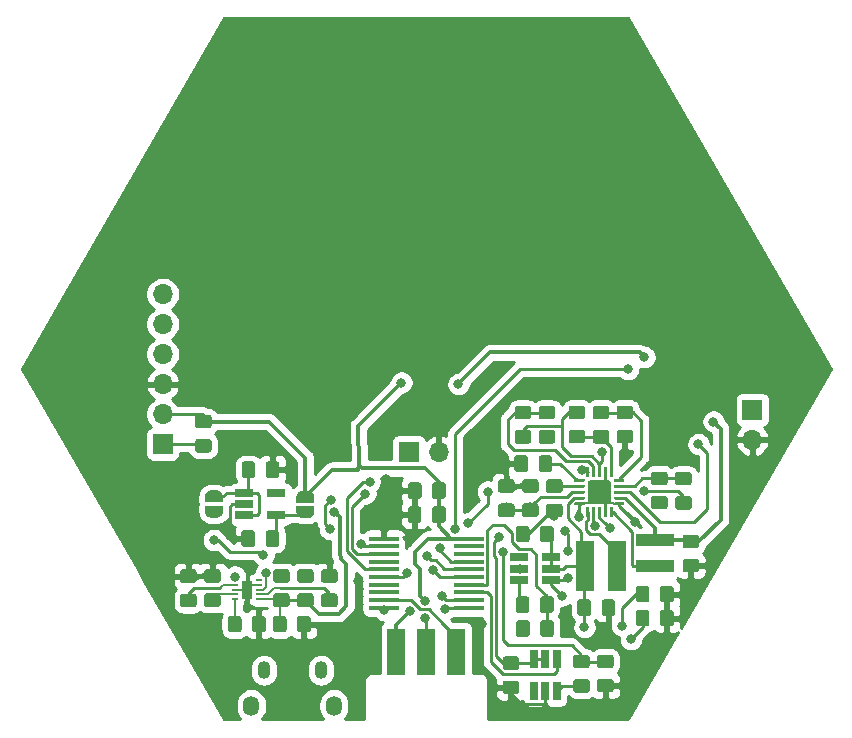
<source format=gbl>
G04 #@! TF.GenerationSoftware,KiCad,Pcbnew,(5.1.5)-3*
G04 #@! TF.CreationDate,2020-06-11T14:27:06+02:00*
G04 #@! TF.ProjectId,Power_module_v0,506f7765-725f-46d6-9f64-756c655f7630,rev?*
G04 #@! TF.SameCoordinates,Original*
G04 #@! TF.FileFunction,Copper,L2,Bot*
G04 #@! TF.FilePolarity,Positive*
%FSLAX46Y46*%
G04 Gerber Fmt 4.6, Leading zero omitted, Abs format (unit mm)*
G04 Created by KiCad (PCBNEW (5.1.5)-3) date 2020-06-11 14:27:06*
%MOMM*%
%LPD*%
G04 APERTURE LIST*
%ADD10C,0.100000*%
%ADD11R,1.700000X1.700000*%
%ADD12O,1.700000X1.700000*%
%ADD13O,1.350000X1.700000*%
%ADD14O,1.100000X1.500000*%
%ADD15R,1.600000X4.300000*%
%ADD16R,3.200000X1.000000*%
%ADD17R,1.560000X0.650000*%
%ADD18R,0.650000X1.560000*%
%ADD19R,0.500000X0.200000*%
%ADD20R,0.900000X1.500000*%
%ADD21R,2.500000X0.450000*%
%ADD22R,1.524000X4.000000*%
%ADD23C,0.400000*%
%ADD24C,0.800000*%
%ADD25C,0.250000*%
%ADD26C,0.200000*%
%ADD27C,0.350000*%
%ADD28C,0.254000*%
G04 APERTURE END LIST*
G04 #@! TA.AperFunction,SMDPad,CuDef*
D10*
G36*
X108689505Y-98869204D02*
G01*
X108713773Y-98872804D01*
X108737572Y-98878765D01*
X108760671Y-98887030D01*
X108782850Y-98897520D01*
X108803893Y-98910132D01*
X108823599Y-98924747D01*
X108841777Y-98941223D01*
X108858253Y-98959401D01*
X108872868Y-98979107D01*
X108885480Y-99000150D01*
X108895970Y-99022329D01*
X108904235Y-99045428D01*
X108910196Y-99069227D01*
X108913796Y-99093495D01*
X108915000Y-99117999D01*
X108915000Y-100018001D01*
X108913796Y-100042505D01*
X108910196Y-100066773D01*
X108904235Y-100090572D01*
X108895970Y-100113671D01*
X108885480Y-100135850D01*
X108872868Y-100156893D01*
X108858253Y-100176599D01*
X108841777Y-100194777D01*
X108823599Y-100211253D01*
X108803893Y-100225868D01*
X108782850Y-100238480D01*
X108760671Y-100248970D01*
X108737572Y-100257235D01*
X108713773Y-100263196D01*
X108689505Y-100266796D01*
X108665001Y-100268000D01*
X108014999Y-100268000D01*
X107990495Y-100266796D01*
X107966227Y-100263196D01*
X107942428Y-100257235D01*
X107919329Y-100248970D01*
X107897150Y-100238480D01*
X107876107Y-100225868D01*
X107856401Y-100211253D01*
X107838223Y-100194777D01*
X107821747Y-100176599D01*
X107807132Y-100156893D01*
X107794520Y-100135850D01*
X107784030Y-100113671D01*
X107775765Y-100090572D01*
X107769804Y-100066773D01*
X107766204Y-100042505D01*
X107765000Y-100018001D01*
X107765000Y-99117999D01*
X107766204Y-99093495D01*
X107769804Y-99069227D01*
X107775765Y-99045428D01*
X107784030Y-99022329D01*
X107794520Y-99000150D01*
X107807132Y-98979107D01*
X107821747Y-98959401D01*
X107838223Y-98941223D01*
X107856401Y-98924747D01*
X107876107Y-98910132D01*
X107897150Y-98897520D01*
X107919329Y-98887030D01*
X107942428Y-98878765D01*
X107966227Y-98872804D01*
X107990495Y-98869204D01*
X108014999Y-98868000D01*
X108665001Y-98868000D01*
X108689505Y-98869204D01*
G37*
G04 #@! TD.AperFunction*
G04 #@! TA.AperFunction,SMDPad,CuDef*
G36*
X106639505Y-98869204D02*
G01*
X106663773Y-98872804D01*
X106687572Y-98878765D01*
X106710671Y-98887030D01*
X106732850Y-98897520D01*
X106753893Y-98910132D01*
X106773599Y-98924747D01*
X106791777Y-98941223D01*
X106808253Y-98959401D01*
X106822868Y-98979107D01*
X106835480Y-99000150D01*
X106845970Y-99022329D01*
X106854235Y-99045428D01*
X106860196Y-99069227D01*
X106863796Y-99093495D01*
X106865000Y-99117999D01*
X106865000Y-100018001D01*
X106863796Y-100042505D01*
X106860196Y-100066773D01*
X106854235Y-100090572D01*
X106845970Y-100113671D01*
X106835480Y-100135850D01*
X106822868Y-100156893D01*
X106808253Y-100176599D01*
X106791777Y-100194777D01*
X106773599Y-100211253D01*
X106753893Y-100225868D01*
X106732850Y-100238480D01*
X106710671Y-100248970D01*
X106687572Y-100257235D01*
X106663773Y-100263196D01*
X106639505Y-100266796D01*
X106615001Y-100268000D01*
X105964999Y-100268000D01*
X105940495Y-100266796D01*
X105916227Y-100263196D01*
X105892428Y-100257235D01*
X105869329Y-100248970D01*
X105847150Y-100238480D01*
X105826107Y-100225868D01*
X105806401Y-100211253D01*
X105788223Y-100194777D01*
X105771747Y-100176599D01*
X105757132Y-100156893D01*
X105744520Y-100135850D01*
X105734030Y-100113671D01*
X105725765Y-100090572D01*
X105719804Y-100066773D01*
X105716204Y-100042505D01*
X105715000Y-100018001D01*
X105715000Y-99117999D01*
X105716204Y-99093495D01*
X105719804Y-99069227D01*
X105725765Y-99045428D01*
X105734030Y-99022329D01*
X105744520Y-99000150D01*
X105757132Y-98979107D01*
X105771747Y-98959401D01*
X105788223Y-98941223D01*
X105806401Y-98924747D01*
X105826107Y-98910132D01*
X105847150Y-98897520D01*
X105869329Y-98887030D01*
X105892428Y-98878765D01*
X105916227Y-98872804D01*
X105940495Y-98869204D01*
X105964999Y-98868000D01*
X106615001Y-98868000D01*
X106639505Y-98869204D01*
G37*
G04 #@! TD.AperFunction*
G04 #@! TA.AperFunction,SMDPad,CuDef*
G36*
X107791505Y-85788204D02*
G01*
X107815773Y-85791804D01*
X107839572Y-85797765D01*
X107862671Y-85806030D01*
X107884850Y-85816520D01*
X107905893Y-85829132D01*
X107925599Y-85843747D01*
X107943777Y-85860223D01*
X107960253Y-85878401D01*
X107974868Y-85898107D01*
X107987480Y-85919150D01*
X107997970Y-85941329D01*
X108006235Y-85964428D01*
X108012196Y-85988227D01*
X108015796Y-86012495D01*
X108017000Y-86036999D01*
X108017000Y-86937001D01*
X108015796Y-86961505D01*
X108012196Y-86985773D01*
X108006235Y-87009572D01*
X107997970Y-87032671D01*
X107987480Y-87054850D01*
X107974868Y-87075893D01*
X107960253Y-87095599D01*
X107943777Y-87113777D01*
X107925599Y-87130253D01*
X107905893Y-87144868D01*
X107884850Y-87157480D01*
X107862671Y-87167970D01*
X107839572Y-87176235D01*
X107815773Y-87182196D01*
X107791505Y-87185796D01*
X107767001Y-87187000D01*
X107116999Y-87187000D01*
X107092495Y-87185796D01*
X107068227Y-87182196D01*
X107044428Y-87176235D01*
X107021329Y-87167970D01*
X106999150Y-87157480D01*
X106978107Y-87144868D01*
X106958401Y-87130253D01*
X106940223Y-87113777D01*
X106923747Y-87095599D01*
X106909132Y-87075893D01*
X106896520Y-87054850D01*
X106886030Y-87032671D01*
X106877765Y-87009572D01*
X106871804Y-86985773D01*
X106868204Y-86961505D01*
X106867000Y-86937001D01*
X106867000Y-86036999D01*
X106868204Y-86012495D01*
X106871804Y-85988227D01*
X106877765Y-85964428D01*
X106886030Y-85941329D01*
X106896520Y-85919150D01*
X106909132Y-85898107D01*
X106923747Y-85878401D01*
X106940223Y-85860223D01*
X106958401Y-85843747D01*
X106978107Y-85829132D01*
X106999150Y-85816520D01*
X107021329Y-85806030D01*
X107044428Y-85797765D01*
X107068227Y-85791804D01*
X107092495Y-85788204D01*
X107116999Y-85787000D01*
X107767001Y-85787000D01*
X107791505Y-85788204D01*
G37*
G04 #@! TD.AperFunction*
G04 #@! TA.AperFunction,SMDPad,CuDef*
G36*
X109841505Y-85788204D02*
G01*
X109865773Y-85791804D01*
X109889572Y-85797765D01*
X109912671Y-85806030D01*
X109934850Y-85816520D01*
X109955893Y-85829132D01*
X109975599Y-85843747D01*
X109993777Y-85860223D01*
X110010253Y-85878401D01*
X110024868Y-85898107D01*
X110037480Y-85919150D01*
X110047970Y-85941329D01*
X110056235Y-85964428D01*
X110062196Y-85988227D01*
X110065796Y-86012495D01*
X110067000Y-86036999D01*
X110067000Y-86937001D01*
X110065796Y-86961505D01*
X110062196Y-86985773D01*
X110056235Y-87009572D01*
X110047970Y-87032671D01*
X110037480Y-87054850D01*
X110024868Y-87075893D01*
X110010253Y-87095599D01*
X109993777Y-87113777D01*
X109975599Y-87130253D01*
X109955893Y-87144868D01*
X109934850Y-87157480D01*
X109912671Y-87167970D01*
X109889572Y-87176235D01*
X109865773Y-87182196D01*
X109841505Y-87185796D01*
X109817001Y-87187000D01*
X109166999Y-87187000D01*
X109142495Y-87185796D01*
X109118227Y-87182196D01*
X109094428Y-87176235D01*
X109071329Y-87167970D01*
X109049150Y-87157480D01*
X109028107Y-87144868D01*
X109008401Y-87130253D01*
X108990223Y-87113777D01*
X108973747Y-87095599D01*
X108959132Y-87075893D01*
X108946520Y-87054850D01*
X108936030Y-87032671D01*
X108927765Y-87009572D01*
X108921804Y-86985773D01*
X108918204Y-86961505D01*
X108917000Y-86937001D01*
X108917000Y-86036999D01*
X108918204Y-86012495D01*
X108921804Y-85988227D01*
X108927765Y-85964428D01*
X108936030Y-85941329D01*
X108946520Y-85919150D01*
X108959132Y-85898107D01*
X108973747Y-85878401D01*
X108990223Y-85860223D01*
X109008401Y-85843747D01*
X109028107Y-85829132D01*
X109049150Y-85816520D01*
X109071329Y-85806030D01*
X109094428Y-85797765D01*
X109118227Y-85791804D01*
X109142495Y-85788204D01*
X109166999Y-85787000D01*
X109817001Y-85787000D01*
X109841505Y-85788204D01*
G37*
G04 #@! TD.AperFunction*
G04 #@! TA.AperFunction,SMDPad,CuDef*
G36*
X109823505Y-91630204D02*
G01*
X109847773Y-91633804D01*
X109871572Y-91639765D01*
X109894671Y-91648030D01*
X109916850Y-91658520D01*
X109937893Y-91671132D01*
X109957599Y-91685747D01*
X109975777Y-91702223D01*
X109992253Y-91720401D01*
X110006868Y-91740107D01*
X110019480Y-91761150D01*
X110029970Y-91783329D01*
X110038235Y-91806428D01*
X110044196Y-91830227D01*
X110047796Y-91854495D01*
X110049000Y-91878999D01*
X110049000Y-92779001D01*
X110047796Y-92803505D01*
X110044196Y-92827773D01*
X110038235Y-92851572D01*
X110029970Y-92874671D01*
X110019480Y-92896850D01*
X110006868Y-92917893D01*
X109992253Y-92937599D01*
X109975777Y-92955777D01*
X109957599Y-92972253D01*
X109937893Y-92986868D01*
X109916850Y-92999480D01*
X109894671Y-93009970D01*
X109871572Y-93018235D01*
X109847773Y-93024196D01*
X109823505Y-93027796D01*
X109799001Y-93029000D01*
X109148999Y-93029000D01*
X109124495Y-93027796D01*
X109100227Y-93024196D01*
X109076428Y-93018235D01*
X109053329Y-93009970D01*
X109031150Y-92999480D01*
X109010107Y-92986868D01*
X108990401Y-92972253D01*
X108972223Y-92955777D01*
X108955747Y-92937599D01*
X108941132Y-92917893D01*
X108928520Y-92896850D01*
X108918030Y-92874671D01*
X108909765Y-92851572D01*
X108903804Y-92827773D01*
X108900204Y-92803505D01*
X108899000Y-92779001D01*
X108899000Y-91878999D01*
X108900204Y-91854495D01*
X108903804Y-91830227D01*
X108909765Y-91806428D01*
X108918030Y-91783329D01*
X108928520Y-91761150D01*
X108941132Y-91740107D01*
X108955747Y-91720401D01*
X108972223Y-91702223D01*
X108990401Y-91685747D01*
X109010107Y-91671132D01*
X109031150Y-91658520D01*
X109053329Y-91648030D01*
X109076428Y-91639765D01*
X109100227Y-91633804D01*
X109124495Y-91630204D01*
X109148999Y-91629000D01*
X109799001Y-91629000D01*
X109823505Y-91630204D01*
G37*
G04 #@! TD.AperFunction*
G04 #@! TA.AperFunction,SMDPad,CuDef*
G36*
X107773505Y-91630204D02*
G01*
X107797773Y-91633804D01*
X107821572Y-91639765D01*
X107844671Y-91648030D01*
X107866850Y-91658520D01*
X107887893Y-91671132D01*
X107907599Y-91685747D01*
X107925777Y-91702223D01*
X107942253Y-91720401D01*
X107956868Y-91740107D01*
X107969480Y-91761150D01*
X107979970Y-91783329D01*
X107988235Y-91806428D01*
X107994196Y-91830227D01*
X107997796Y-91854495D01*
X107999000Y-91878999D01*
X107999000Y-92779001D01*
X107997796Y-92803505D01*
X107994196Y-92827773D01*
X107988235Y-92851572D01*
X107979970Y-92874671D01*
X107969480Y-92896850D01*
X107956868Y-92917893D01*
X107942253Y-92937599D01*
X107925777Y-92955777D01*
X107907599Y-92972253D01*
X107887893Y-92986868D01*
X107866850Y-92999480D01*
X107844671Y-93009970D01*
X107821572Y-93018235D01*
X107797773Y-93024196D01*
X107773505Y-93027796D01*
X107749001Y-93029000D01*
X107098999Y-93029000D01*
X107074495Y-93027796D01*
X107050227Y-93024196D01*
X107026428Y-93018235D01*
X107003329Y-93009970D01*
X106981150Y-92999480D01*
X106960107Y-92986868D01*
X106940401Y-92972253D01*
X106922223Y-92955777D01*
X106905747Y-92937599D01*
X106891132Y-92917893D01*
X106878520Y-92896850D01*
X106868030Y-92874671D01*
X106859765Y-92851572D01*
X106853804Y-92827773D01*
X106850204Y-92803505D01*
X106849000Y-92779001D01*
X106849000Y-91878999D01*
X106850204Y-91854495D01*
X106853804Y-91830227D01*
X106859765Y-91806428D01*
X106868030Y-91783329D01*
X106878520Y-91761150D01*
X106891132Y-91740107D01*
X106905747Y-91720401D01*
X106922223Y-91702223D01*
X106940401Y-91685747D01*
X106960107Y-91671132D01*
X106981150Y-91658520D01*
X107003329Y-91648030D01*
X107026428Y-91639765D01*
X107050227Y-91633804D01*
X107074495Y-91630204D01*
X107098999Y-91629000D01*
X107749001Y-91629000D01*
X107773505Y-91630204D01*
G37*
G04 #@! TD.AperFunction*
G04 #@! TA.AperFunction,SMDPad,CuDef*
G36*
X110449505Y-98869204D02*
G01*
X110473773Y-98872804D01*
X110497572Y-98878765D01*
X110520671Y-98887030D01*
X110542850Y-98897520D01*
X110563893Y-98910132D01*
X110583599Y-98924747D01*
X110601777Y-98941223D01*
X110618253Y-98959401D01*
X110632868Y-98979107D01*
X110645480Y-99000150D01*
X110655970Y-99022329D01*
X110664235Y-99045428D01*
X110670196Y-99069227D01*
X110673796Y-99093495D01*
X110675000Y-99117999D01*
X110675000Y-100018001D01*
X110673796Y-100042505D01*
X110670196Y-100066773D01*
X110664235Y-100090572D01*
X110655970Y-100113671D01*
X110645480Y-100135850D01*
X110632868Y-100156893D01*
X110618253Y-100176599D01*
X110601777Y-100194777D01*
X110583599Y-100211253D01*
X110563893Y-100225868D01*
X110542850Y-100238480D01*
X110520671Y-100248970D01*
X110497572Y-100257235D01*
X110473773Y-100263196D01*
X110449505Y-100266796D01*
X110425001Y-100268000D01*
X109774999Y-100268000D01*
X109750495Y-100266796D01*
X109726227Y-100263196D01*
X109702428Y-100257235D01*
X109679329Y-100248970D01*
X109657150Y-100238480D01*
X109636107Y-100225868D01*
X109616401Y-100211253D01*
X109598223Y-100194777D01*
X109581747Y-100176599D01*
X109567132Y-100156893D01*
X109554520Y-100135850D01*
X109544030Y-100113671D01*
X109535765Y-100090572D01*
X109529804Y-100066773D01*
X109526204Y-100042505D01*
X109525000Y-100018001D01*
X109525000Y-99117999D01*
X109526204Y-99093495D01*
X109529804Y-99069227D01*
X109535765Y-99045428D01*
X109544030Y-99022329D01*
X109554520Y-99000150D01*
X109567132Y-98979107D01*
X109581747Y-98959401D01*
X109598223Y-98941223D01*
X109616401Y-98924747D01*
X109636107Y-98910132D01*
X109657150Y-98897520D01*
X109679329Y-98887030D01*
X109702428Y-98878765D01*
X109726227Y-98872804D01*
X109750495Y-98869204D01*
X109774999Y-98868000D01*
X110425001Y-98868000D01*
X110449505Y-98869204D01*
G37*
G04 #@! TD.AperFunction*
G04 #@! TA.AperFunction,SMDPad,CuDef*
G36*
X112499505Y-98869204D02*
G01*
X112523773Y-98872804D01*
X112547572Y-98878765D01*
X112570671Y-98887030D01*
X112592850Y-98897520D01*
X112613893Y-98910132D01*
X112633599Y-98924747D01*
X112651777Y-98941223D01*
X112668253Y-98959401D01*
X112682868Y-98979107D01*
X112695480Y-99000150D01*
X112705970Y-99022329D01*
X112714235Y-99045428D01*
X112720196Y-99069227D01*
X112723796Y-99093495D01*
X112725000Y-99117999D01*
X112725000Y-100018001D01*
X112723796Y-100042505D01*
X112720196Y-100066773D01*
X112714235Y-100090572D01*
X112705970Y-100113671D01*
X112695480Y-100135850D01*
X112682868Y-100156893D01*
X112668253Y-100176599D01*
X112651777Y-100194777D01*
X112633599Y-100211253D01*
X112613893Y-100225868D01*
X112592850Y-100238480D01*
X112570671Y-100248970D01*
X112547572Y-100257235D01*
X112523773Y-100263196D01*
X112499505Y-100266796D01*
X112475001Y-100268000D01*
X111824999Y-100268000D01*
X111800495Y-100266796D01*
X111776227Y-100263196D01*
X111752428Y-100257235D01*
X111729329Y-100248970D01*
X111707150Y-100238480D01*
X111686107Y-100225868D01*
X111666401Y-100211253D01*
X111648223Y-100194777D01*
X111631747Y-100176599D01*
X111617132Y-100156893D01*
X111604520Y-100135850D01*
X111594030Y-100113671D01*
X111585765Y-100090572D01*
X111579804Y-100066773D01*
X111576204Y-100042505D01*
X111575000Y-100018001D01*
X111575000Y-99117999D01*
X111576204Y-99093495D01*
X111579804Y-99069227D01*
X111585765Y-99045428D01*
X111594030Y-99022329D01*
X111604520Y-99000150D01*
X111617132Y-98979107D01*
X111631747Y-98959401D01*
X111648223Y-98941223D01*
X111666401Y-98924747D01*
X111686107Y-98910132D01*
X111707150Y-98897520D01*
X111729329Y-98887030D01*
X111752428Y-98878765D01*
X111776227Y-98872804D01*
X111800495Y-98869204D01*
X111824999Y-98868000D01*
X112475001Y-98868000D01*
X112499505Y-98869204D01*
G37*
G04 #@! TD.AperFunction*
G04 #@! TA.AperFunction,SMDPad,CuDef*
G36*
X131023505Y-91249204D02*
G01*
X131047773Y-91252804D01*
X131071572Y-91258765D01*
X131094671Y-91267030D01*
X131116850Y-91277520D01*
X131137893Y-91290132D01*
X131157599Y-91304747D01*
X131175777Y-91321223D01*
X131192253Y-91339401D01*
X131206868Y-91359107D01*
X131219480Y-91380150D01*
X131229970Y-91402329D01*
X131238235Y-91425428D01*
X131244196Y-91449227D01*
X131247796Y-91473495D01*
X131249000Y-91497999D01*
X131249000Y-92398001D01*
X131247796Y-92422505D01*
X131244196Y-92446773D01*
X131238235Y-92470572D01*
X131229970Y-92493671D01*
X131219480Y-92515850D01*
X131206868Y-92536893D01*
X131192253Y-92556599D01*
X131175777Y-92574777D01*
X131157599Y-92591253D01*
X131137893Y-92605868D01*
X131116850Y-92618480D01*
X131094671Y-92628970D01*
X131071572Y-92637235D01*
X131047773Y-92643196D01*
X131023505Y-92646796D01*
X130999001Y-92648000D01*
X130348999Y-92648000D01*
X130324495Y-92646796D01*
X130300227Y-92643196D01*
X130276428Y-92637235D01*
X130253329Y-92628970D01*
X130231150Y-92618480D01*
X130210107Y-92605868D01*
X130190401Y-92591253D01*
X130172223Y-92574777D01*
X130155747Y-92556599D01*
X130141132Y-92536893D01*
X130128520Y-92515850D01*
X130118030Y-92493671D01*
X130109765Y-92470572D01*
X130103804Y-92446773D01*
X130100204Y-92422505D01*
X130099000Y-92398001D01*
X130099000Y-91497999D01*
X130100204Y-91473495D01*
X130103804Y-91449227D01*
X130109765Y-91425428D01*
X130118030Y-91402329D01*
X130128520Y-91380150D01*
X130141132Y-91359107D01*
X130155747Y-91339401D01*
X130172223Y-91321223D01*
X130190401Y-91304747D01*
X130210107Y-91290132D01*
X130231150Y-91277520D01*
X130253329Y-91267030D01*
X130276428Y-91258765D01*
X130300227Y-91252804D01*
X130324495Y-91249204D01*
X130348999Y-91248000D01*
X130999001Y-91248000D01*
X131023505Y-91249204D01*
G37*
G04 #@! TD.AperFunction*
G04 #@! TA.AperFunction,SMDPad,CuDef*
G36*
X133073505Y-91249204D02*
G01*
X133097773Y-91252804D01*
X133121572Y-91258765D01*
X133144671Y-91267030D01*
X133166850Y-91277520D01*
X133187893Y-91290132D01*
X133207599Y-91304747D01*
X133225777Y-91321223D01*
X133242253Y-91339401D01*
X133256868Y-91359107D01*
X133269480Y-91380150D01*
X133279970Y-91402329D01*
X133288235Y-91425428D01*
X133294196Y-91449227D01*
X133297796Y-91473495D01*
X133299000Y-91497999D01*
X133299000Y-92398001D01*
X133297796Y-92422505D01*
X133294196Y-92446773D01*
X133288235Y-92470572D01*
X133279970Y-92493671D01*
X133269480Y-92515850D01*
X133256868Y-92536893D01*
X133242253Y-92556599D01*
X133225777Y-92574777D01*
X133207599Y-92591253D01*
X133187893Y-92605868D01*
X133166850Y-92618480D01*
X133144671Y-92628970D01*
X133121572Y-92637235D01*
X133097773Y-92643196D01*
X133073505Y-92646796D01*
X133049001Y-92648000D01*
X132398999Y-92648000D01*
X132374495Y-92646796D01*
X132350227Y-92643196D01*
X132326428Y-92637235D01*
X132303329Y-92628970D01*
X132281150Y-92618480D01*
X132260107Y-92605868D01*
X132240401Y-92591253D01*
X132222223Y-92574777D01*
X132205747Y-92556599D01*
X132191132Y-92536893D01*
X132178520Y-92515850D01*
X132168030Y-92493671D01*
X132159765Y-92470572D01*
X132153804Y-92446773D01*
X132150204Y-92422505D01*
X132149000Y-92398001D01*
X132149000Y-91497999D01*
X132150204Y-91473495D01*
X132153804Y-91449227D01*
X132159765Y-91425428D01*
X132168030Y-91402329D01*
X132178520Y-91380150D01*
X132191132Y-91359107D01*
X132205747Y-91339401D01*
X132222223Y-91321223D01*
X132240401Y-91304747D01*
X132260107Y-91290132D01*
X132281150Y-91277520D01*
X132303329Y-91267030D01*
X132326428Y-91258765D01*
X132350227Y-91252804D01*
X132374495Y-91249204D01*
X132398999Y-91248000D01*
X133049001Y-91248000D01*
X133073505Y-91249204D01*
G37*
G04 #@! TD.AperFunction*
G04 #@! TA.AperFunction,SMDPad,CuDef*
G36*
X130141505Y-102296204D02*
G01*
X130165773Y-102299804D01*
X130189572Y-102305765D01*
X130212671Y-102314030D01*
X130234850Y-102324520D01*
X130255893Y-102337132D01*
X130275599Y-102351747D01*
X130293777Y-102368223D01*
X130310253Y-102386401D01*
X130324868Y-102406107D01*
X130337480Y-102427150D01*
X130347970Y-102449329D01*
X130356235Y-102472428D01*
X130362196Y-102496227D01*
X130365796Y-102520495D01*
X130367000Y-102544999D01*
X130367000Y-103195001D01*
X130365796Y-103219505D01*
X130362196Y-103243773D01*
X130356235Y-103267572D01*
X130347970Y-103290671D01*
X130337480Y-103312850D01*
X130324868Y-103333893D01*
X130310253Y-103353599D01*
X130293777Y-103371777D01*
X130275599Y-103388253D01*
X130255893Y-103402868D01*
X130234850Y-103415480D01*
X130212671Y-103425970D01*
X130189572Y-103434235D01*
X130165773Y-103440196D01*
X130141505Y-103443796D01*
X130117001Y-103445000D01*
X129216999Y-103445000D01*
X129192495Y-103443796D01*
X129168227Y-103440196D01*
X129144428Y-103434235D01*
X129121329Y-103425970D01*
X129099150Y-103415480D01*
X129078107Y-103402868D01*
X129058401Y-103388253D01*
X129040223Y-103371777D01*
X129023747Y-103353599D01*
X129009132Y-103333893D01*
X128996520Y-103312850D01*
X128986030Y-103290671D01*
X128977765Y-103267572D01*
X128971804Y-103243773D01*
X128968204Y-103219505D01*
X128967000Y-103195001D01*
X128967000Y-102544999D01*
X128968204Y-102520495D01*
X128971804Y-102496227D01*
X128977765Y-102472428D01*
X128986030Y-102449329D01*
X128996520Y-102427150D01*
X129009132Y-102406107D01*
X129023747Y-102386401D01*
X129040223Y-102368223D01*
X129058401Y-102351747D01*
X129078107Y-102337132D01*
X129099150Y-102324520D01*
X129121329Y-102314030D01*
X129144428Y-102305765D01*
X129168227Y-102299804D01*
X129192495Y-102296204D01*
X129216999Y-102295000D01*
X130117001Y-102295000D01*
X130141505Y-102296204D01*
G37*
G04 #@! TD.AperFunction*
G04 #@! TA.AperFunction,SMDPad,CuDef*
G36*
X130141505Y-104346204D02*
G01*
X130165773Y-104349804D01*
X130189572Y-104355765D01*
X130212671Y-104364030D01*
X130234850Y-104374520D01*
X130255893Y-104387132D01*
X130275599Y-104401747D01*
X130293777Y-104418223D01*
X130310253Y-104436401D01*
X130324868Y-104456107D01*
X130337480Y-104477150D01*
X130347970Y-104499329D01*
X130356235Y-104522428D01*
X130362196Y-104546227D01*
X130365796Y-104570495D01*
X130367000Y-104594999D01*
X130367000Y-105245001D01*
X130365796Y-105269505D01*
X130362196Y-105293773D01*
X130356235Y-105317572D01*
X130347970Y-105340671D01*
X130337480Y-105362850D01*
X130324868Y-105383893D01*
X130310253Y-105403599D01*
X130293777Y-105421777D01*
X130275599Y-105438253D01*
X130255893Y-105452868D01*
X130234850Y-105465480D01*
X130212671Y-105475970D01*
X130189572Y-105484235D01*
X130165773Y-105490196D01*
X130141505Y-105493796D01*
X130117001Y-105495000D01*
X129216999Y-105495000D01*
X129192495Y-105493796D01*
X129168227Y-105490196D01*
X129144428Y-105484235D01*
X129121329Y-105475970D01*
X129099150Y-105465480D01*
X129078107Y-105452868D01*
X129058401Y-105438253D01*
X129040223Y-105421777D01*
X129023747Y-105403599D01*
X129009132Y-105383893D01*
X128996520Y-105362850D01*
X128986030Y-105340671D01*
X128977765Y-105317572D01*
X128971804Y-105293773D01*
X128968204Y-105269505D01*
X128967000Y-105245001D01*
X128967000Y-104594999D01*
X128968204Y-104570495D01*
X128971804Y-104546227D01*
X128977765Y-104522428D01*
X128986030Y-104499329D01*
X128996520Y-104477150D01*
X129009132Y-104456107D01*
X129023747Y-104436401D01*
X129040223Y-104418223D01*
X129058401Y-104401747D01*
X129078107Y-104387132D01*
X129099150Y-104374520D01*
X129121329Y-104364030D01*
X129144428Y-104355765D01*
X129168227Y-104349804D01*
X129192495Y-104346204D01*
X129216999Y-104345000D01*
X130117001Y-104345000D01*
X130141505Y-104346204D01*
G37*
G04 #@! TD.AperFunction*
G04 #@! TA.AperFunction,SMDPad,CuDef*
G36*
X123929505Y-87566204D02*
G01*
X123953773Y-87569804D01*
X123977572Y-87575765D01*
X124000671Y-87584030D01*
X124022850Y-87594520D01*
X124043893Y-87607132D01*
X124063599Y-87621747D01*
X124081777Y-87638223D01*
X124098253Y-87656401D01*
X124112868Y-87676107D01*
X124125480Y-87697150D01*
X124135970Y-87719329D01*
X124144235Y-87742428D01*
X124150196Y-87766227D01*
X124153796Y-87790495D01*
X124155000Y-87814999D01*
X124155000Y-88715001D01*
X124153796Y-88739505D01*
X124150196Y-88763773D01*
X124144235Y-88787572D01*
X124135970Y-88810671D01*
X124125480Y-88832850D01*
X124112868Y-88853893D01*
X124098253Y-88873599D01*
X124081777Y-88891777D01*
X124063599Y-88908253D01*
X124043893Y-88922868D01*
X124022850Y-88935480D01*
X124000671Y-88945970D01*
X123977572Y-88954235D01*
X123953773Y-88960196D01*
X123929505Y-88963796D01*
X123905001Y-88965000D01*
X123254999Y-88965000D01*
X123230495Y-88963796D01*
X123206227Y-88960196D01*
X123182428Y-88954235D01*
X123159329Y-88945970D01*
X123137150Y-88935480D01*
X123116107Y-88922868D01*
X123096401Y-88908253D01*
X123078223Y-88891777D01*
X123061747Y-88873599D01*
X123047132Y-88853893D01*
X123034520Y-88832850D01*
X123024030Y-88810671D01*
X123015765Y-88787572D01*
X123009804Y-88763773D01*
X123006204Y-88739505D01*
X123005000Y-88715001D01*
X123005000Y-87814999D01*
X123006204Y-87790495D01*
X123009804Y-87766227D01*
X123015765Y-87742428D01*
X123024030Y-87719329D01*
X123034520Y-87697150D01*
X123047132Y-87676107D01*
X123061747Y-87656401D01*
X123078223Y-87638223D01*
X123096401Y-87621747D01*
X123116107Y-87607132D01*
X123137150Y-87594520D01*
X123159329Y-87584030D01*
X123182428Y-87575765D01*
X123206227Y-87569804D01*
X123230495Y-87566204D01*
X123254999Y-87565000D01*
X123905001Y-87565000D01*
X123929505Y-87566204D01*
G37*
G04 #@! TD.AperFunction*
G04 #@! TA.AperFunction,SMDPad,CuDef*
G36*
X121879505Y-87566204D02*
G01*
X121903773Y-87569804D01*
X121927572Y-87575765D01*
X121950671Y-87584030D01*
X121972850Y-87594520D01*
X121993893Y-87607132D01*
X122013599Y-87621747D01*
X122031777Y-87638223D01*
X122048253Y-87656401D01*
X122062868Y-87676107D01*
X122075480Y-87697150D01*
X122085970Y-87719329D01*
X122094235Y-87742428D01*
X122100196Y-87766227D01*
X122103796Y-87790495D01*
X122105000Y-87814999D01*
X122105000Y-88715001D01*
X122103796Y-88739505D01*
X122100196Y-88763773D01*
X122094235Y-88787572D01*
X122085970Y-88810671D01*
X122075480Y-88832850D01*
X122062868Y-88853893D01*
X122048253Y-88873599D01*
X122031777Y-88891777D01*
X122013599Y-88908253D01*
X121993893Y-88922868D01*
X121972850Y-88935480D01*
X121950671Y-88945970D01*
X121927572Y-88954235D01*
X121903773Y-88960196D01*
X121879505Y-88963796D01*
X121855001Y-88965000D01*
X121204999Y-88965000D01*
X121180495Y-88963796D01*
X121156227Y-88960196D01*
X121132428Y-88954235D01*
X121109329Y-88945970D01*
X121087150Y-88935480D01*
X121066107Y-88922868D01*
X121046401Y-88908253D01*
X121028223Y-88891777D01*
X121011747Y-88873599D01*
X120997132Y-88853893D01*
X120984520Y-88832850D01*
X120974030Y-88810671D01*
X120965765Y-88787572D01*
X120959804Y-88763773D01*
X120956204Y-88739505D01*
X120955000Y-88715001D01*
X120955000Y-87814999D01*
X120956204Y-87790495D01*
X120959804Y-87766227D01*
X120965765Y-87742428D01*
X120974030Y-87719329D01*
X120984520Y-87697150D01*
X120997132Y-87676107D01*
X121011747Y-87656401D01*
X121028223Y-87638223D01*
X121046401Y-87621747D01*
X121066107Y-87607132D01*
X121087150Y-87594520D01*
X121109329Y-87584030D01*
X121132428Y-87575765D01*
X121156227Y-87569804D01*
X121180495Y-87566204D01*
X121204999Y-87565000D01*
X121855001Y-87565000D01*
X121879505Y-87566204D01*
G37*
G04 #@! TD.AperFunction*
G04 #@! TA.AperFunction,SMDPad,CuDef*
G36*
X123920505Y-89598204D02*
G01*
X123944773Y-89601804D01*
X123968572Y-89607765D01*
X123991671Y-89616030D01*
X124013850Y-89626520D01*
X124034893Y-89639132D01*
X124054599Y-89653747D01*
X124072777Y-89670223D01*
X124089253Y-89688401D01*
X124103868Y-89708107D01*
X124116480Y-89729150D01*
X124126970Y-89751329D01*
X124135235Y-89774428D01*
X124141196Y-89798227D01*
X124144796Y-89822495D01*
X124146000Y-89846999D01*
X124146000Y-90747001D01*
X124144796Y-90771505D01*
X124141196Y-90795773D01*
X124135235Y-90819572D01*
X124126970Y-90842671D01*
X124116480Y-90864850D01*
X124103868Y-90885893D01*
X124089253Y-90905599D01*
X124072777Y-90923777D01*
X124054599Y-90940253D01*
X124034893Y-90954868D01*
X124013850Y-90967480D01*
X123991671Y-90977970D01*
X123968572Y-90986235D01*
X123944773Y-90992196D01*
X123920505Y-90995796D01*
X123896001Y-90997000D01*
X123245999Y-90997000D01*
X123221495Y-90995796D01*
X123197227Y-90992196D01*
X123173428Y-90986235D01*
X123150329Y-90977970D01*
X123128150Y-90967480D01*
X123107107Y-90954868D01*
X123087401Y-90940253D01*
X123069223Y-90923777D01*
X123052747Y-90905599D01*
X123038132Y-90885893D01*
X123025520Y-90864850D01*
X123015030Y-90842671D01*
X123006765Y-90819572D01*
X123000804Y-90795773D01*
X122997204Y-90771505D01*
X122996000Y-90747001D01*
X122996000Y-89846999D01*
X122997204Y-89822495D01*
X123000804Y-89798227D01*
X123006765Y-89774428D01*
X123015030Y-89751329D01*
X123025520Y-89729150D01*
X123038132Y-89708107D01*
X123052747Y-89688401D01*
X123069223Y-89670223D01*
X123087401Y-89653747D01*
X123107107Y-89639132D01*
X123128150Y-89626520D01*
X123150329Y-89616030D01*
X123173428Y-89607765D01*
X123197227Y-89601804D01*
X123221495Y-89598204D01*
X123245999Y-89597000D01*
X123896001Y-89597000D01*
X123920505Y-89598204D01*
G37*
G04 #@! TD.AperFunction*
G04 #@! TA.AperFunction,SMDPad,CuDef*
G36*
X121870505Y-89598204D02*
G01*
X121894773Y-89601804D01*
X121918572Y-89607765D01*
X121941671Y-89616030D01*
X121963850Y-89626520D01*
X121984893Y-89639132D01*
X122004599Y-89653747D01*
X122022777Y-89670223D01*
X122039253Y-89688401D01*
X122053868Y-89708107D01*
X122066480Y-89729150D01*
X122076970Y-89751329D01*
X122085235Y-89774428D01*
X122091196Y-89798227D01*
X122094796Y-89822495D01*
X122096000Y-89846999D01*
X122096000Y-90747001D01*
X122094796Y-90771505D01*
X122091196Y-90795773D01*
X122085235Y-90819572D01*
X122076970Y-90842671D01*
X122066480Y-90864850D01*
X122053868Y-90885893D01*
X122039253Y-90905599D01*
X122022777Y-90923777D01*
X122004599Y-90940253D01*
X121984893Y-90954868D01*
X121963850Y-90967480D01*
X121941671Y-90977970D01*
X121918572Y-90986235D01*
X121894773Y-90992196D01*
X121870505Y-90995796D01*
X121846001Y-90997000D01*
X121195999Y-90997000D01*
X121171495Y-90995796D01*
X121147227Y-90992196D01*
X121123428Y-90986235D01*
X121100329Y-90977970D01*
X121078150Y-90967480D01*
X121057107Y-90954868D01*
X121037401Y-90940253D01*
X121019223Y-90923777D01*
X121002747Y-90905599D01*
X120988132Y-90885893D01*
X120975520Y-90864850D01*
X120965030Y-90842671D01*
X120956765Y-90819572D01*
X120950804Y-90795773D01*
X120947204Y-90771505D01*
X120946000Y-90747001D01*
X120946000Y-89846999D01*
X120947204Y-89822495D01*
X120950804Y-89798227D01*
X120956765Y-89774428D01*
X120965030Y-89751329D01*
X120975520Y-89729150D01*
X120988132Y-89708107D01*
X121002747Y-89688401D01*
X121019223Y-89670223D01*
X121037401Y-89653747D01*
X121057107Y-89639132D01*
X121078150Y-89626520D01*
X121100329Y-89616030D01*
X121123428Y-89607765D01*
X121147227Y-89601804D01*
X121171495Y-89598204D01*
X121195999Y-89597000D01*
X121846001Y-89597000D01*
X121870505Y-89598204D01*
G37*
G04 #@! TD.AperFunction*
G04 #@! TA.AperFunction,SMDPad,CuDef*
G36*
X129760505Y-87301204D02*
G01*
X129784773Y-87304804D01*
X129808572Y-87310765D01*
X129831671Y-87319030D01*
X129853850Y-87329520D01*
X129874893Y-87342132D01*
X129894599Y-87356747D01*
X129912777Y-87373223D01*
X129929253Y-87391401D01*
X129943868Y-87411107D01*
X129956480Y-87432150D01*
X129966970Y-87454329D01*
X129975235Y-87477428D01*
X129981196Y-87501227D01*
X129984796Y-87525495D01*
X129986000Y-87549999D01*
X129986000Y-88200001D01*
X129984796Y-88224505D01*
X129981196Y-88248773D01*
X129975235Y-88272572D01*
X129966970Y-88295671D01*
X129956480Y-88317850D01*
X129943868Y-88338893D01*
X129929253Y-88358599D01*
X129912777Y-88376777D01*
X129894599Y-88393253D01*
X129874893Y-88407868D01*
X129853850Y-88420480D01*
X129831671Y-88430970D01*
X129808572Y-88439235D01*
X129784773Y-88445196D01*
X129760505Y-88448796D01*
X129736001Y-88450000D01*
X128835999Y-88450000D01*
X128811495Y-88448796D01*
X128787227Y-88445196D01*
X128763428Y-88439235D01*
X128740329Y-88430970D01*
X128718150Y-88420480D01*
X128697107Y-88407868D01*
X128677401Y-88393253D01*
X128659223Y-88376777D01*
X128642747Y-88358599D01*
X128628132Y-88338893D01*
X128615520Y-88317850D01*
X128605030Y-88295671D01*
X128596765Y-88272572D01*
X128590804Y-88248773D01*
X128587204Y-88224505D01*
X128586000Y-88200001D01*
X128586000Y-87549999D01*
X128587204Y-87525495D01*
X128590804Y-87501227D01*
X128596765Y-87477428D01*
X128605030Y-87454329D01*
X128615520Y-87432150D01*
X128628132Y-87411107D01*
X128642747Y-87391401D01*
X128659223Y-87373223D01*
X128677401Y-87356747D01*
X128697107Y-87342132D01*
X128718150Y-87329520D01*
X128740329Y-87319030D01*
X128763428Y-87310765D01*
X128787227Y-87304804D01*
X128811495Y-87301204D01*
X128835999Y-87300000D01*
X129736001Y-87300000D01*
X129760505Y-87301204D01*
G37*
G04 #@! TD.AperFunction*
G04 #@! TA.AperFunction,SMDPad,CuDef*
G36*
X129760505Y-89351204D02*
G01*
X129784773Y-89354804D01*
X129808572Y-89360765D01*
X129831671Y-89369030D01*
X129853850Y-89379520D01*
X129874893Y-89392132D01*
X129894599Y-89406747D01*
X129912777Y-89423223D01*
X129929253Y-89441401D01*
X129943868Y-89461107D01*
X129956480Y-89482150D01*
X129966970Y-89504329D01*
X129975235Y-89527428D01*
X129981196Y-89551227D01*
X129984796Y-89575495D01*
X129986000Y-89599999D01*
X129986000Y-90250001D01*
X129984796Y-90274505D01*
X129981196Y-90298773D01*
X129975235Y-90322572D01*
X129966970Y-90345671D01*
X129956480Y-90367850D01*
X129943868Y-90388893D01*
X129929253Y-90408599D01*
X129912777Y-90426777D01*
X129894599Y-90443253D01*
X129874893Y-90457868D01*
X129853850Y-90470480D01*
X129831671Y-90480970D01*
X129808572Y-90489235D01*
X129784773Y-90495196D01*
X129760505Y-90498796D01*
X129736001Y-90500000D01*
X128835999Y-90500000D01*
X128811495Y-90498796D01*
X128787227Y-90495196D01*
X128763428Y-90489235D01*
X128740329Y-90480970D01*
X128718150Y-90470480D01*
X128697107Y-90457868D01*
X128677401Y-90443253D01*
X128659223Y-90426777D01*
X128642747Y-90408599D01*
X128628132Y-90388893D01*
X128615520Y-90367850D01*
X128605030Y-90345671D01*
X128596765Y-90322572D01*
X128590804Y-90298773D01*
X128587204Y-90274505D01*
X128586000Y-90250001D01*
X128586000Y-89599999D01*
X128587204Y-89575495D01*
X128590804Y-89551227D01*
X128596765Y-89527428D01*
X128605030Y-89504329D01*
X128615520Y-89482150D01*
X128628132Y-89461107D01*
X128642747Y-89441401D01*
X128659223Y-89423223D01*
X128677401Y-89406747D01*
X128697107Y-89392132D01*
X128718150Y-89379520D01*
X128740329Y-89369030D01*
X128763428Y-89360765D01*
X128787227Y-89354804D01*
X128811495Y-89351204D01*
X128835999Y-89350000D01*
X129736001Y-89350000D01*
X129760505Y-89351204D01*
G37*
G04 #@! TD.AperFunction*
G04 #@! TA.AperFunction,SMDPad,CuDef*
G36*
X136221505Y-97472204D02*
G01*
X136245773Y-97475804D01*
X136269572Y-97481765D01*
X136292671Y-97490030D01*
X136314850Y-97500520D01*
X136335893Y-97513132D01*
X136355599Y-97527747D01*
X136373777Y-97544223D01*
X136390253Y-97562401D01*
X136404868Y-97582107D01*
X136417480Y-97603150D01*
X136427970Y-97625329D01*
X136436235Y-97648428D01*
X136442196Y-97672227D01*
X136445796Y-97696495D01*
X136447000Y-97720999D01*
X136447000Y-98621001D01*
X136445796Y-98645505D01*
X136442196Y-98669773D01*
X136436235Y-98693572D01*
X136427970Y-98716671D01*
X136417480Y-98738850D01*
X136404868Y-98759893D01*
X136390253Y-98779599D01*
X136373777Y-98797777D01*
X136355599Y-98814253D01*
X136335893Y-98828868D01*
X136314850Y-98841480D01*
X136292671Y-98851970D01*
X136269572Y-98860235D01*
X136245773Y-98866196D01*
X136221505Y-98869796D01*
X136197001Y-98871000D01*
X135546999Y-98871000D01*
X135522495Y-98869796D01*
X135498227Y-98866196D01*
X135474428Y-98860235D01*
X135451329Y-98851970D01*
X135429150Y-98841480D01*
X135408107Y-98828868D01*
X135388401Y-98814253D01*
X135370223Y-98797777D01*
X135353747Y-98779599D01*
X135339132Y-98759893D01*
X135326520Y-98738850D01*
X135316030Y-98716671D01*
X135307765Y-98693572D01*
X135301804Y-98669773D01*
X135298204Y-98645505D01*
X135297000Y-98621001D01*
X135297000Y-97720999D01*
X135298204Y-97696495D01*
X135301804Y-97672227D01*
X135307765Y-97648428D01*
X135316030Y-97625329D01*
X135326520Y-97603150D01*
X135339132Y-97582107D01*
X135353747Y-97562401D01*
X135370223Y-97544223D01*
X135388401Y-97527747D01*
X135408107Y-97513132D01*
X135429150Y-97500520D01*
X135451329Y-97490030D01*
X135474428Y-97481765D01*
X135498227Y-97475804D01*
X135522495Y-97472204D01*
X135546999Y-97471000D01*
X136197001Y-97471000D01*
X136221505Y-97472204D01*
G37*
G04 #@! TD.AperFunction*
G04 #@! TA.AperFunction,SMDPad,CuDef*
G36*
X138271505Y-97472204D02*
G01*
X138295773Y-97475804D01*
X138319572Y-97481765D01*
X138342671Y-97490030D01*
X138364850Y-97500520D01*
X138385893Y-97513132D01*
X138405599Y-97527747D01*
X138423777Y-97544223D01*
X138440253Y-97562401D01*
X138454868Y-97582107D01*
X138467480Y-97603150D01*
X138477970Y-97625329D01*
X138486235Y-97648428D01*
X138492196Y-97672227D01*
X138495796Y-97696495D01*
X138497000Y-97720999D01*
X138497000Y-98621001D01*
X138495796Y-98645505D01*
X138492196Y-98669773D01*
X138486235Y-98693572D01*
X138477970Y-98716671D01*
X138467480Y-98738850D01*
X138454868Y-98759893D01*
X138440253Y-98779599D01*
X138423777Y-98797777D01*
X138405599Y-98814253D01*
X138385893Y-98828868D01*
X138364850Y-98841480D01*
X138342671Y-98851970D01*
X138319572Y-98860235D01*
X138295773Y-98866196D01*
X138271505Y-98869796D01*
X138247001Y-98871000D01*
X137596999Y-98871000D01*
X137572495Y-98869796D01*
X137548227Y-98866196D01*
X137524428Y-98860235D01*
X137501329Y-98851970D01*
X137479150Y-98841480D01*
X137458107Y-98828868D01*
X137438401Y-98814253D01*
X137420223Y-98797777D01*
X137403747Y-98779599D01*
X137389132Y-98759893D01*
X137376520Y-98738850D01*
X137366030Y-98716671D01*
X137357765Y-98693572D01*
X137351804Y-98669773D01*
X137348204Y-98645505D01*
X137347000Y-98621001D01*
X137347000Y-97720999D01*
X137348204Y-97696495D01*
X137351804Y-97672227D01*
X137357765Y-97648428D01*
X137366030Y-97625329D01*
X137376520Y-97603150D01*
X137389132Y-97582107D01*
X137403747Y-97562401D01*
X137420223Y-97544223D01*
X137438401Y-97527747D01*
X137458107Y-97513132D01*
X137479150Y-97500520D01*
X137501329Y-97490030D01*
X137524428Y-97481765D01*
X137548227Y-97475804D01*
X137572495Y-97472204D01*
X137596999Y-97471000D01*
X138247001Y-97471000D01*
X138271505Y-97472204D01*
G37*
G04 #@! TD.AperFunction*
G04 #@! TA.AperFunction,SMDPad,CuDef*
G36*
X145381505Y-91991204D02*
G01*
X145405773Y-91994804D01*
X145429572Y-92000765D01*
X145452671Y-92009030D01*
X145474850Y-92019520D01*
X145495893Y-92032132D01*
X145515599Y-92046747D01*
X145533777Y-92063223D01*
X145550253Y-92081401D01*
X145564868Y-92101107D01*
X145577480Y-92122150D01*
X145587970Y-92144329D01*
X145596235Y-92167428D01*
X145602196Y-92191227D01*
X145605796Y-92215495D01*
X145607000Y-92239999D01*
X145607000Y-92890001D01*
X145605796Y-92914505D01*
X145602196Y-92938773D01*
X145596235Y-92962572D01*
X145587970Y-92985671D01*
X145577480Y-93007850D01*
X145564868Y-93028893D01*
X145550253Y-93048599D01*
X145533777Y-93066777D01*
X145515599Y-93083253D01*
X145495893Y-93097868D01*
X145474850Y-93110480D01*
X145452671Y-93120970D01*
X145429572Y-93129235D01*
X145405773Y-93135196D01*
X145381505Y-93138796D01*
X145357001Y-93140000D01*
X144456999Y-93140000D01*
X144432495Y-93138796D01*
X144408227Y-93135196D01*
X144384428Y-93129235D01*
X144361329Y-93120970D01*
X144339150Y-93110480D01*
X144318107Y-93097868D01*
X144298401Y-93083253D01*
X144280223Y-93066777D01*
X144263747Y-93048599D01*
X144249132Y-93028893D01*
X144236520Y-93007850D01*
X144226030Y-92985671D01*
X144217765Y-92962572D01*
X144211804Y-92938773D01*
X144208204Y-92914505D01*
X144207000Y-92890001D01*
X144207000Y-92239999D01*
X144208204Y-92215495D01*
X144211804Y-92191227D01*
X144217765Y-92167428D01*
X144226030Y-92144329D01*
X144236520Y-92122150D01*
X144249132Y-92101107D01*
X144263747Y-92081401D01*
X144280223Y-92063223D01*
X144298401Y-92046747D01*
X144318107Y-92032132D01*
X144339150Y-92019520D01*
X144361329Y-92009030D01*
X144384428Y-92000765D01*
X144408227Y-91994804D01*
X144432495Y-91991204D01*
X144456999Y-91990000D01*
X145357001Y-91990000D01*
X145381505Y-91991204D01*
G37*
G04 #@! TD.AperFunction*
G04 #@! TA.AperFunction,SMDPad,CuDef*
G36*
X145381505Y-94041204D02*
G01*
X145405773Y-94044804D01*
X145429572Y-94050765D01*
X145452671Y-94059030D01*
X145474850Y-94069520D01*
X145495893Y-94082132D01*
X145515599Y-94096747D01*
X145533777Y-94113223D01*
X145550253Y-94131401D01*
X145564868Y-94151107D01*
X145577480Y-94172150D01*
X145587970Y-94194329D01*
X145596235Y-94217428D01*
X145602196Y-94241227D01*
X145605796Y-94265495D01*
X145607000Y-94289999D01*
X145607000Y-94940001D01*
X145605796Y-94964505D01*
X145602196Y-94988773D01*
X145596235Y-95012572D01*
X145587970Y-95035671D01*
X145577480Y-95057850D01*
X145564868Y-95078893D01*
X145550253Y-95098599D01*
X145533777Y-95116777D01*
X145515599Y-95133253D01*
X145495893Y-95147868D01*
X145474850Y-95160480D01*
X145452671Y-95170970D01*
X145429572Y-95179235D01*
X145405773Y-95185196D01*
X145381505Y-95188796D01*
X145357001Y-95190000D01*
X144456999Y-95190000D01*
X144432495Y-95188796D01*
X144408227Y-95185196D01*
X144384428Y-95179235D01*
X144361329Y-95170970D01*
X144339150Y-95160480D01*
X144318107Y-95147868D01*
X144298401Y-95133253D01*
X144280223Y-95116777D01*
X144263747Y-95098599D01*
X144249132Y-95078893D01*
X144236520Y-95057850D01*
X144226030Y-95035671D01*
X144217765Y-95012572D01*
X144211804Y-94988773D01*
X144208204Y-94964505D01*
X144207000Y-94940001D01*
X144207000Y-94289999D01*
X144208204Y-94265495D01*
X144211804Y-94241227D01*
X144217765Y-94217428D01*
X144226030Y-94194329D01*
X144236520Y-94172150D01*
X144249132Y-94151107D01*
X144263747Y-94131401D01*
X144280223Y-94113223D01*
X144298401Y-94096747D01*
X144318107Y-94082132D01*
X144339150Y-94069520D01*
X144361329Y-94059030D01*
X144384428Y-94050765D01*
X144408227Y-94044804D01*
X144432495Y-94041204D01*
X144456999Y-94040000D01*
X145357001Y-94040000D01*
X145381505Y-94041204D01*
G37*
G04 #@! TD.AperFunction*
G04 #@! TA.AperFunction,SMDPad,CuDef*
G36*
X133824505Y-89360204D02*
G01*
X133848773Y-89363804D01*
X133872572Y-89369765D01*
X133895671Y-89378030D01*
X133917850Y-89388520D01*
X133938893Y-89401132D01*
X133958599Y-89415747D01*
X133976777Y-89432223D01*
X133993253Y-89450401D01*
X134007868Y-89470107D01*
X134020480Y-89491150D01*
X134030970Y-89513329D01*
X134039235Y-89536428D01*
X134045196Y-89560227D01*
X134048796Y-89584495D01*
X134050000Y-89608999D01*
X134050000Y-90259001D01*
X134048796Y-90283505D01*
X134045196Y-90307773D01*
X134039235Y-90331572D01*
X134030970Y-90354671D01*
X134020480Y-90376850D01*
X134007868Y-90397893D01*
X133993253Y-90417599D01*
X133976777Y-90435777D01*
X133958599Y-90452253D01*
X133938893Y-90466868D01*
X133917850Y-90479480D01*
X133895671Y-90489970D01*
X133872572Y-90498235D01*
X133848773Y-90504196D01*
X133824505Y-90507796D01*
X133800001Y-90509000D01*
X132899999Y-90509000D01*
X132875495Y-90507796D01*
X132851227Y-90504196D01*
X132827428Y-90498235D01*
X132804329Y-90489970D01*
X132782150Y-90479480D01*
X132761107Y-90466868D01*
X132741401Y-90452253D01*
X132723223Y-90435777D01*
X132706747Y-90417599D01*
X132692132Y-90397893D01*
X132679520Y-90376850D01*
X132669030Y-90354671D01*
X132660765Y-90331572D01*
X132654804Y-90307773D01*
X132651204Y-90283505D01*
X132650000Y-90259001D01*
X132650000Y-89608999D01*
X132651204Y-89584495D01*
X132654804Y-89560227D01*
X132660765Y-89536428D01*
X132669030Y-89513329D01*
X132679520Y-89491150D01*
X132692132Y-89470107D01*
X132706747Y-89450401D01*
X132723223Y-89432223D01*
X132741401Y-89415747D01*
X132761107Y-89401132D01*
X132782150Y-89388520D01*
X132804329Y-89378030D01*
X132827428Y-89369765D01*
X132851227Y-89363804D01*
X132875495Y-89360204D01*
X132899999Y-89359000D01*
X133800001Y-89359000D01*
X133824505Y-89360204D01*
G37*
G04 #@! TD.AperFunction*
G04 #@! TA.AperFunction,SMDPad,CuDef*
G36*
X133824505Y-87310204D02*
G01*
X133848773Y-87313804D01*
X133872572Y-87319765D01*
X133895671Y-87328030D01*
X133917850Y-87338520D01*
X133938893Y-87351132D01*
X133958599Y-87365747D01*
X133976777Y-87382223D01*
X133993253Y-87400401D01*
X134007868Y-87420107D01*
X134020480Y-87441150D01*
X134030970Y-87463329D01*
X134039235Y-87486428D01*
X134045196Y-87510227D01*
X134048796Y-87534495D01*
X134050000Y-87558999D01*
X134050000Y-88209001D01*
X134048796Y-88233505D01*
X134045196Y-88257773D01*
X134039235Y-88281572D01*
X134030970Y-88304671D01*
X134020480Y-88326850D01*
X134007868Y-88347893D01*
X133993253Y-88367599D01*
X133976777Y-88385777D01*
X133958599Y-88402253D01*
X133938893Y-88416868D01*
X133917850Y-88429480D01*
X133895671Y-88439970D01*
X133872572Y-88448235D01*
X133848773Y-88454196D01*
X133824505Y-88457796D01*
X133800001Y-88459000D01*
X132899999Y-88459000D01*
X132875495Y-88457796D01*
X132851227Y-88454196D01*
X132827428Y-88448235D01*
X132804329Y-88439970D01*
X132782150Y-88429480D01*
X132761107Y-88416868D01*
X132741401Y-88402253D01*
X132723223Y-88385777D01*
X132706747Y-88367599D01*
X132692132Y-88347893D01*
X132679520Y-88326850D01*
X132669030Y-88304671D01*
X132660765Y-88281572D01*
X132654804Y-88257773D01*
X132651204Y-88233505D01*
X132650000Y-88209001D01*
X132650000Y-87558999D01*
X132651204Y-87534495D01*
X132654804Y-87510227D01*
X132660765Y-87486428D01*
X132669030Y-87463329D01*
X132679520Y-87441150D01*
X132692132Y-87420107D01*
X132706747Y-87400401D01*
X132723223Y-87382223D01*
X132741401Y-87365747D01*
X132761107Y-87351132D01*
X132782150Y-87338520D01*
X132804329Y-87328030D01*
X132827428Y-87319765D01*
X132851227Y-87313804D01*
X132875495Y-87310204D01*
X132899999Y-87309000D01*
X133800001Y-87309000D01*
X133824505Y-87310204D01*
G37*
G04 #@! TD.AperFunction*
G04 #@! TA.AperFunction,SMDPad,CuDef*
G36*
X131792505Y-89342204D02*
G01*
X131816773Y-89345804D01*
X131840572Y-89351765D01*
X131863671Y-89360030D01*
X131885850Y-89370520D01*
X131906893Y-89383132D01*
X131926599Y-89397747D01*
X131944777Y-89414223D01*
X131961253Y-89432401D01*
X131975868Y-89452107D01*
X131988480Y-89473150D01*
X131998970Y-89495329D01*
X132007235Y-89518428D01*
X132013196Y-89542227D01*
X132016796Y-89566495D01*
X132018000Y-89590999D01*
X132018000Y-90241001D01*
X132016796Y-90265505D01*
X132013196Y-90289773D01*
X132007235Y-90313572D01*
X131998970Y-90336671D01*
X131988480Y-90358850D01*
X131975868Y-90379893D01*
X131961253Y-90399599D01*
X131944777Y-90417777D01*
X131926599Y-90434253D01*
X131906893Y-90448868D01*
X131885850Y-90461480D01*
X131863671Y-90471970D01*
X131840572Y-90480235D01*
X131816773Y-90486196D01*
X131792505Y-90489796D01*
X131768001Y-90491000D01*
X130867999Y-90491000D01*
X130843495Y-90489796D01*
X130819227Y-90486196D01*
X130795428Y-90480235D01*
X130772329Y-90471970D01*
X130750150Y-90461480D01*
X130729107Y-90448868D01*
X130709401Y-90434253D01*
X130691223Y-90417777D01*
X130674747Y-90399599D01*
X130660132Y-90379893D01*
X130647520Y-90358850D01*
X130637030Y-90336671D01*
X130628765Y-90313572D01*
X130622804Y-90289773D01*
X130619204Y-90265505D01*
X130618000Y-90241001D01*
X130618000Y-89590999D01*
X130619204Y-89566495D01*
X130622804Y-89542227D01*
X130628765Y-89518428D01*
X130637030Y-89495329D01*
X130647520Y-89473150D01*
X130660132Y-89452107D01*
X130674747Y-89432401D01*
X130691223Y-89414223D01*
X130709401Y-89397747D01*
X130729107Y-89383132D01*
X130750150Y-89370520D01*
X130772329Y-89360030D01*
X130795428Y-89351765D01*
X130819227Y-89345804D01*
X130843495Y-89342204D01*
X130867999Y-89341000D01*
X131768001Y-89341000D01*
X131792505Y-89342204D01*
G37*
G04 #@! TD.AperFunction*
G04 #@! TA.AperFunction,SMDPad,CuDef*
G36*
X131792505Y-87292204D02*
G01*
X131816773Y-87295804D01*
X131840572Y-87301765D01*
X131863671Y-87310030D01*
X131885850Y-87320520D01*
X131906893Y-87333132D01*
X131926599Y-87347747D01*
X131944777Y-87364223D01*
X131961253Y-87382401D01*
X131975868Y-87402107D01*
X131988480Y-87423150D01*
X131998970Y-87445329D01*
X132007235Y-87468428D01*
X132013196Y-87492227D01*
X132016796Y-87516495D01*
X132018000Y-87540999D01*
X132018000Y-88191001D01*
X132016796Y-88215505D01*
X132013196Y-88239773D01*
X132007235Y-88263572D01*
X131998970Y-88286671D01*
X131988480Y-88308850D01*
X131975868Y-88329893D01*
X131961253Y-88349599D01*
X131944777Y-88367777D01*
X131926599Y-88384253D01*
X131906893Y-88398868D01*
X131885850Y-88411480D01*
X131863671Y-88421970D01*
X131840572Y-88430235D01*
X131816773Y-88436196D01*
X131792505Y-88439796D01*
X131768001Y-88441000D01*
X130867999Y-88441000D01*
X130843495Y-88439796D01*
X130819227Y-88436196D01*
X130795428Y-88430235D01*
X130772329Y-88421970D01*
X130750150Y-88411480D01*
X130729107Y-88398868D01*
X130709401Y-88384253D01*
X130691223Y-88367777D01*
X130674747Y-88349599D01*
X130660132Y-88329893D01*
X130647520Y-88308850D01*
X130637030Y-88286671D01*
X130628765Y-88263572D01*
X130622804Y-88239773D01*
X130619204Y-88215505D01*
X130618000Y-88191001D01*
X130618000Y-87540999D01*
X130619204Y-87516495D01*
X130622804Y-87492227D01*
X130628765Y-87468428D01*
X130637030Y-87445329D01*
X130647520Y-87423150D01*
X130660132Y-87402107D01*
X130674747Y-87382401D01*
X130691223Y-87364223D01*
X130709401Y-87347747D01*
X130729107Y-87333132D01*
X130750150Y-87320520D01*
X130772329Y-87310030D01*
X130795428Y-87301765D01*
X130819227Y-87295804D01*
X130843495Y-87292204D01*
X130867999Y-87291000D01*
X131768001Y-87291000D01*
X131792505Y-87292204D01*
G37*
G04 #@! TD.AperFunction*
D11*
X150114000Y-81407000D03*
D12*
X150114000Y-83947000D03*
D13*
X114688900Y-106476740D03*
D14*
X108768900Y-103476740D03*
X113608900Y-103476740D03*
D13*
X107688900Y-106476740D03*
D12*
X123571000Y-84963000D03*
D11*
X121031000Y-84963000D03*
D12*
X100203000Y-71628000D03*
X100203000Y-74168000D03*
X100203000Y-76708000D03*
X100203000Y-79248000D03*
X100203000Y-81788000D03*
D11*
X100203000Y-84328000D03*
G04 #@! TA.AperFunction,SMDPad,CuDef*
D10*
G36*
X105271000Y-89543000D02*
G01*
X105271000Y-90043000D01*
X105270398Y-90043000D01*
X105270398Y-90067534D01*
X105265588Y-90116365D01*
X105256016Y-90164490D01*
X105241772Y-90211445D01*
X105222995Y-90256778D01*
X105199864Y-90300051D01*
X105172604Y-90340850D01*
X105141476Y-90378779D01*
X105106779Y-90413476D01*
X105068850Y-90444604D01*
X105028051Y-90471864D01*
X104984778Y-90494995D01*
X104939445Y-90513772D01*
X104892490Y-90528016D01*
X104844365Y-90537588D01*
X104795534Y-90542398D01*
X104771000Y-90542398D01*
X104771000Y-90543000D01*
X104271000Y-90543000D01*
X104271000Y-90542398D01*
X104246466Y-90542398D01*
X104197635Y-90537588D01*
X104149510Y-90528016D01*
X104102555Y-90513772D01*
X104057222Y-90494995D01*
X104013949Y-90471864D01*
X103973150Y-90444604D01*
X103935221Y-90413476D01*
X103900524Y-90378779D01*
X103869396Y-90340850D01*
X103842136Y-90300051D01*
X103819005Y-90256778D01*
X103800228Y-90211445D01*
X103785984Y-90164490D01*
X103776412Y-90116365D01*
X103771602Y-90067534D01*
X103771602Y-90043000D01*
X103771000Y-90043000D01*
X103771000Y-89543000D01*
X105271000Y-89543000D01*
G37*
G04 #@! TD.AperFunction*
G04 #@! TA.AperFunction,SMDPad,CuDef*
G36*
X103771602Y-88743000D02*
G01*
X103771602Y-88718466D01*
X103776412Y-88669635D01*
X103785984Y-88621510D01*
X103800228Y-88574555D01*
X103819005Y-88529222D01*
X103842136Y-88485949D01*
X103869396Y-88445150D01*
X103900524Y-88407221D01*
X103935221Y-88372524D01*
X103973150Y-88341396D01*
X104013949Y-88314136D01*
X104057222Y-88291005D01*
X104102555Y-88272228D01*
X104149510Y-88257984D01*
X104197635Y-88248412D01*
X104246466Y-88243602D01*
X104271000Y-88243602D01*
X104271000Y-88243000D01*
X104771000Y-88243000D01*
X104771000Y-88243602D01*
X104795534Y-88243602D01*
X104844365Y-88248412D01*
X104892490Y-88257984D01*
X104939445Y-88272228D01*
X104984778Y-88291005D01*
X105028051Y-88314136D01*
X105068850Y-88341396D01*
X105106779Y-88372524D01*
X105141476Y-88407221D01*
X105172604Y-88445150D01*
X105199864Y-88485949D01*
X105222995Y-88529222D01*
X105241772Y-88574555D01*
X105256016Y-88621510D01*
X105265588Y-88669635D01*
X105270398Y-88718466D01*
X105270398Y-88743000D01*
X105271000Y-88743000D01*
X105271000Y-89243000D01*
X103771000Y-89243000D01*
X103771000Y-88743000D01*
X103771602Y-88743000D01*
G37*
G04 #@! TD.AperFunction*
G04 #@! TA.AperFunction,SMDPad,CuDef*
G36*
X113017398Y-90073000D02*
G01*
X113017398Y-90097534D01*
X113012588Y-90146365D01*
X113003016Y-90194490D01*
X112988772Y-90241445D01*
X112969995Y-90286778D01*
X112946864Y-90330051D01*
X112919604Y-90370850D01*
X112888476Y-90408779D01*
X112853779Y-90443476D01*
X112815850Y-90474604D01*
X112775051Y-90501864D01*
X112731778Y-90524995D01*
X112686445Y-90543772D01*
X112639490Y-90558016D01*
X112591365Y-90567588D01*
X112542534Y-90572398D01*
X112518000Y-90572398D01*
X112518000Y-90573000D01*
X112018000Y-90573000D01*
X112018000Y-90572398D01*
X111993466Y-90572398D01*
X111944635Y-90567588D01*
X111896510Y-90558016D01*
X111849555Y-90543772D01*
X111804222Y-90524995D01*
X111760949Y-90501864D01*
X111720150Y-90474604D01*
X111682221Y-90443476D01*
X111647524Y-90408779D01*
X111616396Y-90370850D01*
X111589136Y-90330051D01*
X111566005Y-90286778D01*
X111547228Y-90241445D01*
X111532984Y-90194490D01*
X111523412Y-90146365D01*
X111518602Y-90097534D01*
X111518602Y-90073000D01*
X111518000Y-90073000D01*
X111518000Y-89573000D01*
X113018000Y-89573000D01*
X113018000Y-90073000D01*
X113017398Y-90073000D01*
G37*
G04 #@! TD.AperFunction*
G04 #@! TA.AperFunction,SMDPad,CuDef*
G36*
X111518000Y-89273000D02*
G01*
X111518000Y-88773000D01*
X111518602Y-88773000D01*
X111518602Y-88748466D01*
X111523412Y-88699635D01*
X111532984Y-88651510D01*
X111547228Y-88604555D01*
X111566005Y-88559222D01*
X111589136Y-88515949D01*
X111616396Y-88475150D01*
X111647524Y-88437221D01*
X111682221Y-88402524D01*
X111720150Y-88371396D01*
X111760949Y-88344136D01*
X111804222Y-88321005D01*
X111849555Y-88302228D01*
X111896510Y-88287984D01*
X111944635Y-88278412D01*
X111993466Y-88273602D01*
X112018000Y-88273602D01*
X112018000Y-88273000D01*
X112518000Y-88273000D01*
X112518000Y-88273602D01*
X112542534Y-88273602D01*
X112591365Y-88278412D01*
X112639490Y-88287984D01*
X112686445Y-88302228D01*
X112731778Y-88321005D01*
X112775051Y-88344136D01*
X112815850Y-88371396D01*
X112853779Y-88402524D01*
X112888476Y-88437221D01*
X112919604Y-88475150D01*
X112946864Y-88515949D01*
X112969995Y-88559222D01*
X112988772Y-88604555D01*
X113003016Y-88651510D01*
X113012588Y-88699635D01*
X113017398Y-88748466D01*
X113017398Y-88773000D01*
X113018000Y-88773000D01*
X113018000Y-89273000D01*
X111518000Y-89273000D01*
G37*
G04 #@! TD.AperFunction*
D15*
X138684000Y-94615000D03*
X135984000Y-94615000D03*
D16*
X141859000Y-92456000D03*
X141859000Y-94656000D03*
G04 #@! TA.AperFunction,SMDPad,CuDef*
D10*
G36*
X132937505Y-85280204D02*
G01*
X132961773Y-85283804D01*
X132985572Y-85289765D01*
X133008671Y-85298030D01*
X133030850Y-85308520D01*
X133051893Y-85321132D01*
X133071599Y-85335747D01*
X133089777Y-85352223D01*
X133106253Y-85370401D01*
X133120868Y-85390107D01*
X133133480Y-85411150D01*
X133143970Y-85433329D01*
X133152235Y-85456428D01*
X133158196Y-85480227D01*
X133161796Y-85504495D01*
X133163000Y-85528999D01*
X133163000Y-86429001D01*
X133161796Y-86453505D01*
X133158196Y-86477773D01*
X133152235Y-86501572D01*
X133143970Y-86524671D01*
X133133480Y-86546850D01*
X133120868Y-86567893D01*
X133106253Y-86587599D01*
X133089777Y-86605777D01*
X133071599Y-86622253D01*
X133051893Y-86636868D01*
X133030850Y-86649480D01*
X133008671Y-86659970D01*
X132985572Y-86668235D01*
X132961773Y-86674196D01*
X132937505Y-86677796D01*
X132913001Y-86679000D01*
X132262999Y-86679000D01*
X132238495Y-86677796D01*
X132214227Y-86674196D01*
X132190428Y-86668235D01*
X132167329Y-86659970D01*
X132145150Y-86649480D01*
X132124107Y-86636868D01*
X132104401Y-86622253D01*
X132086223Y-86605777D01*
X132069747Y-86587599D01*
X132055132Y-86567893D01*
X132042520Y-86546850D01*
X132032030Y-86524671D01*
X132023765Y-86501572D01*
X132017804Y-86477773D01*
X132014204Y-86453505D01*
X132013000Y-86429001D01*
X132013000Y-85528999D01*
X132014204Y-85504495D01*
X132017804Y-85480227D01*
X132023765Y-85456428D01*
X132032030Y-85433329D01*
X132042520Y-85411150D01*
X132055132Y-85390107D01*
X132069747Y-85370401D01*
X132086223Y-85352223D01*
X132104401Y-85335747D01*
X132124107Y-85321132D01*
X132145150Y-85308520D01*
X132167329Y-85298030D01*
X132190428Y-85289765D01*
X132214227Y-85283804D01*
X132238495Y-85280204D01*
X132262999Y-85279000D01*
X132913001Y-85279000D01*
X132937505Y-85280204D01*
G37*
G04 #@! TD.AperFunction*
G04 #@! TA.AperFunction,SMDPad,CuDef*
G36*
X130887505Y-85280204D02*
G01*
X130911773Y-85283804D01*
X130935572Y-85289765D01*
X130958671Y-85298030D01*
X130980850Y-85308520D01*
X131001893Y-85321132D01*
X131021599Y-85335747D01*
X131039777Y-85352223D01*
X131056253Y-85370401D01*
X131070868Y-85390107D01*
X131083480Y-85411150D01*
X131093970Y-85433329D01*
X131102235Y-85456428D01*
X131108196Y-85480227D01*
X131111796Y-85504495D01*
X131113000Y-85528999D01*
X131113000Y-86429001D01*
X131111796Y-86453505D01*
X131108196Y-86477773D01*
X131102235Y-86501572D01*
X131093970Y-86524671D01*
X131083480Y-86546850D01*
X131070868Y-86567893D01*
X131056253Y-86587599D01*
X131039777Y-86605777D01*
X131021599Y-86622253D01*
X131001893Y-86636868D01*
X130980850Y-86649480D01*
X130958671Y-86659970D01*
X130935572Y-86668235D01*
X130911773Y-86674196D01*
X130887505Y-86677796D01*
X130863001Y-86679000D01*
X130212999Y-86679000D01*
X130188495Y-86677796D01*
X130164227Y-86674196D01*
X130140428Y-86668235D01*
X130117329Y-86659970D01*
X130095150Y-86649480D01*
X130074107Y-86636868D01*
X130054401Y-86622253D01*
X130036223Y-86605777D01*
X130019747Y-86587599D01*
X130005132Y-86567893D01*
X129992520Y-86546850D01*
X129982030Y-86524671D01*
X129973765Y-86501572D01*
X129967804Y-86477773D01*
X129964204Y-86453505D01*
X129963000Y-86429001D01*
X129963000Y-85528999D01*
X129964204Y-85504495D01*
X129967804Y-85480227D01*
X129973765Y-85456428D01*
X129982030Y-85433329D01*
X129992520Y-85411150D01*
X130005132Y-85390107D01*
X130019747Y-85370401D01*
X130036223Y-85352223D01*
X130054401Y-85335747D01*
X130074107Y-85321132D01*
X130095150Y-85308520D01*
X130117329Y-85298030D01*
X130140428Y-85289765D01*
X130164227Y-85283804D01*
X130188495Y-85280204D01*
X130212999Y-85279000D01*
X130863001Y-85279000D01*
X130887505Y-85280204D01*
G37*
G04 #@! TD.AperFunction*
G04 #@! TA.AperFunction,SMDPad,CuDef*
G36*
X104868505Y-94912204D02*
G01*
X104892773Y-94915804D01*
X104916572Y-94921765D01*
X104939671Y-94930030D01*
X104961850Y-94940520D01*
X104982893Y-94953132D01*
X105002599Y-94967747D01*
X105020777Y-94984223D01*
X105037253Y-95002401D01*
X105051868Y-95022107D01*
X105064480Y-95043150D01*
X105074970Y-95065329D01*
X105083235Y-95088428D01*
X105089196Y-95112227D01*
X105092796Y-95136495D01*
X105094000Y-95160999D01*
X105094000Y-95811001D01*
X105092796Y-95835505D01*
X105089196Y-95859773D01*
X105083235Y-95883572D01*
X105074970Y-95906671D01*
X105064480Y-95928850D01*
X105051868Y-95949893D01*
X105037253Y-95969599D01*
X105020777Y-95987777D01*
X105002599Y-96004253D01*
X104982893Y-96018868D01*
X104961850Y-96031480D01*
X104939671Y-96041970D01*
X104916572Y-96050235D01*
X104892773Y-96056196D01*
X104868505Y-96059796D01*
X104844001Y-96061000D01*
X103943999Y-96061000D01*
X103919495Y-96059796D01*
X103895227Y-96056196D01*
X103871428Y-96050235D01*
X103848329Y-96041970D01*
X103826150Y-96031480D01*
X103805107Y-96018868D01*
X103785401Y-96004253D01*
X103767223Y-95987777D01*
X103750747Y-95969599D01*
X103736132Y-95949893D01*
X103723520Y-95928850D01*
X103713030Y-95906671D01*
X103704765Y-95883572D01*
X103698804Y-95859773D01*
X103695204Y-95835505D01*
X103694000Y-95811001D01*
X103694000Y-95160999D01*
X103695204Y-95136495D01*
X103698804Y-95112227D01*
X103704765Y-95088428D01*
X103713030Y-95065329D01*
X103723520Y-95043150D01*
X103736132Y-95022107D01*
X103750747Y-95002401D01*
X103767223Y-94984223D01*
X103785401Y-94967747D01*
X103805107Y-94953132D01*
X103826150Y-94940520D01*
X103848329Y-94930030D01*
X103871428Y-94921765D01*
X103895227Y-94915804D01*
X103919495Y-94912204D01*
X103943999Y-94911000D01*
X104844001Y-94911000D01*
X104868505Y-94912204D01*
G37*
G04 #@! TD.AperFunction*
G04 #@! TA.AperFunction,SMDPad,CuDef*
G36*
X104868505Y-96962204D02*
G01*
X104892773Y-96965804D01*
X104916572Y-96971765D01*
X104939671Y-96980030D01*
X104961850Y-96990520D01*
X104982893Y-97003132D01*
X105002599Y-97017747D01*
X105020777Y-97034223D01*
X105037253Y-97052401D01*
X105051868Y-97072107D01*
X105064480Y-97093150D01*
X105074970Y-97115329D01*
X105083235Y-97138428D01*
X105089196Y-97162227D01*
X105092796Y-97186495D01*
X105094000Y-97210999D01*
X105094000Y-97861001D01*
X105092796Y-97885505D01*
X105089196Y-97909773D01*
X105083235Y-97933572D01*
X105074970Y-97956671D01*
X105064480Y-97978850D01*
X105051868Y-97999893D01*
X105037253Y-98019599D01*
X105020777Y-98037777D01*
X105002599Y-98054253D01*
X104982893Y-98068868D01*
X104961850Y-98081480D01*
X104939671Y-98091970D01*
X104916572Y-98100235D01*
X104892773Y-98106196D01*
X104868505Y-98109796D01*
X104844001Y-98111000D01*
X103943999Y-98111000D01*
X103919495Y-98109796D01*
X103895227Y-98106196D01*
X103871428Y-98100235D01*
X103848329Y-98091970D01*
X103826150Y-98081480D01*
X103805107Y-98068868D01*
X103785401Y-98054253D01*
X103767223Y-98037777D01*
X103750747Y-98019599D01*
X103736132Y-97999893D01*
X103723520Y-97978850D01*
X103713030Y-97956671D01*
X103704765Y-97933572D01*
X103698804Y-97909773D01*
X103695204Y-97885505D01*
X103694000Y-97861001D01*
X103694000Y-97210999D01*
X103695204Y-97186495D01*
X103698804Y-97162227D01*
X103704765Y-97138428D01*
X103713030Y-97115329D01*
X103723520Y-97093150D01*
X103736132Y-97072107D01*
X103750747Y-97052401D01*
X103767223Y-97034223D01*
X103785401Y-97017747D01*
X103805107Y-97003132D01*
X103826150Y-96990520D01*
X103848329Y-96980030D01*
X103871428Y-96971765D01*
X103895227Y-96965804D01*
X103919495Y-96962204D01*
X103943999Y-96961000D01*
X104844001Y-96961000D01*
X104868505Y-96962204D01*
G37*
G04 #@! TD.AperFunction*
G04 #@! TA.AperFunction,SMDPad,CuDef*
G36*
X102836505Y-96980204D02*
G01*
X102860773Y-96983804D01*
X102884572Y-96989765D01*
X102907671Y-96998030D01*
X102929850Y-97008520D01*
X102950893Y-97021132D01*
X102970599Y-97035747D01*
X102988777Y-97052223D01*
X103005253Y-97070401D01*
X103019868Y-97090107D01*
X103032480Y-97111150D01*
X103042970Y-97133329D01*
X103051235Y-97156428D01*
X103057196Y-97180227D01*
X103060796Y-97204495D01*
X103062000Y-97228999D01*
X103062000Y-97879001D01*
X103060796Y-97903505D01*
X103057196Y-97927773D01*
X103051235Y-97951572D01*
X103042970Y-97974671D01*
X103032480Y-97996850D01*
X103019868Y-98017893D01*
X103005253Y-98037599D01*
X102988777Y-98055777D01*
X102970599Y-98072253D01*
X102950893Y-98086868D01*
X102929850Y-98099480D01*
X102907671Y-98109970D01*
X102884572Y-98118235D01*
X102860773Y-98124196D01*
X102836505Y-98127796D01*
X102812001Y-98129000D01*
X101911999Y-98129000D01*
X101887495Y-98127796D01*
X101863227Y-98124196D01*
X101839428Y-98118235D01*
X101816329Y-98109970D01*
X101794150Y-98099480D01*
X101773107Y-98086868D01*
X101753401Y-98072253D01*
X101735223Y-98055777D01*
X101718747Y-98037599D01*
X101704132Y-98017893D01*
X101691520Y-97996850D01*
X101681030Y-97974671D01*
X101672765Y-97951572D01*
X101666804Y-97927773D01*
X101663204Y-97903505D01*
X101662000Y-97879001D01*
X101662000Y-97228999D01*
X101663204Y-97204495D01*
X101666804Y-97180227D01*
X101672765Y-97156428D01*
X101681030Y-97133329D01*
X101691520Y-97111150D01*
X101704132Y-97090107D01*
X101718747Y-97070401D01*
X101735223Y-97052223D01*
X101753401Y-97035747D01*
X101773107Y-97021132D01*
X101794150Y-97008520D01*
X101816329Y-96998030D01*
X101839428Y-96989765D01*
X101863227Y-96983804D01*
X101887495Y-96980204D01*
X101911999Y-96979000D01*
X102812001Y-96979000D01*
X102836505Y-96980204D01*
G37*
G04 #@! TD.AperFunction*
G04 #@! TA.AperFunction,SMDPad,CuDef*
G36*
X102836505Y-94930204D02*
G01*
X102860773Y-94933804D01*
X102884572Y-94939765D01*
X102907671Y-94948030D01*
X102929850Y-94958520D01*
X102950893Y-94971132D01*
X102970599Y-94985747D01*
X102988777Y-95002223D01*
X103005253Y-95020401D01*
X103019868Y-95040107D01*
X103032480Y-95061150D01*
X103042970Y-95083329D01*
X103051235Y-95106428D01*
X103057196Y-95130227D01*
X103060796Y-95154495D01*
X103062000Y-95178999D01*
X103062000Y-95829001D01*
X103060796Y-95853505D01*
X103057196Y-95877773D01*
X103051235Y-95901572D01*
X103042970Y-95924671D01*
X103032480Y-95946850D01*
X103019868Y-95967893D01*
X103005253Y-95987599D01*
X102988777Y-96005777D01*
X102970599Y-96022253D01*
X102950893Y-96036868D01*
X102929850Y-96049480D01*
X102907671Y-96059970D01*
X102884572Y-96068235D01*
X102860773Y-96074196D01*
X102836505Y-96077796D01*
X102812001Y-96079000D01*
X101911999Y-96079000D01*
X101887495Y-96077796D01*
X101863227Y-96074196D01*
X101839428Y-96068235D01*
X101816329Y-96059970D01*
X101794150Y-96049480D01*
X101773107Y-96036868D01*
X101753401Y-96022253D01*
X101735223Y-96005777D01*
X101718747Y-95987599D01*
X101704132Y-95967893D01*
X101691520Y-95946850D01*
X101681030Y-95924671D01*
X101672765Y-95901572D01*
X101666804Y-95877773D01*
X101663204Y-95853505D01*
X101662000Y-95829001D01*
X101662000Y-95178999D01*
X101663204Y-95154495D01*
X101666804Y-95130227D01*
X101672765Y-95106428D01*
X101681030Y-95083329D01*
X101691520Y-95061150D01*
X101704132Y-95040107D01*
X101718747Y-95020401D01*
X101735223Y-95002223D01*
X101753401Y-94985747D01*
X101773107Y-94971132D01*
X101794150Y-94958520D01*
X101816329Y-94948030D01*
X101839428Y-94939765D01*
X101863227Y-94933804D01*
X101887495Y-94930204D01*
X101911999Y-94929000D01*
X102812001Y-94929000D01*
X102836505Y-94930204D01*
G37*
G04 #@! TD.AperFunction*
G04 #@! TA.AperFunction,SMDPad,CuDef*
G36*
X110710505Y-96962204D02*
G01*
X110734773Y-96965804D01*
X110758572Y-96971765D01*
X110781671Y-96980030D01*
X110803850Y-96990520D01*
X110824893Y-97003132D01*
X110844599Y-97017747D01*
X110862777Y-97034223D01*
X110879253Y-97052401D01*
X110893868Y-97072107D01*
X110906480Y-97093150D01*
X110916970Y-97115329D01*
X110925235Y-97138428D01*
X110931196Y-97162227D01*
X110934796Y-97186495D01*
X110936000Y-97210999D01*
X110936000Y-97861001D01*
X110934796Y-97885505D01*
X110931196Y-97909773D01*
X110925235Y-97933572D01*
X110916970Y-97956671D01*
X110906480Y-97978850D01*
X110893868Y-97999893D01*
X110879253Y-98019599D01*
X110862777Y-98037777D01*
X110844599Y-98054253D01*
X110824893Y-98068868D01*
X110803850Y-98081480D01*
X110781671Y-98091970D01*
X110758572Y-98100235D01*
X110734773Y-98106196D01*
X110710505Y-98109796D01*
X110686001Y-98111000D01*
X109785999Y-98111000D01*
X109761495Y-98109796D01*
X109737227Y-98106196D01*
X109713428Y-98100235D01*
X109690329Y-98091970D01*
X109668150Y-98081480D01*
X109647107Y-98068868D01*
X109627401Y-98054253D01*
X109609223Y-98037777D01*
X109592747Y-98019599D01*
X109578132Y-97999893D01*
X109565520Y-97978850D01*
X109555030Y-97956671D01*
X109546765Y-97933572D01*
X109540804Y-97909773D01*
X109537204Y-97885505D01*
X109536000Y-97861001D01*
X109536000Y-97210999D01*
X109537204Y-97186495D01*
X109540804Y-97162227D01*
X109546765Y-97138428D01*
X109555030Y-97115329D01*
X109565520Y-97093150D01*
X109578132Y-97072107D01*
X109592747Y-97052401D01*
X109609223Y-97034223D01*
X109627401Y-97017747D01*
X109647107Y-97003132D01*
X109668150Y-96990520D01*
X109690329Y-96980030D01*
X109713428Y-96971765D01*
X109737227Y-96965804D01*
X109761495Y-96962204D01*
X109785999Y-96961000D01*
X110686001Y-96961000D01*
X110710505Y-96962204D01*
G37*
G04 #@! TD.AperFunction*
G04 #@! TA.AperFunction,SMDPad,CuDef*
G36*
X110710505Y-94912204D02*
G01*
X110734773Y-94915804D01*
X110758572Y-94921765D01*
X110781671Y-94930030D01*
X110803850Y-94940520D01*
X110824893Y-94953132D01*
X110844599Y-94967747D01*
X110862777Y-94984223D01*
X110879253Y-95002401D01*
X110893868Y-95022107D01*
X110906480Y-95043150D01*
X110916970Y-95065329D01*
X110925235Y-95088428D01*
X110931196Y-95112227D01*
X110934796Y-95136495D01*
X110936000Y-95160999D01*
X110936000Y-95811001D01*
X110934796Y-95835505D01*
X110931196Y-95859773D01*
X110925235Y-95883572D01*
X110916970Y-95906671D01*
X110906480Y-95928850D01*
X110893868Y-95949893D01*
X110879253Y-95969599D01*
X110862777Y-95987777D01*
X110844599Y-96004253D01*
X110824893Y-96018868D01*
X110803850Y-96031480D01*
X110781671Y-96041970D01*
X110758572Y-96050235D01*
X110734773Y-96056196D01*
X110710505Y-96059796D01*
X110686001Y-96061000D01*
X109785999Y-96061000D01*
X109761495Y-96059796D01*
X109737227Y-96056196D01*
X109713428Y-96050235D01*
X109690329Y-96041970D01*
X109668150Y-96031480D01*
X109647107Y-96018868D01*
X109627401Y-96004253D01*
X109609223Y-95987777D01*
X109592747Y-95969599D01*
X109578132Y-95949893D01*
X109565520Y-95928850D01*
X109555030Y-95906671D01*
X109546765Y-95883572D01*
X109540804Y-95859773D01*
X109537204Y-95835505D01*
X109536000Y-95811001D01*
X109536000Y-95160999D01*
X109537204Y-95136495D01*
X109540804Y-95112227D01*
X109546765Y-95088428D01*
X109555030Y-95065329D01*
X109565520Y-95043150D01*
X109578132Y-95022107D01*
X109592747Y-95002401D01*
X109609223Y-94984223D01*
X109627401Y-94967747D01*
X109647107Y-94953132D01*
X109668150Y-94940520D01*
X109690329Y-94930030D01*
X109713428Y-94921765D01*
X109737227Y-94915804D01*
X109761495Y-94912204D01*
X109785999Y-94911000D01*
X110686001Y-94911000D01*
X110710505Y-94912204D01*
G37*
G04 #@! TD.AperFunction*
G04 #@! TA.AperFunction,SMDPad,CuDef*
G36*
X112742505Y-94912204D02*
G01*
X112766773Y-94915804D01*
X112790572Y-94921765D01*
X112813671Y-94930030D01*
X112835850Y-94940520D01*
X112856893Y-94953132D01*
X112876599Y-94967747D01*
X112894777Y-94984223D01*
X112911253Y-95002401D01*
X112925868Y-95022107D01*
X112938480Y-95043150D01*
X112948970Y-95065329D01*
X112957235Y-95088428D01*
X112963196Y-95112227D01*
X112966796Y-95136495D01*
X112968000Y-95160999D01*
X112968000Y-95811001D01*
X112966796Y-95835505D01*
X112963196Y-95859773D01*
X112957235Y-95883572D01*
X112948970Y-95906671D01*
X112938480Y-95928850D01*
X112925868Y-95949893D01*
X112911253Y-95969599D01*
X112894777Y-95987777D01*
X112876599Y-96004253D01*
X112856893Y-96018868D01*
X112835850Y-96031480D01*
X112813671Y-96041970D01*
X112790572Y-96050235D01*
X112766773Y-96056196D01*
X112742505Y-96059796D01*
X112718001Y-96061000D01*
X111817999Y-96061000D01*
X111793495Y-96059796D01*
X111769227Y-96056196D01*
X111745428Y-96050235D01*
X111722329Y-96041970D01*
X111700150Y-96031480D01*
X111679107Y-96018868D01*
X111659401Y-96004253D01*
X111641223Y-95987777D01*
X111624747Y-95969599D01*
X111610132Y-95949893D01*
X111597520Y-95928850D01*
X111587030Y-95906671D01*
X111578765Y-95883572D01*
X111572804Y-95859773D01*
X111569204Y-95835505D01*
X111568000Y-95811001D01*
X111568000Y-95160999D01*
X111569204Y-95136495D01*
X111572804Y-95112227D01*
X111578765Y-95088428D01*
X111587030Y-95065329D01*
X111597520Y-95043150D01*
X111610132Y-95022107D01*
X111624747Y-95002401D01*
X111641223Y-94984223D01*
X111659401Y-94967747D01*
X111679107Y-94953132D01*
X111700150Y-94940520D01*
X111722329Y-94930030D01*
X111745428Y-94921765D01*
X111769227Y-94915804D01*
X111793495Y-94912204D01*
X111817999Y-94911000D01*
X112718001Y-94911000D01*
X112742505Y-94912204D01*
G37*
G04 #@! TD.AperFunction*
G04 #@! TA.AperFunction,SMDPad,CuDef*
G36*
X112742505Y-96962204D02*
G01*
X112766773Y-96965804D01*
X112790572Y-96971765D01*
X112813671Y-96980030D01*
X112835850Y-96990520D01*
X112856893Y-97003132D01*
X112876599Y-97017747D01*
X112894777Y-97034223D01*
X112911253Y-97052401D01*
X112925868Y-97072107D01*
X112938480Y-97093150D01*
X112948970Y-97115329D01*
X112957235Y-97138428D01*
X112963196Y-97162227D01*
X112966796Y-97186495D01*
X112968000Y-97210999D01*
X112968000Y-97861001D01*
X112966796Y-97885505D01*
X112963196Y-97909773D01*
X112957235Y-97933572D01*
X112948970Y-97956671D01*
X112938480Y-97978850D01*
X112925868Y-97999893D01*
X112911253Y-98019599D01*
X112894777Y-98037777D01*
X112876599Y-98054253D01*
X112856893Y-98068868D01*
X112835850Y-98081480D01*
X112813671Y-98091970D01*
X112790572Y-98100235D01*
X112766773Y-98106196D01*
X112742505Y-98109796D01*
X112718001Y-98111000D01*
X111817999Y-98111000D01*
X111793495Y-98109796D01*
X111769227Y-98106196D01*
X111745428Y-98100235D01*
X111722329Y-98091970D01*
X111700150Y-98081480D01*
X111679107Y-98068868D01*
X111659401Y-98054253D01*
X111641223Y-98037777D01*
X111624747Y-98019599D01*
X111610132Y-97999893D01*
X111597520Y-97978850D01*
X111587030Y-97956671D01*
X111578765Y-97933572D01*
X111572804Y-97909773D01*
X111569204Y-97885505D01*
X111568000Y-97861001D01*
X111568000Y-97210999D01*
X111569204Y-97186495D01*
X111572804Y-97162227D01*
X111578765Y-97138428D01*
X111587030Y-97115329D01*
X111597520Y-97093150D01*
X111610132Y-97072107D01*
X111624747Y-97052401D01*
X111641223Y-97034223D01*
X111659401Y-97017747D01*
X111679107Y-97003132D01*
X111700150Y-96990520D01*
X111722329Y-96980030D01*
X111745428Y-96971765D01*
X111769227Y-96965804D01*
X111793495Y-96962204D01*
X111817999Y-96961000D01*
X112718001Y-96961000D01*
X112742505Y-96962204D01*
G37*
G04 #@! TD.AperFunction*
G04 #@! TA.AperFunction,SMDPad,CuDef*
G36*
X114774505Y-96971204D02*
G01*
X114798773Y-96974804D01*
X114822572Y-96980765D01*
X114845671Y-96989030D01*
X114867850Y-96999520D01*
X114888893Y-97012132D01*
X114908599Y-97026747D01*
X114926777Y-97043223D01*
X114943253Y-97061401D01*
X114957868Y-97081107D01*
X114970480Y-97102150D01*
X114980970Y-97124329D01*
X114989235Y-97147428D01*
X114995196Y-97171227D01*
X114998796Y-97195495D01*
X115000000Y-97219999D01*
X115000000Y-97870001D01*
X114998796Y-97894505D01*
X114995196Y-97918773D01*
X114989235Y-97942572D01*
X114980970Y-97965671D01*
X114970480Y-97987850D01*
X114957868Y-98008893D01*
X114943253Y-98028599D01*
X114926777Y-98046777D01*
X114908599Y-98063253D01*
X114888893Y-98077868D01*
X114867850Y-98090480D01*
X114845671Y-98100970D01*
X114822572Y-98109235D01*
X114798773Y-98115196D01*
X114774505Y-98118796D01*
X114750001Y-98120000D01*
X113849999Y-98120000D01*
X113825495Y-98118796D01*
X113801227Y-98115196D01*
X113777428Y-98109235D01*
X113754329Y-98100970D01*
X113732150Y-98090480D01*
X113711107Y-98077868D01*
X113691401Y-98063253D01*
X113673223Y-98046777D01*
X113656747Y-98028599D01*
X113642132Y-98008893D01*
X113629520Y-97987850D01*
X113619030Y-97965671D01*
X113610765Y-97942572D01*
X113604804Y-97918773D01*
X113601204Y-97894505D01*
X113600000Y-97870001D01*
X113600000Y-97219999D01*
X113601204Y-97195495D01*
X113604804Y-97171227D01*
X113610765Y-97147428D01*
X113619030Y-97124329D01*
X113629520Y-97102150D01*
X113642132Y-97081107D01*
X113656747Y-97061401D01*
X113673223Y-97043223D01*
X113691401Y-97026747D01*
X113711107Y-97012132D01*
X113732150Y-96999520D01*
X113754329Y-96989030D01*
X113777428Y-96980765D01*
X113801227Y-96974804D01*
X113825495Y-96971204D01*
X113849999Y-96970000D01*
X114750001Y-96970000D01*
X114774505Y-96971204D01*
G37*
G04 #@! TD.AperFunction*
G04 #@! TA.AperFunction,SMDPad,CuDef*
G36*
X114774505Y-94921204D02*
G01*
X114798773Y-94924804D01*
X114822572Y-94930765D01*
X114845671Y-94939030D01*
X114867850Y-94949520D01*
X114888893Y-94962132D01*
X114908599Y-94976747D01*
X114926777Y-94993223D01*
X114943253Y-95011401D01*
X114957868Y-95031107D01*
X114970480Y-95052150D01*
X114980970Y-95074329D01*
X114989235Y-95097428D01*
X114995196Y-95121227D01*
X114998796Y-95145495D01*
X115000000Y-95169999D01*
X115000000Y-95820001D01*
X114998796Y-95844505D01*
X114995196Y-95868773D01*
X114989235Y-95892572D01*
X114980970Y-95915671D01*
X114970480Y-95937850D01*
X114957868Y-95958893D01*
X114943253Y-95978599D01*
X114926777Y-95996777D01*
X114908599Y-96013253D01*
X114888893Y-96027868D01*
X114867850Y-96040480D01*
X114845671Y-96050970D01*
X114822572Y-96059235D01*
X114798773Y-96065196D01*
X114774505Y-96068796D01*
X114750001Y-96070000D01*
X113849999Y-96070000D01*
X113825495Y-96068796D01*
X113801227Y-96065196D01*
X113777428Y-96059235D01*
X113754329Y-96050970D01*
X113732150Y-96040480D01*
X113711107Y-96027868D01*
X113691401Y-96013253D01*
X113673223Y-95996777D01*
X113656747Y-95978599D01*
X113642132Y-95958893D01*
X113629520Y-95937850D01*
X113619030Y-95915671D01*
X113610765Y-95892572D01*
X113604804Y-95868773D01*
X113601204Y-95844505D01*
X113600000Y-95820001D01*
X113600000Y-95169999D01*
X113601204Y-95145495D01*
X113604804Y-95121227D01*
X113610765Y-95097428D01*
X113619030Y-95074329D01*
X113629520Y-95052150D01*
X113642132Y-95031107D01*
X113656747Y-95011401D01*
X113673223Y-94993223D01*
X113691401Y-94976747D01*
X113711107Y-94962132D01*
X113732150Y-94949520D01*
X113754329Y-94939030D01*
X113777428Y-94930765D01*
X113801227Y-94924804D01*
X113825495Y-94921204D01*
X113849999Y-94920000D01*
X114750001Y-94920000D01*
X114774505Y-94921204D01*
G37*
G04 #@! TD.AperFunction*
G04 #@! TA.AperFunction,SMDPad,CuDef*
G36*
X131014505Y-97218204D02*
G01*
X131038773Y-97221804D01*
X131062572Y-97227765D01*
X131085671Y-97236030D01*
X131107850Y-97246520D01*
X131128893Y-97259132D01*
X131148599Y-97273747D01*
X131166777Y-97290223D01*
X131183253Y-97308401D01*
X131197868Y-97328107D01*
X131210480Y-97349150D01*
X131220970Y-97371329D01*
X131229235Y-97394428D01*
X131235196Y-97418227D01*
X131238796Y-97442495D01*
X131240000Y-97466999D01*
X131240000Y-98367001D01*
X131238796Y-98391505D01*
X131235196Y-98415773D01*
X131229235Y-98439572D01*
X131220970Y-98462671D01*
X131210480Y-98484850D01*
X131197868Y-98505893D01*
X131183253Y-98525599D01*
X131166777Y-98543777D01*
X131148599Y-98560253D01*
X131128893Y-98574868D01*
X131107850Y-98587480D01*
X131085671Y-98597970D01*
X131062572Y-98606235D01*
X131038773Y-98612196D01*
X131014505Y-98615796D01*
X130990001Y-98617000D01*
X130339999Y-98617000D01*
X130315495Y-98615796D01*
X130291227Y-98612196D01*
X130267428Y-98606235D01*
X130244329Y-98597970D01*
X130222150Y-98587480D01*
X130201107Y-98574868D01*
X130181401Y-98560253D01*
X130163223Y-98543777D01*
X130146747Y-98525599D01*
X130132132Y-98505893D01*
X130119520Y-98484850D01*
X130109030Y-98462671D01*
X130100765Y-98439572D01*
X130094804Y-98415773D01*
X130091204Y-98391505D01*
X130090000Y-98367001D01*
X130090000Y-97466999D01*
X130091204Y-97442495D01*
X130094804Y-97418227D01*
X130100765Y-97394428D01*
X130109030Y-97371329D01*
X130119520Y-97349150D01*
X130132132Y-97328107D01*
X130146747Y-97308401D01*
X130163223Y-97290223D01*
X130181401Y-97273747D01*
X130201107Y-97259132D01*
X130222150Y-97246520D01*
X130244329Y-97236030D01*
X130267428Y-97227765D01*
X130291227Y-97221804D01*
X130315495Y-97218204D01*
X130339999Y-97217000D01*
X130990001Y-97217000D01*
X131014505Y-97218204D01*
G37*
G04 #@! TD.AperFunction*
G04 #@! TA.AperFunction,SMDPad,CuDef*
G36*
X133064505Y-97218204D02*
G01*
X133088773Y-97221804D01*
X133112572Y-97227765D01*
X133135671Y-97236030D01*
X133157850Y-97246520D01*
X133178893Y-97259132D01*
X133198599Y-97273747D01*
X133216777Y-97290223D01*
X133233253Y-97308401D01*
X133247868Y-97328107D01*
X133260480Y-97349150D01*
X133270970Y-97371329D01*
X133279235Y-97394428D01*
X133285196Y-97418227D01*
X133288796Y-97442495D01*
X133290000Y-97466999D01*
X133290000Y-98367001D01*
X133288796Y-98391505D01*
X133285196Y-98415773D01*
X133279235Y-98439572D01*
X133270970Y-98462671D01*
X133260480Y-98484850D01*
X133247868Y-98505893D01*
X133233253Y-98525599D01*
X133216777Y-98543777D01*
X133198599Y-98560253D01*
X133178893Y-98574868D01*
X133157850Y-98587480D01*
X133135671Y-98597970D01*
X133112572Y-98606235D01*
X133088773Y-98612196D01*
X133064505Y-98615796D01*
X133040001Y-98617000D01*
X132389999Y-98617000D01*
X132365495Y-98615796D01*
X132341227Y-98612196D01*
X132317428Y-98606235D01*
X132294329Y-98597970D01*
X132272150Y-98587480D01*
X132251107Y-98574868D01*
X132231401Y-98560253D01*
X132213223Y-98543777D01*
X132196747Y-98525599D01*
X132182132Y-98505893D01*
X132169520Y-98484850D01*
X132159030Y-98462671D01*
X132150765Y-98439572D01*
X132144804Y-98415773D01*
X132141204Y-98391505D01*
X132140000Y-98367001D01*
X132140000Y-97466999D01*
X132141204Y-97442495D01*
X132144804Y-97418227D01*
X132150765Y-97394428D01*
X132159030Y-97371329D01*
X132169520Y-97349150D01*
X132182132Y-97328107D01*
X132196747Y-97308401D01*
X132213223Y-97290223D01*
X132231401Y-97273747D01*
X132251107Y-97259132D01*
X132272150Y-97246520D01*
X132294329Y-97236030D01*
X132317428Y-97227765D01*
X132341227Y-97221804D01*
X132365495Y-97218204D01*
X132389999Y-97217000D01*
X133040001Y-97217000D01*
X133064505Y-97218204D01*
G37*
G04 #@! TD.AperFunction*
G04 #@! TA.AperFunction,SMDPad,CuDef*
G36*
X131032505Y-99250204D02*
G01*
X131056773Y-99253804D01*
X131080572Y-99259765D01*
X131103671Y-99268030D01*
X131125850Y-99278520D01*
X131146893Y-99291132D01*
X131166599Y-99305747D01*
X131184777Y-99322223D01*
X131201253Y-99340401D01*
X131215868Y-99360107D01*
X131228480Y-99381150D01*
X131238970Y-99403329D01*
X131247235Y-99426428D01*
X131253196Y-99450227D01*
X131256796Y-99474495D01*
X131258000Y-99498999D01*
X131258000Y-100399001D01*
X131256796Y-100423505D01*
X131253196Y-100447773D01*
X131247235Y-100471572D01*
X131238970Y-100494671D01*
X131228480Y-100516850D01*
X131215868Y-100537893D01*
X131201253Y-100557599D01*
X131184777Y-100575777D01*
X131166599Y-100592253D01*
X131146893Y-100606868D01*
X131125850Y-100619480D01*
X131103671Y-100629970D01*
X131080572Y-100638235D01*
X131056773Y-100644196D01*
X131032505Y-100647796D01*
X131008001Y-100649000D01*
X130357999Y-100649000D01*
X130333495Y-100647796D01*
X130309227Y-100644196D01*
X130285428Y-100638235D01*
X130262329Y-100629970D01*
X130240150Y-100619480D01*
X130219107Y-100606868D01*
X130199401Y-100592253D01*
X130181223Y-100575777D01*
X130164747Y-100557599D01*
X130150132Y-100537893D01*
X130137520Y-100516850D01*
X130127030Y-100494671D01*
X130118765Y-100471572D01*
X130112804Y-100447773D01*
X130109204Y-100423505D01*
X130108000Y-100399001D01*
X130108000Y-99498999D01*
X130109204Y-99474495D01*
X130112804Y-99450227D01*
X130118765Y-99426428D01*
X130127030Y-99403329D01*
X130137520Y-99381150D01*
X130150132Y-99360107D01*
X130164747Y-99340401D01*
X130181223Y-99322223D01*
X130199401Y-99305747D01*
X130219107Y-99291132D01*
X130240150Y-99278520D01*
X130262329Y-99268030D01*
X130285428Y-99259765D01*
X130309227Y-99253804D01*
X130333495Y-99250204D01*
X130357999Y-99249000D01*
X131008001Y-99249000D01*
X131032505Y-99250204D01*
G37*
G04 #@! TD.AperFunction*
G04 #@! TA.AperFunction,SMDPad,CuDef*
G36*
X133082505Y-99250204D02*
G01*
X133106773Y-99253804D01*
X133130572Y-99259765D01*
X133153671Y-99268030D01*
X133175850Y-99278520D01*
X133196893Y-99291132D01*
X133216599Y-99305747D01*
X133234777Y-99322223D01*
X133251253Y-99340401D01*
X133265868Y-99360107D01*
X133278480Y-99381150D01*
X133288970Y-99403329D01*
X133297235Y-99426428D01*
X133303196Y-99450227D01*
X133306796Y-99474495D01*
X133308000Y-99498999D01*
X133308000Y-100399001D01*
X133306796Y-100423505D01*
X133303196Y-100447773D01*
X133297235Y-100471572D01*
X133288970Y-100494671D01*
X133278480Y-100516850D01*
X133265868Y-100537893D01*
X133251253Y-100557599D01*
X133234777Y-100575777D01*
X133216599Y-100592253D01*
X133196893Y-100606868D01*
X133175850Y-100619480D01*
X133153671Y-100629970D01*
X133130572Y-100638235D01*
X133106773Y-100644196D01*
X133082505Y-100647796D01*
X133058001Y-100649000D01*
X132407999Y-100649000D01*
X132383495Y-100647796D01*
X132359227Y-100644196D01*
X132335428Y-100638235D01*
X132312329Y-100629970D01*
X132290150Y-100619480D01*
X132269107Y-100606868D01*
X132249401Y-100592253D01*
X132231223Y-100575777D01*
X132214747Y-100557599D01*
X132200132Y-100537893D01*
X132187520Y-100516850D01*
X132177030Y-100494671D01*
X132168765Y-100471572D01*
X132162804Y-100447773D01*
X132159204Y-100423505D01*
X132158000Y-100399001D01*
X132158000Y-99498999D01*
X132159204Y-99474495D01*
X132162804Y-99450227D01*
X132168765Y-99426428D01*
X132177030Y-99403329D01*
X132187520Y-99381150D01*
X132200132Y-99360107D01*
X132214747Y-99340401D01*
X132231223Y-99322223D01*
X132249401Y-99305747D01*
X132269107Y-99291132D01*
X132290150Y-99278520D01*
X132312329Y-99268030D01*
X132335428Y-99259765D01*
X132359227Y-99253804D01*
X132383495Y-99250204D01*
X132407999Y-99249000D01*
X133058001Y-99249000D01*
X133082505Y-99250204D01*
G37*
G04 #@! TD.AperFunction*
G04 #@! TA.AperFunction,SMDPad,CuDef*
G36*
X136110505Y-102169204D02*
G01*
X136134773Y-102172804D01*
X136158572Y-102178765D01*
X136181671Y-102187030D01*
X136203850Y-102197520D01*
X136224893Y-102210132D01*
X136244599Y-102224747D01*
X136262777Y-102241223D01*
X136279253Y-102259401D01*
X136293868Y-102279107D01*
X136306480Y-102300150D01*
X136316970Y-102322329D01*
X136325235Y-102345428D01*
X136331196Y-102369227D01*
X136334796Y-102393495D01*
X136336000Y-102417999D01*
X136336000Y-103068001D01*
X136334796Y-103092505D01*
X136331196Y-103116773D01*
X136325235Y-103140572D01*
X136316970Y-103163671D01*
X136306480Y-103185850D01*
X136293868Y-103206893D01*
X136279253Y-103226599D01*
X136262777Y-103244777D01*
X136244599Y-103261253D01*
X136224893Y-103275868D01*
X136203850Y-103288480D01*
X136181671Y-103298970D01*
X136158572Y-103307235D01*
X136134773Y-103313196D01*
X136110505Y-103316796D01*
X136086001Y-103318000D01*
X135185999Y-103318000D01*
X135161495Y-103316796D01*
X135137227Y-103313196D01*
X135113428Y-103307235D01*
X135090329Y-103298970D01*
X135068150Y-103288480D01*
X135047107Y-103275868D01*
X135027401Y-103261253D01*
X135009223Y-103244777D01*
X134992747Y-103226599D01*
X134978132Y-103206893D01*
X134965520Y-103185850D01*
X134955030Y-103163671D01*
X134946765Y-103140572D01*
X134940804Y-103116773D01*
X134937204Y-103092505D01*
X134936000Y-103068001D01*
X134936000Y-102417999D01*
X134937204Y-102393495D01*
X134940804Y-102369227D01*
X134946765Y-102345428D01*
X134955030Y-102322329D01*
X134965520Y-102300150D01*
X134978132Y-102279107D01*
X134992747Y-102259401D01*
X135009223Y-102241223D01*
X135027401Y-102224747D01*
X135047107Y-102210132D01*
X135068150Y-102197520D01*
X135090329Y-102187030D01*
X135113428Y-102178765D01*
X135137227Y-102172804D01*
X135161495Y-102169204D01*
X135185999Y-102168000D01*
X136086001Y-102168000D01*
X136110505Y-102169204D01*
G37*
G04 #@! TD.AperFunction*
G04 #@! TA.AperFunction,SMDPad,CuDef*
G36*
X136110505Y-104219204D02*
G01*
X136134773Y-104222804D01*
X136158572Y-104228765D01*
X136181671Y-104237030D01*
X136203850Y-104247520D01*
X136224893Y-104260132D01*
X136244599Y-104274747D01*
X136262777Y-104291223D01*
X136279253Y-104309401D01*
X136293868Y-104329107D01*
X136306480Y-104350150D01*
X136316970Y-104372329D01*
X136325235Y-104395428D01*
X136331196Y-104419227D01*
X136334796Y-104443495D01*
X136336000Y-104467999D01*
X136336000Y-105118001D01*
X136334796Y-105142505D01*
X136331196Y-105166773D01*
X136325235Y-105190572D01*
X136316970Y-105213671D01*
X136306480Y-105235850D01*
X136293868Y-105256893D01*
X136279253Y-105276599D01*
X136262777Y-105294777D01*
X136244599Y-105311253D01*
X136224893Y-105325868D01*
X136203850Y-105338480D01*
X136181671Y-105348970D01*
X136158572Y-105357235D01*
X136134773Y-105363196D01*
X136110505Y-105366796D01*
X136086001Y-105368000D01*
X135185999Y-105368000D01*
X135161495Y-105366796D01*
X135137227Y-105363196D01*
X135113428Y-105357235D01*
X135090329Y-105348970D01*
X135068150Y-105338480D01*
X135047107Y-105325868D01*
X135027401Y-105311253D01*
X135009223Y-105294777D01*
X134992747Y-105276599D01*
X134978132Y-105256893D01*
X134965520Y-105235850D01*
X134955030Y-105213671D01*
X134946765Y-105190572D01*
X134940804Y-105166773D01*
X134937204Y-105142505D01*
X134936000Y-105118001D01*
X134936000Y-104467999D01*
X134937204Y-104443495D01*
X134940804Y-104419227D01*
X134946765Y-104395428D01*
X134955030Y-104372329D01*
X134965520Y-104350150D01*
X134978132Y-104329107D01*
X134992747Y-104309401D01*
X135009223Y-104291223D01*
X135027401Y-104274747D01*
X135047107Y-104260132D01*
X135068150Y-104247520D01*
X135090329Y-104237030D01*
X135113428Y-104228765D01*
X135137227Y-104222804D01*
X135161495Y-104219204D01*
X135185999Y-104218000D01*
X136086001Y-104218000D01*
X136110505Y-104219204D01*
G37*
G04 #@! TD.AperFunction*
G04 #@! TA.AperFunction,SMDPad,CuDef*
G36*
X138142505Y-102151204D02*
G01*
X138166773Y-102154804D01*
X138190572Y-102160765D01*
X138213671Y-102169030D01*
X138235850Y-102179520D01*
X138256893Y-102192132D01*
X138276599Y-102206747D01*
X138294777Y-102223223D01*
X138311253Y-102241401D01*
X138325868Y-102261107D01*
X138338480Y-102282150D01*
X138348970Y-102304329D01*
X138357235Y-102327428D01*
X138363196Y-102351227D01*
X138366796Y-102375495D01*
X138368000Y-102399999D01*
X138368000Y-103050001D01*
X138366796Y-103074505D01*
X138363196Y-103098773D01*
X138357235Y-103122572D01*
X138348970Y-103145671D01*
X138338480Y-103167850D01*
X138325868Y-103188893D01*
X138311253Y-103208599D01*
X138294777Y-103226777D01*
X138276599Y-103243253D01*
X138256893Y-103257868D01*
X138235850Y-103270480D01*
X138213671Y-103280970D01*
X138190572Y-103289235D01*
X138166773Y-103295196D01*
X138142505Y-103298796D01*
X138118001Y-103300000D01*
X137217999Y-103300000D01*
X137193495Y-103298796D01*
X137169227Y-103295196D01*
X137145428Y-103289235D01*
X137122329Y-103280970D01*
X137100150Y-103270480D01*
X137079107Y-103257868D01*
X137059401Y-103243253D01*
X137041223Y-103226777D01*
X137024747Y-103208599D01*
X137010132Y-103188893D01*
X136997520Y-103167850D01*
X136987030Y-103145671D01*
X136978765Y-103122572D01*
X136972804Y-103098773D01*
X136969204Y-103074505D01*
X136968000Y-103050001D01*
X136968000Y-102399999D01*
X136969204Y-102375495D01*
X136972804Y-102351227D01*
X136978765Y-102327428D01*
X136987030Y-102304329D01*
X136997520Y-102282150D01*
X137010132Y-102261107D01*
X137024747Y-102241401D01*
X137041223Y-102223223D01*
X137059401Y-102206747D01*
X137079107Y-102192132D01*
X137100150Y-102179520D01*
X137122329Y-102169030D01*
X137145428Y-102160765D01*
X137169227Y-102154804D01*
X137193495Y-102151204D01*
X137217999Y-102150000D01*
X138118001Y-102150000D01*
X138142505Y-102151204D01*
G37*
G04 #@! TD.AperFunction*
G04 #@! TA.AperFunction,SMDPad,CuDef*
G36*
X138142505Y-104201204D02*
G01*
X138166773Y-104204804D01*
X138190572Y-104210765D01*
X138213671Y-104219030D01*
X138235850Y-104229520D01*
X138256893Y-104242132D01*
X138276599Y-104256747D01*
X138294777Y-104273223D01*
X138311253Y-104291401D01*
X138325868Y-104311107D01*
X138338480Y-104332150D01*
X138348970Y-104354329D01*
X138357235Y-104377428D01*
X138363196Y-104401227D01*
X138366796Y-104425495D01*
X138368000Y-104449999D01*
X138368000Y-105100001D01*
X138366796Y-105124505D01*
X138363196Y-105148773D01*
X138357235Y-105172572D01*
X138348970Y-105195671D01*
X138338480Y-105217850D01*
X138325868Y-105238893D01*
X138311253Y-105258599D01*
X138294777Y-105276777D01*
X138276599Y-105293253D01*
X138256893Y-105307868D01*
X138235850Y-105320480D01*
X138213671Y-105330970D01*
X138190572Y-105339235D01*
X138166773Y-105345196D01*
X138142505Y-105348796D01*
X138118001Y-105350000D01*
X137217999Y-105350000D01*
X137193495Y-105348796D01*
X137169227Y-105345196D01*
X137145428Y-105339235D01*
X137122329Y-105330970D01*
X137100150Y-105320480D01*
X137079107Y-105307868D01*
X137059401Y-105293253D01*
X137041223Y-105276777D01*
X137024747Y-105258599D01*
X137010132Y-105238893D01*
X136997520Y-105217850D01*
X136987030Y-105195671D01*
X136978765Y-105172572D01*
X136972804Y-105148773D01*
X136969204Y-105124505D01*
X136968000Y-105100001D01*
X136968000Y-104449999D01*
X136969204Y-104425495D01*
X136972804Y-104401227D01*
X136978765Y-104377428D01*
X136987030Y-104354329D01*
X136997520Y-104332150D01*
X137010132Y-104311107D01*
X137024747Y-104291401D01*
X137041223Y-104273223D01*
X137059401Y-104256747D01*
X137079107Y-104242132D01*
X137100150Y-104229520D01*
X137122329Y-104219030D01*
X137145428Y-104210765D01*
X137169227Y-104204804D01*
X137193495Y-104201204D01*
X137217999Y-104200000D01*
X138118001Y-104200000D01*
X138142505Y-104201204D01*
G37*
G04 #@! TD.AperFunction*
G04 #@! TA.AperFunction,SMDPad,CuDef*
G36*
X104106505Y-83890204D02*
G01*
X104130773Y-83893804D01*
X104154572Y-83899765D01*
X104177671Y-83908030D01*
X104199850Y-83918520D01*
X104220893Y-83931132D01*
X104240599Y-83945747D01*
X104258777Y-83962223D01*
X104275253Y-83980401D01*
X104289868Y-84000107D01*
X104302480Y-84021150D01*
X104312970Y-84043329D01*
X104321235Y-84066428D01*
X104327196Y-84090227D01*
X104330796Y-84114495D01*
X104332000Y-84138999D01*
X104332000Y-84789001D01*
X104330796Y-84813505D01*
X104327196Y-84837773D01*
X104321235Y-84861572D01*
X104312970Y-84884671D01*
X104302480Y-84906850D01*
X104289868Y-84927893D01*
X104275253Y-84947599D01*
X104258777Y-84965777D01*
X104240599Y-84982253D01*
X104220893Y-84996868D01*
X104199850Y-85009480D01*
X104177671Y-85019970D01*
X104154572Y-85028235D01*
X104130773Y-85034196D01*
X104106505Y-85037796D01*
X104082001Y-85039000D01*
X103181999Y-85039000D01*
X103157495Y-85037796D01*
X103133227Y-85034196D01*
X103109428Y-85028235D01*
X103086329Y-85019970D01*
X103064150Y-85009480D01*
X103043107Y-84996868D01*
X103023401Y-84982253D01*
X103005223Y-84965777D01*
X102988747Y-84947599D01*
X102974132Y-84927893D01*
X102961520Y-84906850D01*
X102951030Y-84884671D01*
X102942765Y-84861572D01*
X102936804Y-84837773D01*
X102933204Y-84813505D01*
X102932000Y-84789001D01*
X102932000Y-84138999D01*
X102933204Y-84114495D01*
X102936804Y-84090227D01*
X102942765Y-84066428D01*
X102951030Y-84043329D01*
X102961520Y-84021150D01*
X102974132Y-84000107D01*
X102988747Y-83980401D01*
X103005223Y-83962223D01*
X103023401Y-83945747D01*
X103043107Y-83931132D01*
X103064150Y-83918520D01*
X103086329Y-83908030D01*
X103109428Y-83899765D01*
X103133227Y-83893804D01*
X103157495Y-83890204D01*
X103181999Y-83889000D01*
X104082001Y-83889000D01*
X104106505Y-83890204D01*
G37*
G04 #@! TD.AperFunction*
G04 #@! TA.AperFunction,SMDPad,CuDef*
G36*
X104106505Y-81840204D02*
G01*
X104130773Y-81843804D01*
X104154572Y-81849765D01*
X104177671Y-81858030D01*
X104199850Y-81868520D01*
X104220893Y-81881132D01*
X104240599Y-81895747D01*
X104258777Y-81912223D01*
X104275253Y-81930401D01*
X104289868Y-81950107D01*
X104302480Y-81971150D01*
X104312970Y-81993329D01*
X104321235Y-82016428D01*
X104327196Y-82040227D01*
X104330796Y-82064495D01*
X104332000Y-82088999D01*
X104332000Y-82739001D01*
X104330796Y-82763505D01*
X104327196Y-82787773D01*
X104321235Y-82811572D01*
X104312970Y-82834671D01*
X104302480Y-82856850D01*
X104289868Y-82877893D01*
X104275253Y-82897599D01*
X104258777Y-82915777D01*
X104240599Y-82932253D01*
X104220893Y-82946868D01*
X104199850Y-82959480D01*
X104177671Y-82969970D01*
X104154572Y-82978235D01*
X104130773Y-82984196D01*
X104106505Y-82987796D01*
X104082001Y-82989000D01*
X103181999Y-82989000D01*
X103157495Y-82987796D01*
X103133227Y-82984196D01*
X103109428Y-82978235D01*
X103086329Y-82969970D01*
X103064150Y-82959480D01*
X103043107Y-82946868D01*
X103023401Y-82932253D01*
X103005223Y-82915777D01*
X102988747Y-82897599D01*
X102974132Y-82877893D01*
X102961520Y-82856850D01*
X102951030Y-82834671D01*
X102942765Y-82811572D01*
X102936804Y-82787773D01*
X102933204Y-82763505D01*
X102932000Y-82739001D01*
X102932000Y-82088999D01*
X102933204Y-82064495D01*
X102936804Y-82040227D01*
X102942765Y-82016428D01*
X102951030Y-81993329D01*
X102961520Y-81971150D01*
X102974132Y-81950107D01*
X102988747Y-81930401D01*
X103005223Y-81912223D01*
X103023401Y-81895747D01*
X103043107Y-81881132D01*
X103064150Y-81868520D01*
X103086329Y-81858030D01*
X103109428Y-81849765D01*
X103133227Y-81843804D01*
X103157495Y-81840204D01*
X103181999Y-81839000D01*
X104082001Y-81839000D01*
X104106505Y-81840204D01*
G37*
G04 #@! TD.AperFunction*
G04 #@! TA.AperFunction,SMDPad,CuDef*
G36*
X143224505Y-96329204D02*
G01*
X143248773Y-96332804D01*
X143272572Y-96338765D01*
X143295671Y-96347030D01*
X143317850Y-96357520D01*
X143338893Y-96370132D01*
X143358599Y-96384747D01*
X143376777Y-96401223D01*
X143393253Y-96419401D01*
X143407868Y-96439107D01*
X143420480Y-96460150D01*
X143430970Y-96482329D01*
X143439235Y-96505428D01*
X143445196Y-96529227D01*
X143448796Y-96553495D01*
X143450000Y-96577999D01*
X143450000Y-97478001D01*
X143448796Y-97502505D01*
X143445196Y-97526773D01*
X143439235Y-97550572D01*
X143430970Y-97573671D01*
X143420480Y-97595850D01*
X143407868Y-97616893D01*
X143393253Y-97636599D01*
X143376777Y-97654777D01*
X143358599Y-97671253D01*
X143338893Y-97685868D01*
X143317850Y-97698480D01*
X143295671Y-97708970D01*
X143272572Y-97717235D01*
X143248773Y-97723196D01*
X143224505Y-97726796D01*
X143200001Y-97728000D01*
X142549999Y-97728000D01*
X142525495Y-97726796D01*
X142501227Y-97723196D01*
X142477428Y-97717235D01*
X142454329Y-97708970D01*
X142432150Y-97698480D01*
X142411107Y-97685868D01*
X142391401Y-97671253D01*
X142373223Y-97654777D01*
X142356747Y-97636599D01*
X142342132Y-97616893D01*
X142329520Y-97595850D01*
X142319030Y-97573671D01*
X142310765Y-97550572D01*
X142304804Y-97526773D01*
X142301204Y-97502505D01*
X142300000Y-97478001D01*
X142300000Y-96577999D01*
X142301204Y-96553495D01*
X142304804Y-96529227D01*
X142310765Y-96505428D01*
X142319030Y-96482329D01*
X142329520Y-96460150D01*
X142342132Y-96439107D01*
X142356747Y-96419401D01*
X142373223Y-96401223D01*
X142391401Y-96384747D01*
X142411107Y-96370132D01*
X142432150Y-96357520D01*
X142454329Y-96347030D01*
X142477428Y-96338765D01*
X142501227Y-96332804D01*
X142525495Y-96329204D01*
X142549999Y-96328000D01*
X143200001Y-96328000D01*
X143224505Y-96329204D01*
G37*
G04 #@! TD.AperFunction*
G04 #@! TA.AperFunction,SMDPad,CuDef*
G36*
X141174505Y-96329204D02*
G01*
X141198773Y-96332804D01*
X141222572Y-96338765D01*
X141245671Y-96347030D01*
X141267850Y-96357520D01*
X141288893Y-96370132D01*
X141308599Y-96384747D01*
X141326777Y-96401223D01*
X141343253Y-96419401D01*
X141357868Y-96439107D01*
X141370480Y-96460150D01*
X141380970Y-96482329D01*
X141389235Y-96505428D01*
X141395196Y-96529227D01*
X141398796Y-96553495D01*
X141400000Y-96577999D01*
X141400000Y-97478001D01*
X141398796Y-97502505D01*
X141395196Y-97526773D01*
X141389235Y-97550572D01*
X141380970Y-97573671D01*
X141370480Y-97595850D01*
X141357868Y-97616893D01*
X141343253Y-97636599D01*
X141326777Y-97654777D01*
X141308599Y-97671253D01*
X141288893Y-97685868D01*
X141267850Y-97698480D01*
X141245671Y-97708970D01*
X141222572Y-97717235D01*
X141198773Y-97723196D01*
X141174505Y-97726796D01*
X141150001Y-97728000D01*
X140499999Y-97728000D01*
X140475495Y-97726796D01*
X140451227Y-97723196D01*
X140427428Y-97717235D01*
X140404329Y-97708970D01*
X140382150Y-97698480D01*
X140361107Y-97685868D01*
X140341401Y-97671253D01*
X140323223Y-97654777D01*
X140306747Y-97636599D01*
X140292132Y-97616893D01*
X140279520Y-97595850D01*
X140269030Y-97573671D01*
X140260765Y-97550572D01*
X140254804Y-97526773D01*
X140251204Y-97502505D01*
X140250000Y-97478001D01*
X140250000Y-96577999D01*
X140251204Y-96553495D01*
X140254804Y-96529227D01*
X140260765Y-96505428D01*
X140269030Y-96482329D01*
X140279520Y-96460150D01*
X140292132Y-96439107D01*
X140306747Y-96419401D01*
X140323223Y-96401223D01*
X140341401Y-96384747D01*
X140361107Y-96370132D01*
X140382150Y-96357520D01*
X140404329Y-96347030D01*
X140427428Y-96338765D01*
X140451227Y-96332804D01*
X140475495Y-96329204D01*
X140499999Y-96328000D01*
X141150001Y-96328000D01*
X141174505Y-96329204D01*
G37*
G04 #@! TD.AperFunction*
G04 #@! TA.AperFunction,SMDPad,CuDef*
G36*
X141174505Y-98361204D02*
G01*
X141198773Y-98364804D01*
X141222572Y-98370765D01*
X141245671Y-98379030D01*
X141267850Y-98389520D01*
X141288893Y-98402132D01*
X141308599Y-98416747D01*
X141326777Y-98433223D01*
X141343253Y-98451401D01*
X141357868Y-98471107D01*
X141370480Y-98492150D01*
X141380970Y-98514329D01*
X141389235Y-98537428D01*
X141395196Y-98561227D01*
X141398796Y-98585495D01*
X141400000Y-98609999D01*
X141400000Y-99510001D01*
X141398796Y-99534505D01*
X141395196Y-99558773D01*
X141389235Y-99582572D01*
X141380970Y-99605671D01*
X141370480Y-99627850D01*
X141357868Y-99648893D01*
X141343253Y-99668599D01*
X141326777Y-99686777D01*
X141308599Y-99703253D01*
X141288893Y-99717868D01*
X141267850Y-99730480D01*
X141245671Y-99740970D01*
X141222572Y-99749235D01*
X141198773Y-99755196D01*
X141174505Y-99758796D01*
X141150001Y-99760000D01*
X140499999Y-99760000D01*
X140475495Y-99758796D01*
X140451227Y-99755196D01*
X140427428Y-99749235D01*
X140404329Y-99740970D01*
X140382150Y-99730480D01*
X140361107Y-99717868D01*
X140341401Y-99703253D01*
X140323223Y-99686777D01*
X140306747Y-99668599D01*
X140292132Y-99648893D01*
X140279520Y-99627850D01*
X140269030Y-99605671D01*
X140260765Y-99582572D01*
X140254804Y-99558773D01*
X140251204Y-99534505D01*
X140250000Y-99510001D01*
X140250000Y-98609999D01*
X140251204Y-98585495D01*
X140254804Y-98561227D01*
X140260765Y-98537428D01*
X140269030Y-98514329D01*
X140279520Y-98492150D01*
X140292132Y-98471107D01*
X140306747Y-98451401D01*
X140323223Y-98433223D01*
X140341401Y-98416747D01*
X140361107Y-98402132D01*
X140382150Y-98389520D01*
X140404329Y-98379030D01*
X140427428Y-98370765D01*
X140451227Y-98364804D01*
X140475495Y-98361204D01*
X140499999Y-98360000D01*
X141150001Y-98360000D01*
X141174505Y-98361204D01*
G37*
G04 #@! TD.AperFunction*
G04 #@! TA.AperFunction,SMDPad,CuDef*
G36*
X143224505Y-98361204D02*
G01*
X143248773Y-98364804D01*
X143272572Y-98370765D01*
X143295671Y-98379030D01*
X143317850Y-98389520D01*
X143338893Y-98402132D01*
X143358599Y-98416747D01*
X143376777Y-98433223D01*
X143393253Y-98451401D01*
X143407868Y-98471107D01*
X143420480Y-98492150D01*
X143430970Y-98514329D01*
X143439235Y-98537428D01*
X143445196Y-98561227D01*
X143448796Y-98585495D01*
X143450000Y-98609999D01*
X143450000Y-99510001D01*
X143448796Y-99534505D01*
X143445196Y-99558773D01*
X143439235Y-99582572D01*
X143430970Y-99605671D01*
X143420480Y-99627850D01*
X143407868Y-99648893D01*
X143393253Y-99668599D01*
X143376777Y-99686777D01*
X143358599Y-99703253D01*
X143338893Y-99717868D01*
X143317850Y-99730480D01*
X143295671Y-99740970D01*
X143272572Y-99749235D01*
X143248773Y-99755196D01*
X143224505Y-99758796D01*
X143200001Y-99760000D01*
X142549999Y-99760000D01*
X142525495Y-99758796D01*
X142501227Y-99755196D01*
X142477428Y-99749235D01*
X142454329Y-99740970D01*
X142432150Y-99730480D01*
X142411107Y-99717868D01*
X142391401Y-99703253D01*
X142373223Y-99686777D01*
X142356747Y-99668599D01*
X142342132Y-99648893D01*
X142329520Y-99627850D01*
X142319030Y-99605671D01*
X142310765Y-99582572D01*
X142304804Y-99558773D01*
X142301204Y-99534505D01*
X142300000Y-99510001D01*
X142300000Y-98609999D01*
X142301204Y-98585495D01*
X142304804Y-98561227D01*
X142310765Y-98537428D01*
X142319030Y-98514329D01*
X142329520Y-98492150D01*
X142342132Y-98471107D01*
X142356747Y-98451401D01*
X142373223Y-98433223D01*
X142391401Y-98416747D01*
X142411107Y-98402132D01*
X142432150Y-98389520D01*
X142454329Y-98379030D01*
X142477428Y-98370765D01*
X142501227Y-98364804D01*
X142525495Y-98361204D01*
X142549999Y-98360000D01*
X143200001Y-98360000D01*
X143224505Y-98361204D01*
G37*
G04 #@! TD.AperFunction*
G04 #@! TA.AperFunction,SMDPad,CuDef*
G36*
X135729505Y-83119204D02*
G01*
X135753773Y-83122804D01*
X135777572Y-83128765D01*
X135800671Y-83137030D01*
X135822850Y-83147520D01*
X135843893Y-83160132D01*
X135863599Y-83174747D01*
X135881777Y-83191223D01*
X135898253Y-83209401D01*
X135912868Y-83229107D01*
X135925480Y-83250150D01*
X135935970Y-83272329D01*
X135944235Y-83295428D01*
X135950196Y-83319227D01*
X135953796Y-83343495D01*
X135955000Y-83367999D01*
X135955000Y-84018001D01*
X135953796Y-84042505D01*
X135950196Y-84066773D01*
X135944235Y-84090572D01*
X135935970Y-84113671D01*
X135925480Y-84135850D01*
X135912868Y-84156893D01*
X135898253Y-84176599D01*
X135881777Y-84194777D01*
X135863599Y-84211253D01*
X135843893Y-84225868D01*
X135822850Y-84238480D01*
X135800671Y-84248970D01*
X135777572Y-84257235D01*
X135753773Y-84263196D01*
X135729505Y-84266796D01*
X135705001Y-84268000D01*
X134804999Y-84268000D01*
X134780495Y-84266796D01*
X134756227Y-84263196D01*
X134732428Y-84257235D01*
X134709329Y-84248970D01*
X134687150Y-84238480D01*
X134666107Y-84225868D01*
X134646401Y-84211253D01*
X134628223Y-84194777D01*
X134611747Y-84176599D01*
X134597132Y-84156893D01*
X134584520Y-84135850D01*
X134574030Y-84113671D01*
X134565765Y-84090572D01*
X134559804Y-84066773D01*
X134556204Y-84042505D01*
X134555000Y-84018001D01*
X134555000Y-83367999D01*
X134556204Y-83343495D01*
X134559804Y-83319227D01*
X134565765Y-83295428D01*
X134574030Y-83272329D01*
X134584520Y-83250150D01*
X134597132Y-83229107D01*
X134611747Y-83209401D01*
X134628223Y-83191223D01*
X134646401Y-83174747D01*
X134666107Y-83160132D01*
X134687150Y-83147520D01*
X134709329Y-83137030D01*
X134732428Y-83128765D01*
X134756227Y-83122804D01*
X134780495Y-83119204D01*
X134804999Y-83118000D01*
X135705001Y-83118000D01*
X135729505Y-83119204D01*
G37*
G04 #@! TD.AperFunction*
G04 #@! TA.AperFunction,SMDPad,CuDef*
G36*
X135729505Y-81069204D02*
G01*
X135753773Y-81072804D01*
X135777572Y-81078765D01*
X135800671Y-81087030D01*
X135822850Y-81097520D01*
X135843893Y-81110132D01*
X135863599Y-81124747D01*
X135881777Y-81141223D01*
X135898253Y-81159401D01*
X135912868Y-81179107D01*
X135925480Y-81200150D01*
X135935970Y-81222329D01*
X135944235Y-81245428D01*
X135950196Y-81269227D01*
X135953796Y-81293495D01*
X135955000Y-81317999D01*
X135955000Y-81968001D01*
X135953796Y-81992505D01*
X135950196Y-82016773D01*
X135944235Y-82040572D01*
X135935970Y-82063671D01*
X135925480Y-82085850D01*
X135912868Y-82106893D01*
X135898253Y-82126599D01*
X135881777Y-82144777D01*
X135863599Y-82161253D01*
X135843893Y-82175868D01*
X135822850Y-82188480D01*
X135800671Y-82198970D01*
X135777572Y-82207235D01*
X135753773Y-82213196D01*
X135729505Y-82216796D01*
X135705001Y-82218000D01*
X134804999Y-82218000D01*
X134780495Y-82216796D01*
X134756227Y-82213196D01*
X134732428Y-82207235D01*
X134709329Y-82198970D01*
X134687150Y-82188480D01*
X134666107Y-82175868D01*
X134646401Y-82161253D01*
X134628223Y-82144777D01*
X134611747Y-82126599D01*
X134597132Y-82106893D01*
X134584520Y-82085850D01*
X134574030Y-82063671D01*
X134565765Y-82040572D01*
X134559804Y-82016773D01*
X134556204Y-81992505D01*
X134555000Y-81968001D01*
X134555000Y-81317999D01*
X134556204Y-81293495D01*
X134559804Y-81269227D01*
X134565765Y-81245428D01*
X134574030Y-81222329D01*
X134584520Y-81200150D01*
X134597132Y-81179107D01*
X134611747Y-81159401D01*
X134628223Y-81141223D01*
X134646401Y-81124747D01*
X134666107Y-81110132D01*
X134687150Y-81097520D01*
X134709329Y-81087030D01*
X134732428Y-81078765D01*
X134756227Y-81072804D01*
X134780495Y-81069204D01*
X134804999Y-81068000D01*
X135705001Y-81068000D01*
X135729505Y-81069204D01*
G37*
G04 #@! TD.AperFunction*
G04 #@! TA.AperFunction,SMDPad,CuDef*
G36*
X137761505Y-83128204D02*
G01*
X137785773Y-83131804D01*
X137809572Y-83137765D01*
X137832671Y-83146030D01*
X137854850Y-83156520D01*
X137875893Y-83169132D01*
X137895599Y-83183747D01*
X137913777Y-83200223D01*
X137930253Y-83218401D01*
X137944868Y-83238107D01*
X137957480Y-83259150D01*
X137967970Y-83281329D01*
X137976235Y-83304428D01*
X137982196Y-83328227D01*
X137985796Y-83352495D01*
X137987000Y-83376999D01*
X137987000Y-84027001D01*
X137985796Y-84051505D01*
X137982196Y-84075773D01*
X137976235Y-84099572D01*
X137967970Y-84122671D01*
X137957480Y-84144850D01*
X137944868Y-84165893D01*
X137930253Y-84185599D01*
X137913777Y-84203777D01*
X137895599Y-84220253D01*
X137875893Y-84234868D01*
X137854850Y-84247480D01*
X137832671Y-84257970D01*
X137809572Y-84266235D01*
X137785773Y-84272196D01*
X137761505Y-84275796D01*
X137737001Y-84277000D01*
X136836999Y-84277000D01*
X136812495Y-84275796D01*
X136788227Y-84272196D01*
X136764428Y-84266235D01*
X136741329Y-84257970D01*
X136719150Y-84247480D01*
X136698107Y-84234868D01*
X136678401Y-84220253D01*
X136660223Y-84203777D01*
X136643747Y-84185599D01*
X136629132Y-84165893D01*
X136616520Y-84144850D01*
X136606030Y-84122671D01*
X136597765Y-84099572D01*
X136591804Y-84075773D01*
X136588204Y-84051505D01*
X136587000Y-84027001D01*
X136587000Y-83376999D01*
X136588204Y-83352495D01*
X136591804Y-83328227D01*
X136597765Y-83304428D01*
X136606030Y-83281329D01*
X136616520Y-83259150D01*
X136629132Y-83238107D01*
X136643747Y-83218401D01*
X136660223Y-83200223D01*
X136678401Y-83183747D01*
X136698107Y-83169132D01*
X136719150Y-83156520D01*
X136741329Y-83146030D01*
X136764428Y-83137765D01*
X136788227Y-83131804D01*
X136812495Y-83128204D01*
X136836999Y-83127000D01*
X137737001Y-83127000D01*
X137761505Y-83128204D01*
G37*
G04 #@! TD.AperFunction*
G04 #@! TA.AperFunction,SMDPad,CuDef*
G36*
X137761505Y-81078204D02*
G01*
X137785773Y-81081804D01*
X137809572Y-81087765D01*
X137832671Y-81096030D01*
X137854850Y-81106520D01*
X137875893Y-81119132D01*
X137895599Y-81133747D01*
X137913777Y-81150223D01*
X137930253Y-81168401D01*
X137944868Y-81188107D01*
X137957480Y-81209150D01*
X137967970Y-81231329D01*
X137976235Y-81254428D01*
X137982196Y-81278227D01*
X137985796Y-81302495D01*
X137987000Y-81326999D01*
X137987000Y-81977001D01*
X137985796Y-82001505D01*
X137982196Y-82025773D01*
X137976235Y-82049572D01*
X137967970Y-82072671D01*
X137957480Y-82094850D01*
X137944868Y-82115893D01*
X137930253Y-82135599D01*
X137913777Y-82153777D01*
X137895599Y-82170253D01*
X137875893Y-82184868D01*
X137854850Y-82197480D01*
X137832671Y-82207970D01*
X137809572Y-82216235D01*
X137785773Y-82222196D01*
X137761505Y-82225796D01*
X137737001Y-82227000D01*
X136836999Y-82227000D01*
X136812495Y-82225796D01*
X136788227Y-82222196D01*
X136764428Y-82216235D01*
X136741329Y-82207970D01*
X136719150Y-82197480D01*
X136698107Y-82184868D01*
X136678401Y-82170253D01*
X136660223Y-82153777D01*
X136643747Y-82135599D01*
X136629132Y-82115893D01*
X136616520Y-82094850D01*
X136606030Y-82072671D01*
X136597765Y-82049572D01*
X136591804Y-82025773D01*
X136588204Y-82001505D01*
X136587000Y-81977001D01*
X136587000Y-81326999D01*
X136588204Y-81302495D01*
X136591804Y-81278227D01*
X136597765Y-81254428D01*
X136606030Y-81231329D01*
X136616520Y-81209150D01*
X136629132Y-81188107D01*
X136643747Y-81168401D01*
X136660223Y-81150223D01*
X136678401Y-81133747D01*
X136698107Y-81119132D01*
X136719150Y-81106520D01*
X136741329Y-81096030D01*
X136764428Y-81087765D01*
X136788227Y-81081804D01*
X136812495Y-81078204D01*
X136836999Y-81077000D01*
X137737001Y-81077000D01*
X137761505Y-81078204D01*
G37*
G04 #@! TD.AperFunction*
G04 #@! TA.AperFunction,SMDPad,CuDef*
G36*
X139793505Y-83119204D02*
G01*
X139817773Y-83122804D01*
X139841572Y-83128765D01*
X139864671Y-83137030D01*
X139886850Y-83147520D01*
X139907893Y-83160132D01*
X139927599Y-83174747D01*
X139945777Y-83191223D01*
X139962253Y-83209401D01*
X139976868Y-83229107D01*
X139989480Y-83250150D01*
X139999970Y-83272329D01*
X140008235Y-83295428D01*
X140014196Y-83319227D01*
X140017796Y-83343495D01*
X140019000Y-83367999D01*
X140019000Y-84018001D01*
X140017796Y-84042505D01*
X140014196Y-84066773D01*
X140008235Y-84090572D01*
X139999970Y-84113671D01*
X139989480Y-84135850D01*
X139976868Y-84156893D01*
X139962253Y-84176599D01*
X139945777Y-84194777D01*
X139927599Y-84211253D01*
X139907893Y-84225868D01*
X139886850Y-84238480D01*
X139864671Y-84248970D01*
X139841572Y-84257235D01*
X139817773Y-84263196D01*
X139793505Y-84266796D01*
X139769001Y-84268000D01*
X138868999Y-84268000D01*
X138844495Y-84266796D01*
X138820227Y-84263196D01*
X138796428Y-84257235D01*
X138773329Y-84248970D01*
X138751150Y-84238480D01*
X138730107Y-84225868D01*
X138710401Y-84211253D01*
X138692223Y-84194777D01*
X138675747Y-84176599D01*
X138661132Y-84156893D01*
X138648520Y-84135850D01*
X138638030Y-84113671D01*
X138629765Y-84090572D01*
X138623804Y-84066773D01*
X138620204Y-84042505D01*
X138619000Y-84018001D01*
X138619000Y-83367999D01*
X138620204Y-83343495D01*
X138623804Y-83319227D01*
X138629765Y-83295428D01*
X138638030Y-83272329D01*
X138648520Y-83250150D01*
X138661132Y-83229107D01*
X138675747Y-83209401D01*
X138692223Y-83191223D01*
X138710401Y-83174747D01*
X138730107Y-83160132D01*
X138751150Y-83147520D01*
X138773329Y-83137030D01*
X138796428Y-83128765D01*
X138820227Y-83122804D01*
X138844495Y-83119204D01*
X138868999Y-83118000D01*
X139769001Y-83118000D01*
X139793505Y-83119204D01*
G37*
G04 #@! TD.AperFunction*
G04 #@! TA.AperFunction,SMDPad,CuDef*
G36*
X139793505Y-81069204D02*
G01*
X139817773Y-81072804D01*
X139841572Y-81078765D01*
X139864671Y-81087030D01*
X139886850Y-81097520D01*
X139907893Y-81110132D01*
X139927599Y-81124747D01*
X139945777Y-81141223D01*
X139962253Y-81159401D01*
X139976868Y-81179107D01*
X139989480Y-81200150D01*
X139999970Y-81222329D01*
X140008235Y-81245428D01*
X140014196Y-81269227D01*
X140017796Y-81293495D01*
X140019000Y-81317999D01*
X140019000Y-81968001D01*
X140017796Y-81992505D01*
X140014196Y-82016773D01*
X140008235Y-82040572D01*
X139999970Y-82063671D01*
X139989480Y-82085850D01*
X139976868Y-82106893D01*
X139962253Y-82126599D01*
X139945777Y-82144777D01*
X139927599Y-82161253D01*
X139907893Y-82175868D01*
X139886850Y-82188480D01*
X139864671Y-82198970D01*
X139841572Y-82207235D01*
X139817773Y-82213196D01*
X139793505Y-82216796D01*
X139769001Y-82218000D01*
X138868999Y-82218000D01*
X138844495Y-82216796D01*
X138820227Y-82213196D01*
X138796428Y-82207235D01*
X138773329Y-82198970D01*
X138751150Y-82188480D01*
X138730107Y-82175868D01*
X138710401Y-82161253D01*
X138692223Y-82144777D01*
X138675747Y-82126599D01*
X138661132Y-82106893D01*
X138648520Y-82085850D01*
X138638030Y-82063671D01*
X138629765Y-82040572D01*
X138623804Y-82016773D01*
X138620204Y-81992505D01*
X138619000Y-81968001D01*
X138619000Y-81317999D01*
X138620204Y-81293495D01*
X138623804Y-81269227D01*
X138629765Y-81245428D01*
X138638030Y-81222329D01*
X138648520Y-81200150D01*
X138661132Y-81179107D01*
X138675747Y-81159401D01*
X138692223Y-81141223D01*
X138710401Y-81124747D01*
X138730107Y-81110132D01*
X138751150Y-81097520D01*
X138773329Y-81087030D01*
X138796428Y-81078765D01*
X138820227Y-81072804D01*
X138844495Y-81069204D01*
X138868999Y-81068000D01*
X139769001Y-81068000D01*
X139793505Y-81069204D01*
G37*
G04 #@! TD.AperFunction*
G04 #@! TA.AperFunction,SMDPad,CuDef*
G36*
X144746505Y-88725204D02*
G01*
X144770773Y-88728804D01*
X144794572Y-88734765D01*
X144817671Y-88743030D01*
X144839850Y-88753520D01*
X144860893Y-88766132D01*
X144880599Y-88780747D01*
X144898777Y-88797223D01*
X144915253Y-88815401D01*
X144929868Y-88835107D01*
X144942480Y-88856150D01*
X144952970Y-88878329D01*
X144961235Y-88901428D01*
X144967196Y-88925227D01*
X144970796Y-88949495D01*
X144972000Y-88973999D01*
X144972000Y-89624001D01*
X144970796Y-89648505D01*
X144967196Y-89672773D01*
X144961235Y-89696572D01*
X144952970Y-89719671D01*
X144942480Y-89741850D01*
X144929868Y-89762893D01*
X144915253Y-89782599D01*
X144898777Y-89800777D01*
X144880599Y-89817253D01*
X144860893Y-89831868D01*
X144839850Y-89844480D01*
X144817671Y-89854970D01*
X144794572Y-89863235D01*
X144770773Y-89869196D01*
X144746505Y-89872796D01*
X144722001Y-89874000D01*
X143821999Y-89874000D01*
X143797495Y-89872796D01*
X143773227Y-89869196D01*
X143749428Y-89863235D01*
X143726329Y-89854970D01*
X143704150Y-89844480D01*
X143683107Y-89831868D01*
X143663401Y-89817253D01*
X143645223Y-89800777D01*
X143628747Y-89782599D01*
X143614132Y-89762893D01*
X143601520Y-89741850D01*
X143591030Y-89719671D01*
X143582765Y-89696572D01*
X143576804Y-89672773D01*
X143573204Y-89648505D01*
X143572000Y-89624001D01*
X143572000Y-88973999D01*
X143573204Y-88949495D01*
X143576804Y-88925227D01*
X143582765Y-88901428D01*
X143591030Y-88878329D01*
X143601520Y-88856150D01*
X143614132Y-88835107D01*
X143628747Y-88815401D01*
X143645223Y-88797223D01*
X143663401Y-88780747D01*
X143683107Y-88766132D01*
X143704150Y-88753520D01*
X143726329Y-88743030D01*
X143749428Y-88734765D01*
X143773227Y-88728804D01*
X143797495Y-88725204D01*
X143821999Y-88724000D01*
X144722001Y-88724000D01*
X144746505Y-88725204D01*
G37*
G04 #@! TD.AperFunction*
G04 #@! TA.AperFunction,SMDPad,CuDef*
G36*
X144746505Y-86675204D02*
G01*
X144770773Y-86678804D01*
X144794572Y-86684765D01*
X144817671Y-86693030D01*
X144839850Y-86703520D01*
X144860893Y-86716132D01*
X144880599Y-86730747D01*
X144898777Y-86747223D01*
X144915253Y-86765401D01*
X144929868Y-86785107D01*
X144942480Y-86806150D01*
X144952970Y-86828329D01*
X144961235Y-86851428D01*
X144967196Y-86875227D01*
X144970796Y-86899495D01*
X144972000Y-86923999D01*
X144972000Y-87574001D01*
X144970796Y-87598505D01*
X144967196Y-87622773D01*
X144961235Y-87646572D01*
X144952970Y-87669671D01*
X144942480Y-87691850D01*
X144929868Y-87712893D01*
X144915253Y-87732599D01*
X144898777Y-87750777D01*
X144880599Y-87767253D01*
X144860893Y-87781868D01*
X144839850Y-87794480D01*
X144817671Y-87804970D01*
X144794572Y-87813235D01*
X144770773Y-87819196D01*
X144746505Y-87822796D01*
X144722001Y-87824000D01*
X143821999Y-87824000D01*
X143797495Y-87822796D01*
X143773227Y-87819196D01*
X143749428Y-87813235D01*
X143726329Y-87804970D01*
X143704150Y-87794480D01*
X143683107Y-87781868D01*
X143663401Y-87767253D01*
X143645223Y-87750777D01*
X143628747Y-87732599D01*
X143614132Y-87712893D01*
X143601520Y-87691850D01*
X143591030Y-87669671D01*
X143582765Y-87646572D01*
X143576804Y-87622773D01*
X143573204Y-87598505D01*
X143572000Y-87574001D01*
X143572000Y-86923999D01*
X143573204Y-86899495D01*
X143576804Y-86875227D01*
X143582765Y-86851428D01*
X143591030Y-86828329D01*
X143601520Y-86806150D01*
X143614132Y-86785107D01*
X143628747Y-86765401D01*
X143645223Y-86747223D01*
X143663401Y-86730747D01*
X143683107Y-86716132D01*
X143704150Y-86703520D01*
X143726329Y-86693030D01*
X143749428Y-86684765D01*
X143773227Y-86678804D01*
X143797495Y-86675204D01*
X143821999Y-86674000D01*
X144722001Y-86674000D01*
X144746505Y-86675204D01*
G37*
G04 #@! TD.AperFunction*
G04 #@! TA.AperFunction,SMDPad,CuDef*
G36*
X142714505Y-88707204D02*
G01*
X142738773Y-88710804D01*
X142762572Y-88716765D01*
X142785671Y-88725030D01*
X142807850Y-88735520D01*
X142828893Y-88748132D01*
X142848599Y-88762747D01*
X142866777Y-88779223D01*
X142883253Y-88797401D01*
X142897868Y-88817107D01*
X142910480Y-88838150D01*
X142920970Y-88860329D01*
X142929235Y-88883428D01*
X142935196Y-88907227D01*
X142938796Y-88931495D01*
X142940000Y-88955999D01*
X142940000Y-89606001D01*
X142938796Y-89630505D01*
X142935196Y-89654773D01*
X142929235Y-89678572D01*
X142920970Y-89701671D01*
X142910480Y-89723850D01*
X142897868Y-89744893D01*
X142883253Y-89764599D01*
X142866777Y-89782777D01*
X142848599Y-89799253D01*
X142828893Y-89813868D01*
X142807850Y-89826480D01*
X142785671Y-89836970D01*
X142762572Y-89845235D01*
X142738773Y-89851196D01*
X142714505Y-89854796D01*
X142690001Y-89856000D01*
X141789999Y-89856000D01*
X141765495Y-89854796D01*
X141741227Y-89851196D01*
X141717428Y-89845235D01*
X141694329Y-89836970D01*
X141672150Y-89826480D01*
X141651107Y-89813868D01*
X141631401Y-89799253D01*
X141613223Y-89782777D01*
X141596747Y-89764599D01*
X141582132Y-89744893D01*
X141569520Y-89723850D01*
X141559030Y-89701671D01*
X141550765Y-89678572D01*
X141544804Y-89654773D01*
X141541204Y-89630505D01*
X141540000Y-89606001D01*
X141540000Y-88955999D01*
X141541204Y-88931495D01*
X141544804Y-88907227D01*
X141550765Y-88883428D01*
X141559030Y-88860329D01*
X141569520Y-88838150D01*
X141582132Y-88817107D01*
X141596747Y-88797401D01*
X141613223Y-88779223D01*
X141631401Y-88762747D01*
X141651107Y-88748132D01*
X141672150Y-88735520D01*
X141694329Y-88725030D01*
X141717428Y-88716765D01*
X141741227Y-88710804D01*
X141765495Y-88707204D01*
X141789999Y-88706000D01*
X142690001Y-88706000D01*
X142714505Y-88707204D01*
G37*
G04 #@! TD.AperFunction*
G04 #@! TA.AperFunction,SMDPad,CuDef*
G36*
X142714505Y-86657204D02*
G01*
X142738773Y-86660804D01*
X142762572Y-86666765D01*
X142785671Y-86675030D01*
X142807850Y-86685520D01*
X142828893Y-86698132D01*
X142848599Y-86712747D01*
X142866777Y-86729223D01*
X142883253Y-86747401D01*
X142897868Y-86767107D01*
X142910480Y-86788150D01*
X142920970Y-86810329D01*
X142929235Y-86833428D01*
X142935196Y-86857227D01*
X142938796Y-86881495D01*
X142940000Y-86905999D01*
X142940000Y-87556001D01*
X142938796Y-87580505D01*
X142935196Y-87604773D01*
X142929235Y-87628572D01*
X142920970Y-87651671D01*
X142910480Y-87673850D01*
X142897868Y-87694893D01*
X142883253Y-87714599D01*
X142866777Y-87732777D01*
X142848599Y-87749253D01*
X142828893Y-87763868D01*
X142807850Y-87776480D01*
X142785671Y-87786970D01*
X142762572Y-87795235D01*
X142738773Y-87801196D01*
X142714505Y-87804796D01*
X142690001Y-87806000D01*
X141789999Y-87806000D01*
X141765495Y-87804796D01*
X141741227Y-87801196D01*
X141717428Y-87795235D01*
X141694329Y-87786970D01*
X141672150Y-87776480D01*
X141651107Y-87763868D01*
X141631401Y-87749253D01*
X141613223Y-87732777D01*
X141596747Y-87714599D01*
X141582132Y-87694893D01*
X141569520Y-87673850D01*
X141559030Y-87651671D01*
X141550765Y-87628572D01*
X141544804Y-87604773D01*
X141541204Y-87580505D01*
X141540000Y-87556001D01*
X141540000Y-86905999D01*
X141541204Y-86881495D01*
X141544804Y-86857227D01*
X141550765Y-86833428D01*
X141559030Y-86810329D01*
X141569520Y-86788150D01*
X141582132Y-86767107D01*
X141596747Y-86747401D01*
X141613223Y-86729223D01*
X141631401Y-86712747D01*
X141651107Y-86698132D01*
X141672150Y-86685520D01*
X141694329Y-86675030D01*
X141717428Y-86666765D01*
X141741227Y-86660804D01*
X141765495Y-86657204D01*
X141789999Y-86656000D01*
X142690001Y-86656000D01*
X142714505Y-86657204D01*
G37*
G04 #@! TD.AperFunction*
G04 #@! TA.AperFunction,SMDPad,CuDef*
G36*
X131157505Y-81087204D02*
G01*
X131181773Y-81090804D01*
X131205572Y-81096765D01*
X131228671Y-81105030D01*
X131250850Y-81115520D01*
X131271893Y-81128132D01*
X131291599Y-81142747D01*
X131309777Y-81159223D01*
X131326253Y-81177401D01*
X131340868Y-81197107D01*
X131353480Y-81218150D01*
X131363970Y-81240329D01*
X131372235Y-81263428D01*
X131378196Y-81287227D01*
X131381796Y-81311495D01*
X131383000Y-81335999D01*
X131383000Y-81986001D01*
X131381796Y-82010505D01*
X131378196Y-82034773D01*
X131372235Y-82058572D01*
X131363970Y-82081671D01*
X131353480Y-82103850D01*
X131340868Y-82124893D01*
X131326253Y-82144599D01*
X131309777Y-82162777D01*
X131291599Y-82179253D01*
X131271893Y-82193868D01*
X131250850Y-82206480D01*
X131228671Y-82216970D01*
X131205572Y-82225235D01*
X131181773Y-82231196D01*
X131157505Y-82234796D01*
X131133001Y-82236000D01*
X130232999Y-82236000D01*
X130208495Y-82234796D01*
X130184227Y-82231196D01*
X130160428Y-82225235D01*
X130137329Y-82216970D01*
X130115150Y-82206480D01*
X130094107Y-82193868D01*
X130074401Y-82179253D01*
X130056223Y-82162777D01*
X130039747Y-82144599D01*
X130025132Y-82124893D01*
X130012520Y-82103850D01*
X130002030Y-82081671D01*
X129993765Y-82058572D01*
X129987804Y-82034773D01*
X129984204Y-82010505D01*
X129983000Y-81986001D01*
X129983000Y-81335999D01*
X129984204Y-81311495D01*
X129987804Y-81287227D01*
X129993765Y-81263428D01*
X130002030Y-81240329D01*
X130012520Y-81218150D01*
X130025132Y-81197107D01*
X130039747Y-81177401D01*
X130056223Y-81159223D01*
X130074401Y-81142747D01*
X130094107Y-81128132D01*
X130115150Y-81115520D01*
X130137329Y-81105030D01*
X130160428Y-81096765D01*
X130184227Y-81090804D01*
X130208495Y-81087204D01*
X130232999Y-81086000D01*
X131133001Y-81086000D01*
X131157505Y-81087204D01*
G37*
G04 #@! TD.AperFunction*
G04 #@! TA.AperFunction,SMDPad,CuDef*
G36*
X131157505Y-83137204D02*
G01*
X131181773Y-83140804D01*
X131205572Y-83146765D01*
X131228671Y-83155030D01*
X131250850Y-83165520D01*
X131271893Y-83178132D01*
X131291599Y-83192747D01*
X131309777Y-83209223D01*
X131326253Y-83227401D01*
X131340868Y-83247107D01*
X131353480Y-83268150D01*
X131363970Y-83290329D01*
X131372235Y-83313428D01*
X131378196Y-83337227D01*
X131381796Y-83361495D01*
X131383000Y-83385999D01*
X131383000Y-84036001D01*
X131381796Y-84060505D01*
X131378196Y-84084773D01*
X131372235Y-84108572D01*
X131363970Y-84131671D01*
X131353480Y-84153850D01*
X131340868Y-84174893D01*
X131326253Y-84194599D01*
X131309777Y-84212777D01*
X131291599Y-84229253D01*
X131271893Y-84243868D01*
X131250850Y-84256480D01*
X131228671Y-84266970D01*
X131205572Y-84275235D01*
X131181773Y-84281196D01*
X131157505Y-84284796D01*
X131133001Y-84286000D01*
X130232999Y-84286000D01*
X130208495Y-84284796D01*
X130184227Y-84281196D01*
X130160428Y-84275235D01*
X130137329Y-84266970D01*
X130115150Y-84256480D01*
X130094107Y-84243868D01*
X130074401Y-84229253D01*
X130056223Y-84212777D01*
X130039747Y-84194599D01*
X130025132Y-84174893D01*
X130012520Y-84153850D01*
X130002030Y-84131671D01*
X129993765Y-84108572D01*
X129987804Y-84084773D01*
X129984204Y-84060505D01*
X129983000Y-84036001D01*
X129983000Y-83385999D01*
X129984204Y-83361495D01*
X129987804Y-83337227D01*
X129993765Y-83313428D01*
X130002030Y-83290329D01*
X130012520Y-83268150D01*
X130025132Y-83247107D01*
X130039747Y-83227401D01*
X130056223Y-83209223D01*
X130074401Y-83192747D01*
X130094107Y-83178132D01*
X130115150Y-83165520D01*
X130137329Y-83155030D01*
X130160428Y-83146765D01*
X130184227Y-83140804D01*
X130208495Y-83137204D01*
X130232999Y-83136000D01*
X131133001Y-83136000D01*
X131157505Y-83137204D01*
G37*
G04 #@! TD.AperFunction*
G04 #@! TA.AperFunction,SMDPad,CuDef*
G36*
X133189505Y-81087204D02*
G01*
X133213773Y-81090804D01*
X133237572Y-81096765D01*
X133260671Y-81105030D01*
X133282850Y-81115520D01*
X133303893Y-81128132D01*
X133323599Y-81142747D01*
X133341777Y-81159223D01*
X133358253Y-81177401D01*
X133372868Y-81197107D01*
X133385480Y-81218150D01*
X133395970Y-81240329D01*
X133404235Y-81263428D01*
X133410196Y-81287227D01*
X133413796Y-81311495D01*
X133415000Y-81335999D01*
X133415000Y-81986001D01*
X133413796Y-82010505D01*
X133410196Y-82034773D01*
X133404235Y-82058572D01*
X133395970Y-82081671D01*
X133385480Y-82103850D01*
X133372868Y-82124893D01*
X133358253Y-82144599D01*
X133341777Y-82162777D01*
X133323599Y-82179253D01*
X133303893Y-82193868D01*
X133282850Y-82206480D01*
X133260671Y-82216970D01*
X133237572Y-82225235D01*
X133213773Y-82231196D01*
X133189505Y-82234796D01*
X133165001Y-82236000D01*
X132264999Y-82236000D01*
X132240495Y-82234796D01*
X132216227Y-82231196D01*
X132192428Y-82225235D01*
X132169329Y-82216970D01*
X132147150Y-82206480D01*
X132126107Y-82193868D01*
X132106401Y-82179253D01*
X132088223Y-82162777D01*
X132071747Y-82144599D01*
X132057132Y-82124893D01*
X132044520Y-82103850D01*
X132034030Y-82081671D01*
X132025765Y-82058572D01*
X132019804Y-82034773D01*
X132016204Y-82010505D01*
X132015000Y-81986001D01*
X132015000Y-81335999D01*
X132016204Y-81311495D01*
X132019804Y-81287227D01*
X132025765Y-81263428D01*
X132034030Y-81240329D01*
X132044520Y-81218150D01*
X132057132Y-81197107D01*
X132071747Y-81177401D01*
X132088223Y-81159223D01*
X132106401Y-81142747D01*
X132126107Y-81128132D01*
X132147150Y-81115520D01*
X132169329Y-81105030D01*
X132192428Y-81096765D01*
X132216227Y-81090804D01*
X132240495Y-81087204D01*
X132264999Y-81086000D01*
X133165001Y-81086000D01*
X133189505Y-81087204D01*
G37*
G04 #@! TD.AperFunction*
G04 #@! TA.AperFunction,SMDPad,CuDef*
G36*
X133189505Y-83137204D02*
G01*
X133213773Y-83140804D01*
X133237572Y-83146765D01*
X133260671Y-83155030D01*
X133282850Y-83165520D01*
X133303893Y-83178132D01*
X133323599Y-83192747D01*
X133341777Y-83209223D01*
X133358253Y-83227401D01*
X133372868Y-83247107D01*
X133385480Y-83268150D01*
X133395970Y-83290329D01*
X133404235Y-83313428D01*
X133410196Y-83337227D01*
X133413796Y-83361495D01*
X133415000Y-83385999D01*
X133415000Y-84036001D01*
X133413796Y-84060505D01*
X133410196Y-84084773D01*
X133404235Y-84108572D01*
X133395970Y-84131671D01*
X133385480Y-84153850D01*
X133372868Y-84174893D01*
X133358253Y-84194599D01*
X133341777Y-84212777D01*
X133323599Y-84229253D01*
X133303893Y-84243868D01*
X133282850Y-84256480D01*
X133260671Y-84266970D01*
X133237572Y-84275235D01*
X133213773Y-84281196D01*
X133189505Y-84284796D01*
X133165001Y-84286000D01*
X132264999Y-84286000D01*
X132240495Y-84284796D01*
X132216227Y-84281196D01*
X132192428Y-84275235D01*
X132169329Y-84266970D01*
X132147150Y-84256480D01*
X132126107Y-84243868D01*
X132106401Y-84229253D01*
X132088223Y-84212777D01*
X132071747Y-84194599D01*
X132057132Y-84174893D01*
X132044520Y-84153850D01*
X132034030Y-84131671D01*
X132025765Y-84108572D01*
X132019804Y-84084773D01*
X132016204Y-84060505D01*
X132015000Y-84036001D01*
X132015000Y-83385999D01*
X132016204Y-83361495D01*
X132019804Y-83337227D01*
X132025765Y-83313428D01*
X132034030Y-83290329D01*
X132044520Y-83268150D01*
X132057132Y-83247107D01*
X132071747Y-83227401D01*
X132088223Y-83209223D01*
X132106401Y-83192747D01*
X132126107Y-83178132D01*
X132147150Y-83165520D01*
X132169329Y-83155030D01*
X132192428Y-83146765D01*
X132216227Y-83140804D01*
X132240495Y-83137204D01*
X132264999Y-83136000D01*
X133165001Y-83136000D01*
X133189505Y-83137204D01*
G37*
G04 #@! TD.AperFunction*
D17*
X130349000Y-95819000D03*
X130349000Y-94869000D03*
X130349000Y-93919000D03*
X133049000Y-93919000D03*
X133049000Y-95819000D03*
X133049000Y-94869000D03*
D18*
X132588000Y-102536000D03*
X133538000Y-102536000D03*
X131638000Y-102536000D03*
X131638000Y-105236000D03*
X132588000Y-105236000D03*
X133538000Y-105236000D03*
D19*
X106315000Y-97447000D03*
X106315000Y-97047000D03*
X106315000Y-96647000D03*
X106315000Y-96247000D03*
X106315000Y-95847000D03*
X108315000Y-95847000D03*
X108315000Y-96247000D03*
X108315000Y-96647000D03*
X108315000Y-97047000D03*
X108315000Y-97447000D03*
D20*
X107315000Y-96647000D03*
G04 #@! TA.AperFunction,SMDPad,CuDef*
D10*
G36*
X137934504Y-87393204D02*
G01*
X137958773Y-87396804D01*
X137982571Y-87402765D01*
X138005671Y-87411030D01*
X138027849Y-87421520D01*
X138048893Y-87434133D01*
X138068598Y-87448747D01*
X138086777Y-87465223D01*
X138103253Y-87483402D01*
X138117867Y-87503107D01*
X138130480Y-87524151D01*
X138140970Y-87546329D01*
X138149235Y-87569429D01*
X138155196Y-87593227D01*
X138158796Y-87617496D01*
X138160000Y-87642000D01*
X138160000Y-89142000D01*
X138158796Y-89166504D01*
X138155196Y-89190773D01*
X138149235Y-89214571D01*
X138140970Y-89237671D01*
X138130480Y-89259849D01*
X138117867Y-89280893D01*
X138103253Y-89300598D01*
X138086777Y-89318777D01*
X138068598Y-89335253D01*
X138048893Y-89349867D01*
X138027849Y-89362480D01*
X138005671Y-89372970D01*
X137982571Y-89381235D01*
X137958773Y-89387196D01*
X137934504Y-89390796D01*
X137910000Y-89392000D01*
X136410000Y-89392000D01*
X136385496Y-89390796D01*
X136361227Y-89387196D01*
X136337429Y-89381235D01*
X136314329Y-89372970D01*
X136292151Y-89362480D01*
X136271107Y-89349867D01*
X136251402Y-89335253D01*
X136233223Y-89318777D01*
X136216747Y-89300598D01*
X136202133Y-89280893D01*
X136189520Y-89259849D01*
X136179030Y-89237671D01*
X136170765Y-89214571D01*
X136164804Y-89190773D01*
X136161204Y-89166504D01*
X136160000Y-89142000D01*
X136160000Y-87642000D01*
X136161204Y-87617496D01*
X136164804Y-87593227D01*
X136170765Y-87569429D01*
X136179030Y-87546329D01*
X136189520Y-87524151D01*
X136202133Y-87503107D01*
X136216747Y-87483402D01*
X136233223Y-87465223D01*
X136251402Y-87448747D01*
X136271107Y-87434133D01*
X136292151Y-87421520D01*
X136314329Y-87411030D01*
X136337429Y-87402765D01*
X136361227Y-87396804D01*
X136385496Y-87393204D01*
X136410000Y-87392000D01*
X137910000Y-87392000D01*
X137934504Y-87393204D01*
G37*
G04 #@! TD.AperFunction*
G04 #@! TA.AperFunction,SMDPad,CuDef*
G36*
X135853626Y-89267301D02*
G01*
X135859693Y-89268201D01*
X135865643Y-89269691D01*
X135871418Y-89271758D01*
X135876962Y-89274380D01*
X135882223Y-89277533D01*
X135887150Y-89281187D01*
X135891694Y-89285306D01*
X135895813Y-89289850D01*
X135899467Y-89294777D01*
X135902620Y-89300038D01*
X135905242Y-89305582D01*
X135907309Y-89311357D01*
X135908799Y-89317307D01*
X135909699Y-89323374D01*
X135910000Y-89329500D01*
X135910000Y-89454500D01*
X135909699Y-89460626D01*
X135908799Y-89466693D01*
X135907309Y-89472643D01*
X135905242Y-89478418D01*
X135902620Y-89483962D01*
X135899467Y-89489223D01*
X135895813Y-89494150D01*
X135891694Y-89498694D01*
X135887150Y-89502813D01*
X135882223Y-89506467D01*
X135876962Y-89509620D01*
X135871418Y-89512242D01*
X135865643Y-89514309D01*
X135859693Y-89515799D01*
X135853626Y-89516699D01*
X135847500Y-89517000D01*
X135097500Y-89517000D01*
X135091374Y-89516699D01*
X135085307Y-89515799D01*
X135079357Y-89514309D01*
X135073582Y-89512242D01*
X135068038Y-89509620D01*
X135062777Y-89506467D01*
X135057850Y-89502813D01*
X135053306Y-89498694D01*
X135049187Y-89494150D01*
X135045533Y-89489223D01*
X135042380Y-89483962D01*
X135039758Y-89478418D01*
X135037691Y-89472643D01*
X135036201Y-89466693D01*
X135035301Y-89460626D01*
X135035000Y-89454500D01*
X135035000Y-89329500D01*
X135035301Y-89323374D01*
X135036201Y-89317307D01*
X135037691Y-89311357D01*
X135039758Y-89305582D01*
X135042380Y-89300038D01*
X135045533Y-89294777D01*
X135049187Y-89289850D01*
X135053306Y-89285306D01*
X135057850Y-89281187D01*
X135062777Y-89277533D01*
X135068038Y-89274380D01*
X135073582Y-89271758D01*
X135079357Y-89269691D01*
X135085307Y-89268201D01*
X135091374Y-89267301D01*
X135097500Y-89267000D01*
X135847500Y-89267000D01*
X135853626Y-89267301D01*
G37*
G04 #@! TD.AperFunction*
G04 #@! TA.AperFunction,SMDPad,CuDef*
G36*
X135853626Y-88767301D02*
G01*
X135859693Y-88768201D01*
X135865643Y-88769691D01*
X135871418Y-88771758D01*
X135876962Y-88774380D01*
X135882223Y-88777533D01*
X135887150Y-88781187D01*
X135891694Y-88785306D01*
X135895813Y-88789850D01*
X135899467Y-88794777D01*
X135902620Y-88800038D01*
X135905242Y-88805582D01*
X135907309Y-88811357D01*
X135908799Y-88817307D01*
X135909699Y-88823374D01*
X135910000Y-88829500D01*
X135910000Y-88954500D01*
X135909699Y-88960626D01*
X135908799Y-88966693D01*
X135907309Y-88972643D01*
X135905242Y-88978418D01*
X135902620Y-88983962D01*
X135899467Y-88989223D01*
X135895813Y-88994150D01*
X135891694Y-88998694D01*
X135887150Y-89002813D01*
X135882223Y-89006467D01*
X135876962Y-89009620D01*
X135871418Y-89012242D01*
X135865643Y-89014309D01*
X135859693Y-89015799D01*
X135853626Y-89016699D01*
X135847500Y-89017000D01*
X135097500Y-89017000D01*
X135091374Y-89016699D01*
X135085307Y-89015799D01*
X135079357Y-89014309D01*
X135073582Y-89012242D01*
X135068038Y-89009620D01*
X135062777Y-89006467D01*
X135057850Y-89002813D01*
X135053306Y-88998694D01*
X135049187Y-88994150D01*
X135045533Y-88989223D01*
X135042380Y-88983962D01*
X135039758Y-88978418D01*
X135037691Y-88972643D01*
X135036201Y-88966693D01*
X135035301Y-88960626D01*
X135035000Y-88954500D01*
X135035000Y-88829500D01*
X135035301Y-88823374D01*
X135036201Y-88817307D01*
X135037691Y-88811357D01*
X135039758Y-88805582D01*
X135042380Y-88800038D01*
X135045533Y-88794777D01*
X135049187Y-88789850D01*
X135053306Y-88785306D01*
X135057850Y-88781187D01*
X135062777Y-88777533D01*
X135068038Y-88774380D01*
X135073582Y-88771758D01*
X135079357Y-88769691D01*
X135085307Y-88768201D01*
X135091374Y-88767301D01*
X135097500Y-88767000D01*
X135847500Y-88767000D01*
X135853626Y-88767301D01*
G37*
G04 #@! TD.AperFunction*
G04 #@! TA.AperFunction,SMDPad,CuDef*
G36*
X135853626Y-88267301D02*
G01*
X135859693Y-88268201D01*
X135865643Y-88269691D01*
X135871418Y-88271758D01*
X135876962Y-88274380D01*
X135882223Y-88277533D01*
X135887150Y-88281187D01*
X135891694Y-88285306D01*
X135895813Y-88289850D01*
X135899467Y-88294777D01*
X135902620Y-88300038D01*
X135905242Y-88305582D01*
X135907309Y-88311357D01*
X135908799Y-88317307D01*
X135909699Y-88323374D01*
X135910000Y-88329500D01*
X135910000Y-88454500D01*
X135909699Y-88460626D01*
X135908799Y-88466693D01*
X135907309Y-88472643D01*
X135905242Y-88478418D01*
X135902620Y-88483962D01*
X135899467Y-88489223D01*
X135895813Y-88494150D01*
X135891694Y-88498694D01*
X135887150Y-88502813D01*
X135882223Y-88506467D01*
X135876962Y-88509620D01*
X135871418Y-88512242D01*
X135865643Y-88514309D01*
X135859693Y-88515799D01*
X135853626Y-88516699D01*
X135847500Y-88517000D01*
X135097500Y-88517000D01*
X135091374Y-88516699D01*
X135085307Y-88515799D01*
X135079357Y-88514309D01*
X135073582Y-88512242D01*
X135068038Y-88509620D01*
X135062777Y-88506467D01*
X135057850Y-88502813D01*
X135053306Y-88498694D01*
X135049187Y-88494150D01*
X135045533Y-88489223D01*
X135042380Y-88483962D01*
X135039758Y-88478418D01*
X135037691Y-88472643D01*
X135036201Y-88466693D01*
X135035301Y-88460626D01*
X135035000Y-88454500D01*
X135035000Y-88329500D01*
X135035301Y-88323374D01*
X135036201Y-88317307D01*
X135037691Y-88311357D01*
X135039758Y-88305582D01*
X135042380Y-88300038D01*
X135045533Y-88294777D01*
X135049187Y-88289850D01*
X135053306Y-88285306D01*
X135057850Y-88281187D01*
X135062777Y-88277533D01*
X135068038Y-88274380D01*
X135073582Y-88271758D01*
X135079357Y-88269691D01*
X135085307Y-88268201D01*
X135091374Y-88267301D01*
X135097500Y-88267000D01*
X135847500Y-88267000D01*
X135853626Y-88267301D01*
G37*
G04 #@! TD.AperFunction*
G04 #@! TA.AperFunction,SMDPad,CuDef*
G36*
X135853626Y-87767301D02*
G01*
X135859693Y-87768201D01*
X135865643Y-87769691D01*
X135871418Y-87771758D01*
X135876962Y-87774380D01*
X135882223Y-87777533D01*
X135887150Y-87781187D01*
X135891694Y-87785306D01*
X135895813Y-87789850D01*
X135899467Y-87794777D01*
X135902620Y-87800038D01*
X135905242Y-87805582D01*
X135907309Y-87811357D01*
X135908799Y-87817307D01*
X135909699Y-87823374D01*
X135910000Y-87829500D01*
X135910000Y-87954500D01*
X135909699Y-87960626D01*
X135908799Y-87966693D01*
X135907309Y-87972643D01*
X135905242Y-87978418D01*
X135902620Y-87983962D01*
X135899467Y-87989223D01*
X135895813Y-87994150D01*
X135891694Y-87998694D01*
X135887150Y-88002813D01*
X135882223Y-88006467D01*
X135876962Y-88009620D01*
X135871418Y-88012242D01*
X135865643Y-88014309D01*
X135859693Y-88015799D01*
X135853626Y-88016699D01*
X135847500Y-88017000D01*
X135097500Y-88017000D01*
X135091374Y-88016699D01*
X135085307Y-88015799D01*
X135079357Y-88014309D01*
X135073582Y-88012242D01*
X135068038Y-88009620D01*
X135062777Y-88006467D01*
X135057850Y-88002813D01*
X135053306Y-87998694D01*
X135049187Y-87994150D01*
X135045533Y-87989223D01*
X135042380Y-87983962D01*
X135039758Y-87978418D01*
X135037691Y-87972643D01*
X135036201Y-87966693D01*
X135035301Y-87960626D01*
X135035000Y-87954500D01*
X135035000Y-87829500D01*
X135035301Y-87823374D01*
X135036201Y-87817307D01*
X135037691Y-87811357D01*
X135039758Y-87805582D01*
X135042380Y-87800038D01*
X135045533Y-87794777D01*
X135049187Y-87789850D01*
X135053306Y-87785306D01*
X135057850Y-87781187D01*
X135062777Y-87777533D01*
X135068038Y-87774380D01*
X135073582Y-87771758D01*
X135079357Y-87769691D01*
X135085307Y-87768201D01*
X135091374Y-87767301D01*
X135097500Y-87767000D01*
X135847500Y-87767000D01*
X135853626Y-87767301D01*
G37*
G04 #@! TD.AperFunction*
G04 #@! TA.AperFunction,SMDPad,CuDef*
G36*
X135853626Y-87267301D02*
G01*
X135859693Y-87268201D01*
X135865643Y-87269691D01*
X135871418Y-87271758D01*
X135876962Y-87274380D01*
X135882223Y-87277533D01*
X135887150Y-87281187D01*
X135891694Y-87285306D01*
X135895813Y-87289850D01*
X135899467Y-87294777D01*
X135902620Y-87300038D01*
X135905242Y-87305582D01*
X135907309Y-87311357D01*
X135908799Y-87317307D01*
X135909699Y-87323374D01*
X135910000Y-87329500D01*
X135910000Y-87454500D01*
X135909699Y-87460626D01*
X135908799Y-87466693D01*
X135907309Y-87472643D01*
X135905242Y-87478418D01*
X135902620Y-87483962D01*
X135899467Y-87489223D01*
X135895813Y-87494150D01*
X135891694Y-87498694D01*
X135887150Y-87502813D01*
X135882223Y-87506467D01*
X135876962Y-87509620D01*
X135871418Y-87512242D01*
X135865643Y-87514309D01*
X135859693Y-87515799D01*
X135853626Y-87516699D01*
X135847500Y-87517000D01*
X135097500Y-87517000D01*
X135091374Y-87516699D01*
X135085307Y-87515799D01*
X135079357Y-87514309D01*
X135073582Y-87512242D01*
X135068038Y-87509620D01*
X135062777Y-87506467D01*
X135057850Y-87502813D01*
X135053306Y-87498694D01*
X135049187Y-87494150D01*
X135045533Y-87489223D01*
X135042380Y-87483962D01*
X135039758Y-87478418D01*
X135037691Y-87472643D01*
X135036201Y-87466693D01*
X135035301Y-87460626D01*
X135035000Y-87454500D01*
X135035000Y-87329500D01*
X135035301Y-87323374D01*
X135036201Y-87317307D01*
X135037691Y-87311357D01*
X135039758Y-87305582D01*
X135042380Y-87300038D01*
X135045533Y-87294777D01*
X135049187Y-87289850D01*
X135053306Y-87285306D01*
X135057850Y-87281187D01*
X135062777Y-87277533D01*
X135068038Y-87274380D01*
X135073582Y-87271758D01*
X135079357Y-87269691D01*
X135085307Y-87268201D01*
X135091374Y-87267301D01*
X135097500Y-87267000D01*
X135847500Y-87267000D01*
X135853626Y-87267301D01*
G37*
G04 #@! TD.AperFunction*
G04 #@! TA.AperFunction,SMDPad,CuDef*
G36*
X136228626Y-86267301D02*
G01*
X136234693Y-86268201D01*
X136240643Y-86269691D01*
X136246418Y-86271758D01*
X136251962Y-86274380D01*
X136257223Y-86277533D01*
X136262150Y-86281187D01*
X136266694Y-86285306D01*
X136270813Y-86289850D01*
X136274467Y-86294777D01*
X136277620Y-86300038D01*
X136280242Y-86305582D01*
X136282309Y-86311357D01*
X136283799Y-86317307D01*
X136284699Y-86323374D01*
X136285000Y-86329500D01*
X136285000Y-87079500D01*
X136284699Y-87085626D01*
X136283799Y-87091693D01*
X136282309Y-87097643D01*
X136280242Y-87103418D01*
X136277620Y-87108962D01*
X136274467Y-87114223D01*
X136270813Y-87119150D01*
X136266694Y-87123694D01*
X136262150Y-87127813D01*
X136257223Y-87131467D01*
X136251962Y-87134620D01*
X136246418Y-87137242D01*
X136240643Y-87139309D01*
X136234693Y-87140799D01*
X136228626Y-87141699D01*
X136222500Y-87142000D01*
X136097500Y-87142000D01*
X136091374Y-87141699D01*
X136085307Y-87140799D01*
X136079357Y-87139309D01*
X136073582Y-87137242D01*
X136068038Y-87134620D01*
X136062777Y-87131467D01*
X136057850Y-87127813D01*
X136053306Y-87123694D01*
X136049187Y-87119150D01*
X136045533Y-87114223D01*
X136042380Y-87108962D01*
X136039758Y-87103418D01*
X136037691Y-87097643D01*
X136036201Y-87091693D01*
X136035301Y-87085626D01*
X136035000Y-87079500D01*
X136035000Y-86329500D01*
X136035301Y-86323374D01*
X136036201Y-86317307D01*
X136037691Y-86311357D01*
X136039758Y-86305582D01*
X136042380Y-86300038D01*
X136045533Y-86294777D01*
X136049187Y-86289850D01*
X136053306Y-86285306D01*
X136057850Y-86281187D01*
X136062777Y-86277533D01*
X136068038Y-86274380D01*
X136073582Y-86271758D01*
X136079357Y-86269691D01*
X136085307Y-86268201D01*
X136091374Y-86267301D01*
X136097500Y-86267000D01*
X136222500Y-86267000D01*
X136228626Y-86267301D01*
G37*
G04 #@! TD.AperFunction*
G04 #@! TA.AperFunction,SMDPad,CuDef*
G36*
X136728626Y-86267301D02*
G01*
X136734693Y-86268201D01*
X136740643Y-86269691D01*
X136746418Y-86271758D01*
X136751962Y-86274380D01*
X136757223Y-86277533D01*
X136762150Y-86281187D01*
X136766694Y-86285306D01*
X136770813Y-86289850D01*
X136774467Y-86294777D01*
X136777620Y-86300038D01*
X136780242Y-86305582D01*
X136782309Y-86311357D01*
X136783799Y-86317307D01*
X136784699Y-86323374D01*
X136785000Y-86329500D01*
X136785000Y-87079500D01*
X136784699Y-87085626D01*
X136783799Y-87091693D01*
X136782309Y-87097643D01*
X136780242Y-87103418D01*
X136777620Y-87108962D01*
X136774467Y-87114223D01*
X136770813Y-87119150D01*
X136766694Y-87123694D01*
X136762150Y-87127813D01*
X136757223Y-87131467D01*
X136751962Y-87134620D01*
X136746418Y-87137242D01*
X136740643Y-87139309D01*
X136734693Y-87140799D01*
X136728626Y-87141699D01*
X136722500Y-87142000D01*
X136597500Y-87142000D01*
X136591374Y-87141699D01*
X136585307Y-87140799D01*
X136579357Y-87139309D01*
X136573582Y-87137242D01*
X136568038Y-87134620D01*
X136562777Y-87131467D01*
X136557850Y-87127813D01*
X136553306Y-87123694D01*
X136549187Y-87119150D01*
X136545533Y-87114223D01*
X136542380Y-87108962D01*
X136539758Y-87103418D01*
X136537691Y-87097643D01*
X136536201Y-87091693D01*
X136535301Y-87085626D01*
X136535000Y-87079500D01*
X136535000Y-86329500D01*
X136535301Y-86323374D01*
X136536201Y-86317307D01*
X136537691Y-86311357D01*
X136539758Y-86305582D01*
X136542380Y-86300038D01*
X136545533Y-86294777D01*
X136549187Y-86289850D01*
X136553306Y-86285306D01*
X136557850Y-86281187D01*
X136562777Y-86277533D01*
X136568038Y-86274380D01*
X136573582Y-86271758D01*
X136579357Y-86269691D01*
X136585307Y-86268201D01*
X136591374Y-86267301D01*
X136597500Y-86267000D01*
X136722500Y-86267000D01*
X136728626Y-86267301D01*
G37*
G04 #@! TD.AperFunction*
G04 #@! TA.AperFunction,SMDPad,CuDef*
G36*
X137228626Y-86267301D02*
G01*
X137234693Y-86268201D01*
X137240643Y-86269691D01*
X137246418Y-86271758D01*
X137251962Y-86274380D01*
X137257223Y-86277533D01*
X137262150Y-86281187D01*
X137266694Y-86285306D01*
X137270813Y-86289850D01*
X137274467Y-86294777D01*
X137277620Y-86300038D01*
X137280242Y-86305582D01*
X137282309Y-86311357D01*
X137283799Y-86317307D01*
X137284699Y-86323374D01*
X137285000Y-86329500D01*
X137285000Y-87079500D01*
X137284699Y-87085626D01*
X137283799Y-87091693D01*
X137282309Y-87097643D01*
X137280242Y-87103418D01*
X137277620Y-87108962D01*
X137274467Y-87114223D01*
X137270813Y-87119150D01*
X137266694Y-87123694D01*
X137262150Y-87127813D01*
X137257223Y-87131467D01*
X137251962Y-87134620D01*
X137246418Y-87137242D01*
X137240643Y-87139309D01*
X137234693Y-87140799D01*
X137228626Y-87141699D01*
X137222500Y-87142000D01*
X137097500Y-87142000D01*
X137091374Y-87141699D01*
X137085307Y-87140799D01*
X137079357Y-87139309D01*
X137073582Y-87137242D01*
X137068038Y-87134620D01*
X137062777Y-87131467D01*
X137057850Y-87127813D01*
X137053306Y-87123694D01*
X137049187Y-87119150D01*
X137045533Y-87114223D01*
X137042380Y-87108962D01*
X137039758Y-87103418D01*
X137037691Y-87097643D01*
X137036201Y-87091693D01*
X137035301Y-87085626D01*
X137035000Y-87079500D01*
X137035000Y-86329500D01*
X137035301Y-86323374D01*
X137036201Y-86317307D01*
X137037691Y-86311357D01*
X137039758Y-86305582D01*
X137042380Y-86300038D01*
X137045533Y-86294777D01*
X137049187Y-86289850D01*
X137053306Y-86285306D01*
X137057850Y-86281187D01*
X137062777Y-86277533D01*
X137068038Y-86274380D01*
X137073582Y-86271758D01*
X137079357Y-86269691D01*
X137085307Y-86268201D01*
X137091374Y-86267301D01*
X137097500Y-86267000D01*
X137222500Y-86267000D01*
X137228626Y-86267301D01*
G37*
G04 #@! TD.AperFunction*
G04 #@! TA.AperFunction,SMDPad,CuDef*
G36*
X137728626Y-86267301D02*
G01*
X137734693Y-86268201D01*
X137740643Y-86269691D01*
X137746418Y-86271758D01*
X137751962Y-86274380D01*
X137757223Y-86277533D01*
X137762150Y-86281187D01*
X137766694Y-86285306D01*
X137770813Y-86289850D01*
X137774467Y-86294777D01*
X137777620Y-86300038D01*
X137780242Y-86305582D01*
X137782309Y-86311357D01*
X137783799Y-86317307D01*
X137784699Y-86323374D01*
X137785000Y-86329500D01*
X137785000Y-87079500D01*
X137784699Y-87085626D01*
X137783799Y-87091693D01*
X137782309Y-87097643D01*
X137780242Y-87103418D01*
X137777620Y-87108962D01*
X137774467Y-87114223D01*
X137770813Y-87119150D01*
X137766694Y-87123694D01*
X137762150Y-87127813D01*
X137757223Y-87131467D01*
X137751962Y-87134620D01*
X137746418Y-87137242D01*
X137740643Y-87139309D01*
X137734693Y-87140799D01*
X137728626Y-87141699D01*
X137722500Y-87142000D01*
X137597500Y-87142000D01*
X137591374Y-87141699D01*
X137585307Y-87140799D01*
X137579357Y-87139309D01*
X137573582Y-87137242D01*
X137568038Y-87134620D01*
X137562777Y-87131467D01*
X137557850Y-87127813D01*
X137553306Y-87123694D01*
X137549187Y-87119150D01*
X137545533Y-87114223D01*
X137542380Y-87108962D01*
X137539758Y-87103418D01*
X137537691Y-87097643D01*
X137536201Y-87091693D01*
X137535301Y-87085626D01*
X137535000Y-87079500D01*
X137535000Y-86329500D01*
X137535301Y-86323374D01*
X137536201Y-86317307D01*
X137537691Y-86311357D01*
X137539758Y-86305582D01*
X137542380Y-86300038D01*
X137545533Y-86294777D01*
X137549187Y-86289850D01*
X137553306Y-86285306D01*
X137557850Y-86281187D01*
X137562777Y-86277533D01*
X137568038Y-86274380D01*
X137573582Y-86271758D01*
X137579357Y-86269691D01*
X137585307Y-86268201D01*
X137591374Y-86267301D01*
X137597500Y-86267000D01*
X137722500Y-86267000D01*
X137728626Y-86267301D01*
G37*
G04 #@! TD.AperFunction*
G04 #@! TA.AperFunction,SMDPad,CuDef*
G36*
X138228626Y-86267301D02*
G01*
X138234693Y-86268201D01*
X138240643Y-86269691D01*
X138246418Y-86271758D01*
X138251962Y-86274380D01*
X138257223Y-86277533D01*
X138262150Y-86281187D01*
X138266694Y-86285306D01*
X138270813Y-86289850D01*
X138274467Y-86294777D01*
X138277620Y-86300038D01*
X138280242Y-86305582D01*
X138282309Y-86311357D01*
X138283799Y-86317307D01*
X138284699Y-86323374D01*
X138285000Y-86329500D01*
X138285000Y-87079500D01*
X138284699Y-87085626D01*
X138283799Y-87091693D01*
X138282309Y-87097643D01*
X138280242Y-87103418D01*
X138277620Y-87108962D01*
X138274467Y-87114223D01*
X138270813Y-87119150D01*
X138266694Y-87123694D01*
X138262150Y-87127813D01*
X138257223Y-87131467D01*
X138251962Y-87134620D01*
X138246418Y-87137242D01*
X138240643Y-87139309D01*
X138234693Y-87140799D01*
X138228626Y-87141699D01*
X138222500Y-87142000D01*
X138097500Y-87142000D01*
X138091374Y-87141699D01*
X138085307Y-87140799D01*
X138079357Y-87139309D01*
X138073582Y-87137242D01*
X138068038Y-87134620D01*
X138062777Y-87131467D01*
X138057850Y-87127813D01*
X138053306Y-87123694D01*
X138049187Y-87119150D01*
X138045533Y-87114223D01*
X138042380Y-87108962D01*
X138039758Y-87103418D01*
X138037691Y-87097643D01*
X138036201Y-87091693D01*
X138035301Y-87085626D01*
X138035000Y-87079500D01*
X138035000Y-86329500D01*
X138035301Y-86323374D01*
X138036201Y-86317307D01*
X138037691Y-86311357D01*
X138039758Y-86305582D01*
X138042380Y-86300038D01*
X138045533Y-86294777D01*
X138049187Y-86289850D01*
X138053306Y-86285306D01*
X138057850Y-86281187D01*
X138062777Y-86277533D01*
X138068038Y-86274380D01*
X138073582Y-86271758D01*
X138079357Y-86269691D01*
X138085307Y-86268201D01*
X138091374Y-86267301D01*
X138097500Y-86267000D01*
X138222500Y-86267000D01*
X138228626Y-86267301D01*
G37*
G04 #@! TD.AperFunction*
G04 #@! TA.AperFunction,SMDPad,CuDef*
G36*
X139228626Y-87267301D02*
G01*
X139234693Y-87268201D01*
X139240643Y-87269691D01*
X139246418Y-87271758D01*
X139251962Y-87274380D01*
X139257223Y-87277533D01*
X139262150Y-87281187D01*
X139266694Y-87285306D01*
X139270813Y-87289850D01*
X139274467Y-87294777D01*
X139277620Y-87300038D01*
X139280242Y-87305582D01*
X139282309Y-87311357D01*
X139283799Y-87317307D01*
X139284699Y-87323374D01*
X139285000Y-87329500D01*
X139285000Y-87454500D01*
X139284699Y-87460626D01*
X139283799Y-87466693D01*
X139282309Y-87472643D01*
X139280242Y-87478418D01*
X139277620Y-87483962D01*
X139274467Y-87489223D01*
X139270813Y-87494150D01*
X139266694Y-87498694D01*
X139262150Y-87502813D01*
X139257223Y-87506467D01*
X139251962Y-87509620D01*
X139246418Y-87512242D01*
X139240643Y-87514309D01*
X139234693Y-87515799D01*
X139228626Y-87516699D01*
X139222500Y-87517000D01*
X138472500Y-87517000D01*
X138466374Y-87516699D01*
X138460307Y-87515799D01*
X138454357Y-87514309D01*
X138448582Y-87512242D01*
X138443038Y-87509620D01*
X138437777Y-87506467D01*
X138432850Y-87502813D01*
X138428306Y-87498694D01*
X138424187Y-87494150D01*
X138420533Y-87489223D01*
X138417380Y-87483962D01*
X138414758Y-87478418D01*
X138412691Y-87472643D01*
X138411201Y-87466693D01*
X138410301Y-87460626D01*
X138410000Y-87454500D01*
X138410000Y-87329500D01*
X138410301Y-87323374D01*
X138411201Y-87317307D01*
X138412691Y-87311357D01*
X138414758Y-87305582D01*
X138417380Y-87300038D01*
X138420533Y-87294777D01*
X138424187Y-87289850D01*
X138428306Y-87285306D01*
X138432850Y-87281187D01*
X138437777Y-87277533D01*
X138443038Y-87274380D01*
X138448582Y-87271758D01*
X138454357Y-87269691D01*
X138460307Y-87268201D01*
X138466374Y-87267301D01*
X138472500Y-87267000D01*
X139222500Y-87267000D01*
X139228626Y-87267301D01*
G37*
G04 #@! TD.AperFunction*
G04 #@! TA.AperFunction,SMDPad,CuDef*
G36*
X139228626Y-87767301D02*
G01*
X139234693Y-87768201D01*
X139240643Y-87769691D01*
X139246418Y-87771758D01*
X139251962Y-87774380D01*
X139257223Y-87777533D01*
X139262150Y-87781187D01*
X139266694Y-87785306D01*
X139270813Y-87789850D01*
X139274467Y-87794777D01*
X139277620Y-87800038D01*
X139280242Y-87805582D01*
X139282309Y-87811357D01*
X139283799Y-87817307D01*
X139284699Y-87823374D01*
X139285000Y-87829500D01*
X139285000Y-87954500D01*
X139284699Y-87960626D01*
X139283799Y-87966693D01*
X139282309Y-87972643D01*
X139280242Y-87978418D01*
X139277620Y-87983962D01*
X139274467Y-87989223D01*
X139270813Y-87994150D01*
X139266694Y-87998694D01*
X139262150Y-88002813D01*
X139257223Y-88006467D01*
X139251962Y-88009620D01*
X139246418Y-88012242D01*
X139240643Y-88014309D01*
X139234693Y-88015799D01*
X139228626Y-88016699D01*
X139222500Y-88017000D01*
X138472500Y-88017000D01*
X138466374Y-88016699D01*
X138460307Y-88015799D01*
X138454357Y-88014309D01*
X138448582Y-88012242D01*
X138443038Y-88009620D01*
X138437777Y-88006467D01*
X138432850Y-88002813D01*
X138428306Y-87998694D01*
X138424187Y-87994150D01*
X138420533Y-87989223D01*
X138417380Y-87983962D01*
X138414758Y-87978418D01*
X138412691Y-87972643D01*
X138411201Y-87966693D01*
X138410301Y-87960626D01*
X138410000Y-87954500D01*
X138410000Y-87829500D01*
X138410301Y-87823374D01*
X138411201Y-87817307D01*
X138412691Y-87811357D01*
X138414758Y-87805582D01*
X138417380Y-87800038D01*
X138420533Y-87794777D01*
X138424187Y-87789850D01*
X138428306Y-87785306D01*
X138432850Y-87781187D01*
X138437777Y-87777533D01*
X138443038Y-87774380D01*
X138448582Y-87771758D01*
X138454357Y-87769691D01*
X138460307Y-87768201D01*
X138466374Y-87767301D01*
X138472500Y-87767000D01*
X139222500Y-87767000D01*
X139228626Y-87767301D01*
G37*
G04 #@! TD.AperFunction*
G04 #@! TA.AperFunction,SMDPad,CuDef*
G36*
X139228626Y-88267301D02*
G01*
X139234693Y-88268201D01*
X139240643Y-88269691D01*
X139246418Y-88271758D01*
X139251962Y-88274380D01*
X139257223Y-88277533D01*
X139262150Y-88281187D01*
X139266694Y-88285306D01*
X139270813Y-88289850D01*
X139274467Y-88294777D01*
X139277620Y-88300038D01*
X139280242Y-88305582D01*
X139282309Y-88311357D01*
X139283799Y-88317307D01*
X139284699Y-88323374D01*
X139285000Y-88329500D01*
X139285000Y-88454500D01*
X139284699Y-88460626D01*
X139283799Y-88466693D01*
X139282309Y-88472643D01*
X139280242Y-88478418D01*
X139277620Y-88483962D01*
X139274467Y-88489223D01*
X139270813Y-88494150D01*
X139266694Y-88498694D01*
X139262150Y-88502813D01*
X139257223Y-88506467D01*
X139251962Y-88509620D01*
X139246418Y-88512242D01*
X139240643Y-88514309D01*
X139234693Y-88515799D01*
X139228626Y-88516699D01*
X139222500Y-88517000D01*
X138472500Y-88517000D01*
X138466374Y-88516699D01*
X138460307Y-88515799D01*
X138454357Y-88514309D01*
X138448582Y-88512242D01*
X138443038Y-88509620D01*
X138437777Y-88506467D01*
X138432850Y-88502813D01*
X138428306Y-88498694D01*
X138424187Y-88494150D01*
X138420533Y-88489223D01*
X138417380Y-88483962D01*
X138414758Y-88478418D01*
X138412691Y-88472643D01*
X138411201Y-88466693D01*
X138410301Y-88460626D01*
X138410000Y-88454500D01*
X138410000Y-88329500D01*
X138410301Y-88323374D01*
X138411201Y-88317307D01*
X138412691Y-88311357D01*
X138414758Y-88305582D01*
X138417380Y-88300038D01*
X138420533Y-88294777D01*
X138424187Y-88289850D01*
X138428306Y-88285306D01*
X138432850Y-88281187D01*
X138437777Y-88277533D01*
X138443038Y-88274380D01*
X138448582Y-88271758D01*
X138454357Y-88269691D01*
X138460307Y-88268201D01*
X138466374Y-88267301D01*
X138472500Y-88267000D01*
X139222500Y-88267000D01*
X139228626Y-88267301D01*
G37*
G04 #@! TD.AperFunction*
G04 #@! TA.AperFunction,SMDPad,CuDef*
G36*
X139228626Y-88767301D02*
G01*
X139234693Y-88768201D01*
X139240643Y-88769691D01*
X139246418Y-88771758D01*
X139251962Y-88774380D01*
X139257223Y-88777533D01*
X139262150Y-88781187D01*
X139266694Y-88785306D01*
X139270813Y-88789850D01*
X139274467Y-88794777D01*
X139277620Y-88800038D01*
X139280242Y-88805582D01*
X139282309Y-88811357D01*
X139283799Y-88817307D01*
X139284699Y-88823374D01*
X139285000Y-88829500D01*
X139285000Y-88954500D01*
X139284699Y-88960626D01*
X139283799Y-88966693D01*
X139282309Y-88972643D01*
X139280242Y-88978418D01*
X139277620Y-88983962D01*
X139274467Y-88989223D01*
X139270813Y-88994150D01*
X139266694Y-88998694D01*
X139262150Y-89002813D01*
X139257223Y-89006467D01*
X139251962Y-89009620D01*
X139246418Y-89012242D01*
X139240643Y-89014309D01*
X139234693Y-89015799D01*
X139228626Y-89016699D01*
X139222500Y-89017000D01*
X138472500Y-89017000D01*
X138466374Y-89016699D01*
X138460307Y-89015799D01*
X138454357Y-89014309D01*
X138448582Y-89012242D01*
X138443038Y-89009620D01*
X138437777Y-89006467D01*
X138432850Y-89002813D01*
X138428306Y-88998694D01*
X138424187Y-88994150D01*
X138420533Y-88989223D01*
X138417380Y-88983962D01*
X138414758Y-88978418D01*
X138412691Y-88972643D01*
X138411201Y-88966693D01*
X138410301Y-88960626D01*
X138410000Y-88954500D01*
X138410000Y-88829500D01*
X138410301Y-88823374D01*
X138411201Y-88817307D01*
X138412691Y-88811357D01*
X138414758Y-88805582D01*
X138417380Y-88800038D01*
X138420533Y-88794777D01*
X138424187Y-88789850D01*
X138428306Y-88785306D01*
X138432850Y-88781187D01*
X138437777Y-88777533D01*
X138443038Y-88774380D01*
X138448582Y-88771758D01*
X138454357Y-88769691D01*
X138460307Y-88768201D01*
X138466374Y-88767301D01*
X138472500Y-88767000D01*
X139222500Y-88767000D01*
X139228626Y-88767301D01*
G37*
G04 #@! TD.AperFunction*
G04 #@! TA.AperFunction,SMDPad,CuDef*
G36*
X139228626Y-89267301D02*
G01*
X139234693Y-89268201D01*
X139240643Y-89269691D01*
X139246418Y-89271758D01*
X139251962Y-89274380D01*
X139257223Y-89277533D01*
X139262150Y-89281187D01*
X139266694Y-89285306D01*
X139270813Y-89289850D01*
X139274467Y-89294777D01*
X139277620Y-89300038D01*
X139280242Y-89305582D01*
X139282309Y-89311357D01*
X139283799Y-89317307D01*
X139284699Y-89323374D01*
X139285000Y-89329500D01*
X139285000Y-89454500D01*
X139284699Y-89460626D01*
X139283799Y-89466693D01*
X139282309Y-89472643D01*
X139280242Y-89478418D01*
X139277620Y-89483962D01*
X139274467Y-89489223D01*
X139270813Y-89494150D01*
X139266694Y-89498694D01*
X139262150Y-89502813D01*
X139257223Y-89506467D01*
X139251962Y-89509620D01*
X139246418Y-89512242D01*
X139240643Y-89514309D01*
X139234693Y-89515799D01*
X139228626Y-89516699D01*
X139222500Y-89517000D01*
X138472500Y-89517000D01*
X138466374Y-89516699D01*
X138460307Y-89515799D01*
X138454357Y-89514309D01*
X138448582Y-89512242D01*
X138443038Y-89509620D01*
X138437777Y-89506467D01*
X138432850Y-89502813D01*
X138428306Y-89498694D01*
X138424187Y-89494150D01*
X138420533Y-89489223D01*
X138417380Y-89483962D01*
X138414758Y-89478418D01*
X138412691Y-89472643D01*
X138411201Y-89466693D01*
X138410301Y-89460626D01*
X138410000Y-89454500D01*
X138410000Y-89329500D01*
X138410301Y-89323374D01*
X138411201Y-89317307D01*
X138412691Y-89311357D01*
X138414758Y-89305582D01*
X138417380Y-89300038D01*
X138420533Y-89294777D01*
X138424187Y-89289850D01*
X138428306Y-89285306D01*
X138432850Y-89281187D01*
X138437777Y-89277533D01*
X138443038Y-89274380D01*
X138448582Y-89271758D01*
X138454357Y-89269691D01*
X138460307Y-89268201D01*
X138466374Y-89267301D01*
X138472500Y-89267000D01*
X139222500Y-89267000D01*
X139228626Y-89267301D01*
G37*
G04 #@! TD.AperFunction*
G04 #@! TA.AperFunction,SMDPad,CuDef*
G36*
X138228626Y-89642301D02*
G01*
X138234693Y-89643201D01*
X138240643Y-89644691D01*
X138246418Y-89646758D01*
X138251962Y-89649380D01*
X138257223Y-89652533D01*
X138262150Y-89656187D01*
X138266694Y-89660306D01*
X138270813Y-89664850D01*
X138274467Y-89669777D01*
X138277620Y-89675038D01*
X138280242Y-89680582D01*
X138282309Y-89686357D01*
X138283799Y-89692307D01*
X138284699Y-89698374D01*
X138285000Y-89704500D01*
X138285000Y-90454500D01*
X138284699Y-90460626D01*
X138283799Y-90466693D01*
X138282309Y-90472643D01*
X138280242Y-90478418D01*
X138277620Y-90483962D01*
X138274467Y-90489223D01*
X138270813Y-90494150D01*
X138266694Y-90498694D01*
X138262150Y-90502813D01*
X138257223Y-90506467D01*
X138251962Y-90509620D01*
X138246418Y-90512242D01*
X138240643Y-90514309D01*
X138234693Y-90515799D01*
X138228626Y-90516699D01*
X138222500Y-90517000D01*
X138097500Y-90517000D01*
X138091374Y-90516699D01*
X138085307Y-90515799D01*
X138079357Y-90514309D01*
X138073582Y-90512242D01*
X138068038Y-90509620D01*
X138062777Y-90506467D01*
X138057850Y-90502813D01*
X138053306Y-90498694D01*
X138049187Y-90494150D01*
X138045533Y-90489223D01*
X138042380Y-90483962D01*
X138039758Y-90478418D01*
X138037691Y-90472643D01*
X138036201Y-90466693D01*
X138035301Y-90460626D01*
X138035000Y-90454500D01*
X138035000Y-89704500D01*
X138035301Y-89698374D01*
X138036201Y-89692307D01*
X138037691Y-89686357D01*
X138039758Y-89680582D01*
X138042380Y-89675038D01*
X138045533Y-89669777D01*
X138049187Y-89664850D01*
X138053306Y-89660306D01*
X138057850Y-89656187D01*
X138062777Y-89652533D01*
X138068038Y-89649380D01*
X138073582Y-89646758D01*
X138079357Y-89644691D01*
X138085307Y-89643201D01*
X138091374Y-89642301D01*
X138097500Y-89642000D01*
X138222500Y-89642000D01*
X138228626Y-89642301D01*
G37*
G04 #@! TD.AperFunction*
G04 #@! TA.AperFunction,SMDPad,CuDef*
G36*
X137728626Y-89642301D02*
G01*
X137734693Y-89643201D01*
X137740643Y-89644691D01*
X137746418Y-89646758D01*
X137751962Y-89649380D01*
X137757223Y-89652533D01*
X137762150Y-89656187D01*
X137766694Y-89660306D01*
X137770813Y-89664850D01*
X137774467Y-89669777D01*
X137777620Y-89675038D01*
X137780242Y-89680582D01*
X137782309Y-89686357D01*
X137783799Y-89692307D01*
X137784699Y-89698374D01*
X137785000Y-89704500D01*
X137785000Y-90454500D01*
X137784699Y-90460626D01*
X137783799Y-90466693D01*
X137782309Y-90472643D01*
X137780242Y-90478418D01*
X137777620Y-90483962D01*
X137774467Y-90489223D01*
X137770813Y-90494150D01*
X137766694Y-90498694D01*
X137762150Y-90502813D01*
X137757223Y-90506467D01*
X137751962Y-90509620D01*
X137746418Y-90512242D01*
X137740643Y-90514309D01*
X137734693Y-90515799D01*
X137728626Y-90516699D01*
X137722500Y-90517000D01*
X137597500Y-90517000D01*
X137591374Y-90516699D01*
X137585307Y-90515799D01*
X137579357Y-90514309D01*
X137573582Y-90512242D01*
X137568038Y-90509620D01*
X137562777Y-90506467D01*
X137557850Y-90502813D01*
X137553306Y-90498694D01*
X137549187Y-90494150D01*
X137545533Y-90489223D01*
X137542380Y-90483962D01*
X137539758Y-90478418D01*
X137537691Y-90472643D01*
X137536201Y-90466693D01*
X137535301Y-90460626D01*
X137535000Y-90454500D01*
X137535000Y-89704500D01*
X137535301Y-89698374D01*
X137536201Y-89692307D01*
X137537691Y-89686357D01*
X137539758Y-89680582D01*
X137542380Y-89675038D01*
X137545533Y-89669777D01*
X137549187Y-89664850D01*
X137553306Y-89660306D01*
X137557850Y-89656187D01*
X137562777Y-89652533D01*
X137568038Y-89649380D01*
X137573582Y-89646758D01*
X137579357Y-89644691D01*
X137585307Y-89643201D01*
X137591374Y-89642301D01*
X137597500Y-89642000D01*
X137722500Y-89642000D01*
X137728626Y-89642301D01*
G37*
G04 #@! TD.AperFunction*
G04 #@! TA.AperFunction,SMDPad,CuDef*
G36*
X137228626Y-89642301D02*
G01*
X137234693Y-89643201D01*
X137240643Y-89644691D01*
X137246418Y-89646758D01*
X137251962Y-89649380D01*
X137257223Y-89652533D01*
X137262150Y-89656187D01*
X137266694Y-89660306D01*
X137270813Y-89664850D01*
X137274467Y-89669777D01*
X137277620Y-89675038D01*
X137280242Y-89680582D01*
X137282309Y-89686357D01*
X137283799Y-89692307D01*
X137284699Y-89698374D01*
X137285000Y-89704500D01*
X137285000Y-90454500D01*
X137284699Y-90460626D01*
X137283799Y-90466693D01*
X137282309Y-90472643D01*
X137280242Y-90478418D01*
X137277620Y-90483962D01*
X137274467Y-90489223D01*
X137270813Y-90494150D01*
X137266694Y-90498694D01*
X137262150Y-90502813D01*
X137257223Y-90506467D01*
X137251962Y-90509620D01*
X137246418Y-90512242D01*
X137240643Y-90514309D01*
X137234693Y-90515799D01*
X137228626Y-90516699D01*
X137222500Y-90517000D01*
X137097500Y-90517000D01*
X137091374Y-90516699D01*
X137085307Y-90515799D01*
X137079357Y-90514309D01*
X137073582Y-90512242D01*
X137068038Y-90509620D01*
X137062777Y-90506467D01*
X137057850Y-90502813D01*
X137053306Y-90498694D01*
X137049187Y-90494150D01*
X137045533Y-90489223D01*
X137042380Y-90483962D01*
X137039758Y-90478418D01*
X137037691Y-90472643D01*
X137036201Y-90466693D01*
X137035301Y-90460626D01*
X137035000Y-90454500D01*
X137035000Y-89704500D01*
X137035301Y-89698374D01*
X137036201Y-89692307D01*
X137037691Y-89686357D01*
X137039758Y-89680582D01*
X137042380Y-89675038D01*
X137045533Y-89669777D01*
X137049187Y-89664850D01*
X137053306Y-89660306D01*
X137057850Y-89656187D01*
X137062777Y-89652533D01*
X137068038Y-89649380D01*
X137073582Y-89646758D01*
X137079357Y-89644691D01*
X137085307Y-89643201D01*
X137091374Y-89642301D01*
X137097500Y-89642000D01*
X137222500Y-89642000D01*
X137228626Y-89642301D01*
G37*
G04 #@! TD.AperFunction*
G04 #@! TA.AperFunction,SMDPad,CuDef*
G36*
X136728626Y-89642301D02*
G01*
X136734693Y-89643201D01*
X136740643Y-89644691D01*
X136746418Y-89646758D01*
X136751962Y-89649380D01*
X136757223Y-89652533D01*
X136762150Y-89656187D01*
X136766694Y-89660306D01*
X136770813Y-89664850D01*
X136774467Y-89669777D01*
X136777620Y-89675038D01*
X136780242Y-89680582D01*
X136782309Y-89686357D01*
X136783799Y-89692307D01*
X136784699Y-89698374D01*
X136785000Y-89704500D01*
X136785000Y-90454500D01*
X136784699Y-90460626D01*
X136783799Y-90466693D01*
X136782309Y-90472643D01*
X136780242Y-90478418D01*
X136777620Y-90483962D01*
X136774467Y-90489223D01*
X136770813Y-90494150D01*
X136766694Y-90498694D01*
X136762150Y-90502813D01*
X136757223Y-90506467D01*
X136751962Y-90509620D01*
X136746418Y-90512242D01*
X136740643Y-90514309D01*
X136734693Y-90515799D01*
X136728626Y-90516699D01*
X136722500Y-90517000D01*
X136597500Y-90517000D01*
X136591374Y-90516699D01*
X136585307Y-90515799D01*
X136579357Y-90514309D01*
X136573582Y-90512242D01*
X136568038Y-90509620D01*
X136562777Y-90506467D01*
X136557850Y-90502813D01*
X136553306Y-90498694D01*
X136549187Y-90494150D01*
X136545533Y-90489223D01*
X136542380Y-90483962D01*
X136539758Y-90478418D01*
X136537691Y-90472643D01*
X136536201Y-90466693D01*
X136535301Y-90460626D01*
X136535000Y-90454500D01*
X136535000Y-89704500D01*
X136535301Y-89698374D01*
X136536201Y-89692307D01*
X136537691Y-89686357D01*
X136539758Y-89680582D01*
X136542380Y-89675038D01*
X136545533Y-89669777D01*
X136549187Y-89664850D01*
X136553306Y-89660306D01*
X136557850Y-89656187D01*
X136562777Y-89652533D01*
X136568038Y-89649380D01*
X136573582Y-89646758D01*
X136579357Y-89644691D01*
X136585307Y-89643201D01*
X136591374Y-89642301D01*
X136597500Y-89642000D01*
X136722500Y-89642000D01*
X136728626Y-89642301D01*
G37*
G04 #@! TD.AperFunction*
G04 #@! TA.AperFunction,SMDPad,CuDef*
G36*
X136228626Y-89642301D02*
G01*
X136234693Y-89643201D01*
X136240643Y-89644691D01*
X136246418Y-89646758D01*
X136251962Y-89649380D01*
X136257223Y-89652533D01*
X136262150Y-89656187D01*
X136266694Y-89660306D01*
X136270813Y-89664850D01*
X136274467Y-89669777D01*
X136277620Y-89675038D01*
X136280242Y-89680582D01*
X136282309Y-89686357D01*
X136283799Y-89692307D01*
X136284699Y-89698374D01*
X136285000Y-89704500D01*
X136285000Y-90454500D01*
X136284699Y-90460626D01*
X136283799Y-90466693D01*
X136282309Y-90472643D01*
X136280242Y-90478418D01*
X136277620Y-90483962D01*
X136274467Y-90489223D01*
X136270813Y-90494150D01*
X136266694Y-90498694D01*
X136262150Y-90502813D01*
X136257223Y-90506467D01*
X136251962Y-90509620D01*
X136246418Y-90512242D01*
X136240643Y-90514309D01*
X136234693Y-90515799D01*
X136228626Y-90516699D01*
X136222500Y-90517000D01*
X136097500Y-90517000D01*
X136091374Y-90516699D01*
X136085307Y-90515799D01*
X136079357Y-90514309D01*
X136073582Y-90512242D01*
X136068038Y-90509620D01*
X136062777Y-90506467D01*
X136057850Y-90502813D01*
X136053306Y-90498694D01*
X136049187Y-90494150D01*
X136045533Y-90489223D01*
X136042380Y-90483962D01*
X136039758Y-90478418D01*
X136037691Y-90472643D01*
X136036201Y-90466693D01*
X136035301Y-90460626D01*
X136035000Y-90454500D01*
X136035000Y-89704500D01*
X136035301Y-89698374D01*
X136036201Y-89692307D01*
X136037691Y-89686357D01*
X136039758Y-89680582D01*
X136042380Y-89675038D01*
X136045533Y-89669777D01*
X136049187Y-89664850D01*
X136053306Y-89660306D01*
X136057850Y-89656187D01*
X136062777Y-89652533D01*
X136068038Y-89649380D01*
X136073582Y-89646758D01*
X136079357Y-89644691D01*
X136085307Y-89643201D01*
X136091374Y-89642301D01*
X136097500Y-89642000D01*
X136222500Y-89642000D01*
X136228626Y-89642301D01*
G37*
G04 #@! TD.AperFunction*
D17*
X107108000Y-90358000D03*
X107108000Y-89408000D03*
X107108000Y-88458000D03*
X109808000Y-88458000D03*
X109808000Y-90358000D03*
D21*
X126111000Y-92329000D03*
X126111000Y-92979000D03*
X126111000Y-93629000D03*
X126111000Y-94279000D03*
X126111000Y-94929000D03*
X126111000Y-95579000D03*
X126111000Y-96229000D03*
X126111000Y-96879000D03*
X126111000Y-97529000D03*
X126111000Y-98179000D03*
X118911000Y-98179000D03*
X118911000Y-97529000D03*
X118911000Y-96879000D03*
X118911000Y-96229000D03*
X118911000Y-95579000D03*
X118911000Y-94929000D03*
X118911000Y-94279000D03*
X118911000Y-93629000D03*
X118911000Y-92979000D03*
X118911000Y-92329000D03*
D22*
X125049280Y-101912420D03*
X122509280Y-101912420D03*
X119969280Y-101912420D03*
D23*
X107569000Y-97155000D03*
X107061000Y-97155000D03*
X107569000Y-96647000D03*
X107061000Y-96647000D03*
X107569000Y-96139000D03*
X107061000Y-96139000D03*
X136906000Y-89154000D03*
X137414000Y-89154000D03*
X137922000Y-89154000D03*
X137922000Y-88646000D03*
X137414000Y-88646000D03*
X136906000Y-88646000D03*
X136398000Y-88646000D03*
X136398000Y-88138000D03*
X136906000Y-88138000D03*
X137414000Y-88138000D03*
X137922000Y-88138000D03*
X137922000Y-87630000D03*
X137414000Y-87630000D03*
X136906000Y-87630000D03*
X136398000Y-87630000D03*
D24*
X130429000Y-94869000D03*
X140208000Y-90932000D03*
X112522000Y-101854000D03*
X127221979Y-99568000D03*
X132715000Y-83693000D03*
X139446000Y-83693000D03*
X142367000Y-89408000D03*
X133350000Y-90424000D03*
X130683000Y-99822000D03*
X119126000Y-87249000D03*
X118999000Y-85217000D03*
X114300000Y-95453200D03*
X116687600Y-95910400D03*
X135402499Y-90505176D03*
X105850543Y-92125223D03*
X143256000Y-85471000D03*
X142621000Y-84582000D03*
X143637000Y-84582000D03*
X144399000Y-85471000D03*
X142113000Y-85471000D03*
X118872000Y-69723000D03*
X131191000Y-69342000D03*
X106680000Y-50673000D03*
X137541000Y-50927000D03*
X111887000Y-57150000D03*
X126238000Y-57277000D03*
X135636000Y-61722000D03*
X123063000Y-62357000D03*
X115697000Y-61976000D03*
X107061000Y-65278000D03*
X112903000Y-72771000D03*
X112903000Y-77978000D03*
X123063000Y-73787000D03*
X132588000Y-75438000D03*
X145161000Y-71120000D03*
X143256000Y-69088000D03*
X137795000Y-65786000D03*
X140335000Y-60579000D03*
X135128000Y-54991000D03*
X122428000Y-50927000D03*
X118110000Y-56388000D03*
X100711000Y-64516000D03*
X108458000Y-73660000D03*
X104394000Y-69977000D03*
X105664000Y-79502000D03*
X106934000Y-83820000D03*
X98171000Y-90043000D03*
X96266000Y-87630000D03*
X100203000Y-93218000D03*
X104394000Y-101981000D03*
X116840000Y-103124000D03*
X119126000Y-89916000D03*
X112141000Y-92583000D03*
X141097000Y-103124000D03*
X148082000Y-92075000D03*
X150241000Y-87249000D03*
X153543000Y-78867000D03*
X146685000Y-77724000D03*
X114554000Y-82296000D03*
X123571000Y-81788000D03*
X92329000Y-75819000D03*
X91948000Y-79375000D03*
X101981000Y-87376000D03*
X129159000Y-63119000D03*
X125603000Y-68199000D03*
X137541000Y-71247000D03*
X133858000Y-79629000D03*
X127381000Y-84836000D03*
X107569000Y-94615000D03*
X104013000Y-93726000D03*
X102870000Y-93472000D03*
X102489000Y-92329000D03*
X101854000Y-93472000D03*
X100965000Y-94107000D03*
X101219000Y-92456000D03*
X106290000Y-99568000D03*
X132588000Y-85979000D03*
X127711200Y-88341200D03*
X126034800Y-91033600D03*
X138049000Y-91440000D03*
X128651000Y-92202000D03*
X104521000Y-90043000D03*
X114680996Y-90043000D03*
X135890000Y-99822000D03*
X146812000Y-82423000D03*
X140970000Y-76962000D03*
X125222000Y-79248000D03*
X120396000Y-79121000D03*
X122359930Y-97600033D03*
X121146637Y-98485063D03*
X135728996Y-86519010D03*
X131318000Y-89662000D03*
X136795409Y-91225751D03*
X106299000Y-95546998D03*
X110236000Y-95486000D03*
X112268000Y-95486000D03*
X118911000Y-98354002D03*
X139065010Y-99695000D03*
X120890990Y-95202315D03*
X139827000Y-100838000D03*
X123825012Y-97155000D03*
X124079000Y-98298000D03*
X122411854Y-99050045D03*
X123647200Y-93116396D03*
X108712000Y-93725998D03*
X104521000Y-92456000D03*
X114427000Y-89027000D03*
X114336990Y-91493011D03*
X116950042Y-92803246D03*
X117348000Y-88519000D03*
X128981200Y-93421200D03*
X123083045Y-95019937D03*
X140970000Y-88265000D03*
X137413980Y-84963000D03*
X133985000Y-97155000D03*
X134493000Y-95631000D03*
X134493000Y-93345000D03*
X117703600Y-87528400D03*
X134239000Y-91693988D03*
X145542000Y-84328000D03*
X139573000Y-77978000D03*
X124974150Y-91503988D03*
X122529600Y-93776800D03*
X108922075Y-95264818D03*
D25*
X120946000Y-90297000D02*
X121521000Y-90297000D01*
X120368000Y-90297000D02*
X120946000Y-90297000D01*
X118911000Y-91754000D02*
X120368000Y-90297000D01*
X118911000Y-92329000D02*
X118911000Y-91754000D01*
X137660000Y-88892000D02*
X137660000Y-90079500D01*
X137160000Y-88392000D02*
X137660000Y-88892000D01*
X137660000Y-87892000D02*
X137160000Y-88392000D01*
X137660000Y-86704500D02*
X137660000Y-87892000D01*
X135525000Y-89392000D02*
X135574990Y-89342010D01*
X135472500Y-89392000D02*
X135525000Y-89392000D01*
X138847500Y-89392000D02*
X138847500Y-89571500D01*
X138847500Y-89571500D02*
X140208000Y-90932000D01*
D26*
X106315000Y-96647000D02*
X107315000Y-96647000D01*
X107715000Y-96247000D02*
X108315000Y-96247000D01*
X107315000Y-96647000D02*
X107715000Y-96247000D01*
X135726990Y-89317010D02*
X136234990Y-89317010D01*
X136234990Y-89317010D02*
X137160000Y-88392000D01*
X135652000Y-89392000D02*
X135726990Y-89317010D01*
X135472500Y-89392000D02*
X135652000Y-89392000D01*
X138085010Y-89317010D02*
X137160000Y-88392000D01*
X138410000Y-89392000D02*
X138335010Y-89317010D01*
X138335010Y-89317010D02*
X138085010Y-89317010D01*
X138847500Y-89392000D02*
X138410000Y-89392000D01*
D25*
X132715000Y-83711000D02*
X132715000Y-83693000D01*
X139319000Y-83693000D02*
X139446000Y-83693000D01*
X142240000Y-89281000D02*
X142367000Y-89408000D01*
X133350000Y-89934000D02*
X133350000Y-90424000D01*
X132659810Y-90424000D02*
X132784315Y-90424000D01*
X131135810Y-91948000D02*
X132659810Y-90424000D01*
X132784315Y-90424000D02*
X133350000Y-90424000D01*
X130674000Y-91948000D02*
X131135810Y-91948000D01*
X130683000Y-99949000D02*
X130683000Y-99822000D01*
X121530000Y-88265000D02*
X120015000Y-88265000D01*
X120015000Y-88265000D02*
X119126000Y-87376000D01*
X119126000Y-87376000D02*
X119126000Y-87249000D01*
X130513001Y-106341001D02*
X129667000Y-105495000D01*
X129667000Y-105495000D02*
X129667000Y-104920000D01*
X132512999Y-106341001D02*
X130513001Y-106341001D01*
X132588000Y-106266000D02*
X132512999Y-106341001D01*
X132588000Y-105236000D02*
X132588000Y-106266000D01*
D26*
X107315000Y-96647000D02*
X107315000Y-96647000D01*
D25*
X114300000Y-95495000D02*
X114300000Y-95453200D01*
X135472500Y-89392000D02*
X135472500Y-90435175D01*
X135472500Y-90435175D02*
X135402499Y-90505176D01*
X107108000Y-89408000D02*
X106078000Y-89408000D01*
X105850543Y-89635457D02*
X105850543Y-91559538D01*
X105850543Y-91559538D02*
X105850543Y-92125223D01*
X106078000Y-89408000D02*
X105850543Y-89635457D01*
X133858000Y-85979000D02*
X132588000Y-85979000D01*
X135472500Y-87392000D02*
X135271000Y-87392000D01*
X135271000Y-87392000D02*
X133858000Y-85979000D01*
D26*
X106315000Y-99543000D02*
X106290000Y-99568000D01*
X106315000Y-97447000D02*
X106315000Y-99543000D01*
D25*
X127711200Y-88341200D02*
X127711200Y-89357200D01*
X127711200Y-89357200D02*
X126034800Y-91033600D01*
X108138000Y-90358000D02*
X107108000Y-90358000D01*
X108331000Y-90165000D02*
X108138000Y-90358000D01*
X108331000Y-88651000D02*
X108331000Y-90165000D01*
X107108000Y-88458000D02*
X108138000Y-88458000D01*
X108138000Y-88458000D02*
X108331000Y-88651000D01*
X107442000Y-88124000D02*
X107108000Y-88458000D01*
X107442000Y-86487000D02*
X107442000Y-88124000D01*
X104521000Y-88743000D02*
X105313000Y-88743000D01*
X105598000Y-88458000D02*
X107108000Y-88458000D01*
X105313000Y-88743000D02*
X105598000Y-88458000D01*
X109808000Y-91995000D02*
X109474000Y-92329000D01*
X109808000Y-90358000D02*
X109808000Y-91995000D01*
X111983000Y-90358000D02*
X112268000Y-90073000D01*
X109808000Y-90358000D02*
X111983000Y-90358000D01*
D26*
X110147000Y-97447000D02*
X110236000Y-97536000D01*
X108315000Y-97447000D02*
X110147000Y-97447000D01*
D25*
X112268000Y-97536000D02*
X110236000Y-97536000D01*
D26*
X110100000Y-97672000D02*
X110236000Y-97536000D01*
X110100000Y-99568000D02*
X110100000Y-97672000D01*
D25*
X131304000Y-102870000D02*
X131638000Y-102536000D01*
X129667000Y-102870000D02*
X131304000Y-102870000D01*
X131638000Y-102536000D02*
X132588000Y-102536000D01*
X137649001Y-91040001D02*
X138049000Y-91440000D01*
X137160000Y-90079500D02*
X137160000Y-90565022D01*
X137160000Y-90565022D02*
X137634979Y-91040001D01*
X137634979Y-91040001D02*
X137649001Y-91040001D01*
X128205398Y-93769202D02*
X128397000Y-93960804D01*
X128651000Y-92202000D02*
X128205398Y-92647602D01*
X128967000Y-102870000D02*
X129667000Y-102870000D01*
X128205398Y-92647602D02*
X128205398Y-93769202D01*
X128397000Y-93960804D02*
X128397000Y-102300000D01*
X128397000Y-102300000D02*
X128967000Y-102870000D01*
D27*
X115163600Y-93707980D02*
X115163600Y-90525604D01*
X115325010Y-93869390D02*
X115163600Y-93707980D01*
X115325010Y-94039810D02*
X115325010Y-93869390D01*
X113411000Y-98679000D02*
X115115810Y-98679000D01*
X115163600Y-90525604D02*
X115080995Y-90442999D01*
X115733999Y-94448799D02*
X115325010Y-94039810D01*
X115080995Y-90442999D02*
X114680996Y-90043000D01*
X112268000Y-97536000D02*
X113411000Y-98679000D01*
X115115810Y-98679000D02*
X115733999Y-98060811D01*
X115733999Y-98060811D02*
X115733999Y-94448799D01*
D25*
X133049000Y-92273000D02*
X132724000Y-91948000D01*
X133049000Y-93919000D02*
X133049000Y-92273000D01*
X133049000Y-93919000D02*
X133049000Y-94869000D01*
X134333000Y-94615000D02*
X134747000Y-94615000D01*
X134747000Y-94615000D02*
X135603000Y-94615000D01*
X134079000Y-94869000D02*
X134333000Y-94615000D01*
X133049000Y-94869000D02*
X134079000Y-94869000D01*
X135603000Y-94615000D02*
X135603000Y-91730996D01*
X134986978Y-88892000D02*
X135035000Y-88892000D01*
X135035000Y-88892000D02*
X135472500Y-88892000D01*
X134493000Y-89385978D02*
X134986978Y-88892000D01*
X134493000Y-90620996D02*
X134493000Y-89385978D01*
X135603000Y-91730996D02*
X134493000Y-90620996D01*
X135890000Y-99256315D02*
X135890000Y-99822000D01*
X135603000Y-94615000D02*
X135890000Y-94902000D01*
X135890000Y-94902000D02*
X135890000Y-99256315D01*
X103632000Y-81839000D02*
X103632000Y-82414000D01*
X103581000Y-81788000D02*
X103632000Y-81839000D01*
X100203000Y-81788000D02*
X103581000Y-81788000D01*
X139285000Y-88892000D02*
X138847500Y-88892000D01*
X139333022Y-88892000D02*
X139285000Y-88892000D01*
X141859000Y-91417978D02*
X139333022Y-88892000D01*
D27*
X141859000Y-92456000D02*
X141859000Y-91417978D01*
D25*
X144798000Y-92456000D02*
X144907000Y-92565000D01*
D27*
X141859000Y-92456000D02*
X144798000Y-92456000D01*
X124611000Y-92329000D02*
X123571000Y-91289000D01*
X123571000Y-90997000D02*
X123571000Y-90297000D01*
X123571000Y-91289000D02*
X123571000Y-90997000D01*
D25*
X126111000Y-92329000D02*
X124611000Y-92329000D01*
D27*
X112268000Y-88773000D02*
X112268000Y-85471000D01*
X109211000Y-82414000D02*
X103632000Y-82414000D01*
X112268000Y-85471000D02*
X109211000Y-82414000D01*
X145607000Y-92565000D02*
X147447000Y-90725000D01*
X144907000Y-92565000D02*
X145607000Y-92565000D01*
X147447000Y-90725000D02*
X147447000Y-83058000D01*
X147447000Y-83058000D02*
X146812000Y-82423000D01*
X140570001Y-76562001D02*
X127907999Y-76562001D01*
X140970000Y-76962000D02*
X140570001Y-76562001D01*
X127907999Y-76562001D02*
X125222000Y-79248000D01*
X112268000Y-88773000D02*
X114009002Y-87031998D01*
D25*
X123580000Y-87565000D02*
X123580000Y-88265000D01*
D27*
X120396000Y-79121000D02*
X116749998Y-82767002D01*
D25*
X123580000Y-90288000D02*
X123571000Y-90297000D01*
D27*
X123580000Y-88265000D02*
X123580000Y-90288000D01*
X119969280Y-101912420D02*
X119969280Y-99662420D01*
X119969280Y-99662420D02*
X121146637Y-98485063D01*
X114517002Y-86523998D02*
X114009002Y-87031998D01*
X116749998Y-86523998D02*
X114517002Y-86523998D01*
X122677996Y-92329000D02*
X121551398Y-93455598D01*
X121551398Y-93455598D02*
X121551398Y-94453602D01*
X126111000Y-92329000D02*
X122677996Y-92329000D01*
X121959931Y-97200034D02*
X122359930Y-97600033D01*
X121959931Y-94862135D02*
X121959931Y-97200034D01*
X121551398Y-94453602D02*
X121959931Y-94862135D01*
X122375000Y-86360000D02*
X117479004Y-86360000D01*
X123580000Y-87565000D02*
X122375000Y-86360000D01*
X117094000Y-86360000D02*
X116840000Y-86106000D01*
X117479004Y-86360000D02*
X117094000Y-86360000D01*
X116749998Y-82767002D02*
X116840000Y-86106000D01*
X116840000Y-86106000D02*
X116749998Y-86523998D01*
D25*
X129286000Y-89350000D02*
X129286000Y-89925000D01*
X135974510Y-86519010D02*
X136160000Y-86704500D01*
X135728996Y-86519010D02*
X135974510Y-86519010D01*
X131717999Y-89262001D02*
X131318000Y-89662000D01*
X131055000Y-89925000D02*
X131318000Y-89662000D01*
X129286000Y-89925000D02*
X131055000Y-89925000D01*
X134850568Y-88392000D02*
X134458558Y-88784010D01*
X132195990Y-88784010D02*
X131717999Y-89262001D01*
X134458558Y-88784010D02*
X132195990Y-88784010D01*
X135472500Y-88392000D02*
X134850568Y-88392000D01*
X136660000Y-90079500D02*
X136660000Y-91090342D01*
X136660000Y-91090342D02*
X136795409Y-91225751D01*
X133358000Y-87892000D02*
X133350000Y-87884000D01*
X135472500Y-87892000D02*
X133358000Y-87892000D01*
X140250000Y-97028000D02*
X139065010Y-98212990D01*
X140825000Y-97028000D02*
X140250000Y-97028000D01*
X139065010Y-99129315D02*
X139065010Y-99695000D01*
X139065010Y-98212990D02*
X139065010Y-99129315D01*
X118911000Y-95579000D02*
X120514305Y-95579000D01*
X120514305Y-95579000D02*
X120890990Y-95202315D01*
X140226999Y-100438001D02*
X139827000Y-100838000D01*
X140825000Y-99060000D02*
X140825000Y-99840000D01*
X140825000Y-99840000D02*
X140226999Y-100438001D01*
X126111000Y-97529000D02*
X124199012Y-97529000D01*
X124199012Y-97529000D02*
X123825012Y-97155000D01*
X122011928Y-98325035D02*
X121215893Y-97529000D01*
X121215893Y-97529000D02*
X120411000Y-97529000D01*
X120411000Y-97529000D02*
X118911000Y-97529000D01*
X122724496Y-98325035D02*
X122011928Y-98325035D01*
X124037280Y-99637819D02*
X122724496Y-98325035D01*
X124037280Y-99662420D02*
X124037280Y-99637819D01*
X125049280Y-100674420D02*
X124037280Y-99662420D01*
X125049280Y-101912420D02*
X125049280Y-100674420D01*
X126111000Y-98179000D02*
X124198000Y-98179000D01*
X124198000Y-98179000D02*
X124079000Y-98298000D01*
X122509280Y-99147471D02*
X122411854Y-99050045D01*
X122509280Y-101912420D02*
X122509280Y-99147471D01*
X103496000Y-84328000D02*
X103632000Y-84464000D01*
X100203000Y-84328000D02*
X103496000Y-84328000D01*
X123647200Y-93315200D02*
X123647200Y-93116396D01*
X126111000Y-94279000D02*
X124611000Y-94279000D01*
X124611000Y-94279000D02*
X123647200Y-93315200D01*
X105918000Y-93472000D02*
X104902000Y-92456000D01*
X104902000Y-92456000D02*
X104521000Y-92456000D01*
X108712000Y-93725998D02*
X108458002Y-93472000D01*
X108458002Y-93472000D02*
X105918000Y-93472000D01*
X113936991Y-89517009D02*
X113936991Y-91093012D01*
X113936991Y-91093012D02*
X114336990Y-91493011D01*
X114427000Y-89027000D02*
X113936991Y-89517009D01*
X118911000Y-92979000D02*
X117125796Y-92979000D01*
X117125796Y-92979000D02*
X116950042Y-92803246D01*
X118911000Y-93629000D02*
X116682752Y-93629000D01*
X116948001Y-88918999D02*
X117348000Y-88519000D01*
X116682752Y-93629000D02*
X116225032Y-93171280D01*
X116225032Y-89641968D02*
X116948001Y-88918999D01*
X116225032Y-93171280D02*
X116225032Y-89641968D01*
X138303000Y-93091000D02*
X138303000Y-93853000D01*
X137160000Y-91948000D02*
X138303000Y-93091000D01*
X137146162Y-91948000D02*
X137160000Y-91948000D01*
X137143410Y-91950752D02*
X137146162Y-91948000D01*
X136444656Y-91948000D02*
X136447408Y-91950752D01*
X136383999Y-91948000D02*
X136444656Y-91948000D01*
X136043270Y-91607271D02*
X136383999Y-91948000D01*
X136447408Y-91950752D02*
X137143410Y-91950752D01*
X136160000Y-90733881D02*
X136043270Y-90850611D01*
X136160000Y-90079500D02*
X136160000Y-90733881D01*
X136043270Y-90850611D02*
X136043270Y-91607271D01*
X138160000Y-90079500D02*
X138285000Y-90079500D01*
X138285000Y-90079500D02*
X139933999Y-91728499D01*
X139933999Y-91728499D02*
X139933999Y-94580999D01*
X140009000Y-94656000D02*
X141859000Y-94656000D01*
X139933999Y-94580999D02*
X140009000Y-94656000D01*
D26*
X104883000Y-97047000D02*
X104394000Y-97536000D01*
X106315000Y-97047000D02*
X104883000Y-97047000D01*
D25*
X102362000Y-96979000D02*
X102821000Y-96520000D01*
X102362000Y-97554000D02*
X102362000Y-96979000D01*
X102821000Y-96520000D02*
X105029000Y-96520000D01*
D26*
X105302000Y-96247000D02*
X105029000Y-96520000D01*
X106315000Y-96247000D02*
X105302000Y-96247000D01*
D25*
X114300000Y-96970000D02*
X113850000Y-96520000D01*
X114300000Y-97545000D02*
X114300000Y-96970000D01*
X113850000Y-96520000D02*
X110109000Y-96520000D01*
D26*
X108315000Y-97047000D02*
X109074000Y-97047000D01*
X109601000Y-96520000D02*
X110109000Y-96520000D01*
X109074000Y-97047000D02*
X109601000Y-96520000D01*
D25*
X130349000Y-97601000D02*
X130665000Y-97917000D01*
X130349000Y-95819000D02*
X130349000Y-97601000D01*
X132715000Y-99931000D02*
X132733000Y-99949000D01*
X132715000Y-97917000D02*
X132715000Y-99931000D01*
X127611000Y-96229000D02*
X126111000Y-96229000D01*
X127686001Y-96153999D02*
X127611000Y-96229000D01*
X131338002Y-93218000D02*
X130355810Y-93218000D01*
X131826000Y-96328000D02*
X131826000Y-93705998D01*
X129743200Y-91846400D02*
X129082800Y-91186000D01*
X127686001Y-91617599D02*
X127686001Y-96153999D01*
X131826000Y-93705998D02*
X131338002Y-93218000D01*
X132715000Y-97917000D02*
X132715000Y-97217000D01*
X132715000Y-97217000D02*
X131826000Y-96328000D01*
X130355810Y-93218000D02*
X129743200Y-92605390D01*
X129743200Y-92605390D02*
X129743200Y-91846400D01*
X129082800Y-91186000D02*
X128117600Y-91186000D01*
X128117600Y-91186000D02*
X127686001Y-91617599D01*
X137650000Y-102743000D02*
X137668000Y-102725000D01*
X135636000Y-102743000D02*
X137650000Y-102743000D01*
X134814000Y-101346000D02*
X129413000Y-101346000D01*
X135636000Y-102168000D02*
X134814000Y-101346000D01*
X128981200Y-100914200D02*
X128981200Y-93986885D01*
X129413000Y-101346000D02*
X128981200Y-100914200D01*
X128981200Y-93986885D02*
X128981200Y-93421200D01*
X135636000Y-102743000D02*
X135636000Y-102168000D01*
X126111000Y-95579000D02*
X123642108Y-95579000D01*
X123642108Y-95579000D02*
X123083045Y-95019937D01*
X133981000Y-104793000D02*
X133538000Y-105236000D01*
X135636000Y-104793000D02*
X133981000Y-104793000D01*
X137278000Y-83693000D02*
X137287000Y-83702000D01*
X135255000Y-83693000D02*
X137278000Y-83693000D01*
X138160000Y-84575000D02*
X137287000Y-83702000D01*
X138160000Y-86704500D02*
X138160000Y-84575000D01*
X134555000Y-81643000D02*
X135255000Y-81643000D01*
X133985000Y-82213000D02*
X134555000Y-81643000D01*
X130683000Y-83711000D02*
X130683000Y-83136000D01*
X131015000Y-82804000D02*
X133985000Y-82804000D01*
X130683000Y-83136000D02*
X131015000Y-82804000D01*
X133985000Y-82804000D02*
X133985000Y-82213000D01*
X133985000Y-84582000D02*
X133985000Y-82804000D01*
X136525000Y-85344000D02*
X134747000Y-85344000D01*
X134747000Y-85344000D02*
X133985000Y-84582000D01*
X137160000Y-86704500D02*
X137160000Y-85979000D01*
X137160000Y-85979000D02*
X136525000Y-85344000D01*
X141535685Y-88265000D02*
X140970000Y-88265000D01*
X143813000Y-88265000D02*
X141535685Y-88265000D01*
X144272000Y-88724000D02*
X143813000Y-88265000D01*
X144272000Y-89299000D02*
X144272000Y-88724000D01*
X137160000Y-85979000D02*
X137413980Y-85725020D01*
X137413980Y-85725020D02*
X137413980Y-85528685D01*
X137413980Y-85528685D02*
X137413980Y-84963000D01*
X139310000Y-81652000D02*
X139319000Y-81643000D01*
X137287000Y-81652000D02*
X139310000Y-81652000D01*
X138847500Y-87267000D02*
X140716000Y-85398500D01*
X138847500Y-87392000D02*
X138847500Y-87267000D01*
X140716000Y-82340000D02*
X140019000Y-81643000D01*
X140019000Y-81643000D02*
X139319000Y-81643000D01*
X140716000Y-85398500D02*
X140716000Y-82340000D01*
X144254000Y-87231000D02*
X144272000Y-87249000D01*
X142240000Y-87231000D02*
X144254000Y-87231000D01*
X140803994Y-87231000D02*
X141540000Y-87231000D01*
X141540000Y-87231000D02*
X142240000Y-87231000D01*
X138847500Y-87892000D02*
X140142994Y-87892000D01*
X140142994Y-87892000D02*
X140803994Y-87231000D01*
X130683000Y-81661000D02*
X132715000Y-81661000D01*
X136660000Y-86218978D02*
X136235032Y-85794010D01*
X136235032Y-85794010D02*
X134340505Y-85794010D01*
X136660000Y-86704500D02*
X136660000Y-86218978D01*
X129921000Y-84836000D02*
X129413000Y-84328000D01*
X134340505Y-85794010D02*
X133382495Y-84836000D01*
X129413000Y-84328000D02*
X129413000Y-82231000D01*
X129413000Y-82231000D02*
X129983000Y-81661000D01*
X129983000Y-81661000D02*
X130683000Y-81661000D01*
X133382495Y-84836000D02*
X129921000Y-84836000D01*
X133049000Y-95819000D02*
X133049000Y-96219000D01*
X133049000Y-96219000D02*
X133985000Y-97155000D01*
X133049000Y-95819000D02*
X134305000Y-95819000D01*
X134305000Y-95819000D02*
X134493000Y-95631000D01*
X118911000Y-94929000D02*
X117346342Y-94929000D01*
X115775021Y-88891294D02*
X117137915Y-87528400D01*
X117346342Y-94929000D02*
X115775021Y-93357679D01*
X115775021Y-93357679D02*
X115775021Y-88891294D01*
X117137915Y-87528400D02*
X117703600Y-87528400D01*
X134493000Y-91947988D02*
X134239000Y-91693988D01*
X134493000Y-93345000D02*
X134493000Y-91947988D01*
X128978820Y-103770010D02*
X127946989Y-102738179D01*
X133333990Y-103770010D02*
X128978820Y-103770010D01*
X127946989Y-97214989D02*
X127611000Y-96879000D01*
X127611000Y-96879000D02*
X126111000Y-96879000D01*
X127946989Y-102738179D02*
X127946989Y-97214989D01*
X133538000Y-103566000D02*
X133333990Y-103770010D01*
X133538000Y-102536000D02*
X133538000Y-103566000D01*
X139762810Y-88392000D02*
X142302810Y-90932000D01*
X138847500Y-88392000D02*
X139762810Y-88392000D01*
X142302810Y-90932000D02*
X145161000Y-90932000D01*
X145161000Y-90932000D02*
X146304000Y-89789000D01*
X146304000Y-89789000D02*
X146304000Y-85090000D01*
X146304000Y-85090000D02*
X145542000Y-84328000D01*
X124936837Y-91281837D02*
X124936837Y-90144159D01*
X130429000Y-77978000D02*
X139007315Y-77978000D01*
X124936837Y-90144159D02*
X124968000Y-90112996D01*
X124968000Y-91313000D02*
X124936837Y-91281837D01*
X124968000Y-83439000D02*
X130429000Y-77978000D01*
X139007315Y-77978000D02*
X139573000Y-77978000D01*
X124968000Y-90112996D02*
X124968000Y-83439000D01*
X126111000Y-94929000D02*
X124044285Y-94929000D01*
X124044285Y-94929000D02*
X123292084Y-94176799D01*
X123292084Y-94176799D02*
X122929599Y-94176799D01*
X122929599Y-94176799D02*
X122529600Y-93776800D01*
D26*
X108922075Y-95264818D02*
X108922075Y-95849925D01*
X108922075Y-96436925D02*
X108922075Y-95264818D01*
X108315000Y-96647000D02*
X108712000Y-96647000D01*
X108712000Y-96647000D02*
X108922075Y-96436925D01*
D28*
G36*
X156737896Y-77941800D02*
G01*
X144077171Y-99870684D01*
X144088072Y-99760000D01*
X144085000Y-99345750D01*
X143926250Y-99187000D01*
X143002000Y-99187000D01*
X143002000Y-100236250D01*
X143160750Y-100395000D01*
X143450000Y-100398072D01*
X143574482Y-100385812D01*
X143694180Y-100349502D01*
X143804494Y-100290537D01*
X143862028Y-100243320D01*
X139618951Y-107592500D01*
X127731120Y-107592500D01*
X127731120Y-105495000D01*
X128328928Y-105495000D01*
X128341188Y-105619482D01*
X128377498Y-105739180D01*
X128436463Y-105849494D01*
X128515815Y-105946185D01*
X128612506Y-106025537D01*
X128722820Y-106084502D01*
X128842518Y-106120812D01*
X128967000Y-106133072D01*
X129381250Y-106130000D01*
X129540000Y-105971250D01*
X129540000Y-105047000D01*
X128490750Y-105047000D01*
X128332000Y-105205750D01*
X128328928Y-105495000D01*
X127731120Y-105495000D01*
X127731120Y-104369099D01*
X127734313Y-104336680D01*
X127721570Y-104207297D01*
X127683830Y-104082887D01*
X127622545Y-103968230D01*
X127540068Y-103867732D01*
X127439570Y-103785255D01*
X127324913Y-103723970D01*
X127200503Y-103686230D01*
X127103539Y-103676680D01*
X127071120Y-103673487D01*
X127038701Y-103676680D01*
X126449352Y-103676680D01*
X126449352Y-99912420D01*
X126437092Y-99787938D01*
X126400782Y-99668240D01*
X126341817Y-99557926D01*
X126262465Y-99461235D01*
X126165774Y-99381883D01*
X126055460Y-99322918D01*
X125935762Y-99286608D01*
X125811280Y-99274348D01*
X124724009Y-99274348D01*
X124682647Y-99232986D01*
X124672254Y-99213542D01*
X124636658Y-99170169D01*
X124738774Y-99101937D01*
X124804230Y-99036481D01*
X124861000Y-99042072D01*
X127186990Y-99042072D01*
X127186989Y-102700856D01*
X127183313Y-102738179D01*
X127186989Y-102775501D01*
X127186989Y-102775511D01*
X127197986Y-102887164D01*
X127233896Y-103005546D01*
X127241443Y-103030425D01*
X127312015Y-103162455D01*
X127338725Y-103195001D01*
X127406988Y-103278180D01*
X127435991Y-103301982D01*
X128344292Y-104210285D01*
X128341188Y-104220518D01*
X128328928Y-104345000D01*
X128332000Y-104634250D01*
X128490750Y-104793000D01*
X129540000Y-104793000D01*
X129540000Y-104773000D01*
X129794000Y-104773000D01*
X129794000Y-104793000D01*
X129814000Y-104793000D01*
X129814000Y-105047000D01*
X129794000Y-105047000D01*
X129794000Y-105971250D01*
X129952750Y-106130000D01*
X130367000Y-106133072D01*
X130491482Y-106120812D01*
X130611180Y-106084502D01*
X130678149Y-106048706D01*
X130687188Y-106140482D01*
X130723498Y-106260180D01*
X130782463Y-106370494D01*
X130861815Y-106467185D01*
X130958506Y-106546537D01*
X131068820Y-106605502D01*
X131188518Y-106641812D01*
X131313000Y-106654072D01*
X131963000Y-106654072D01*
X132087482Y-106641812D01*
X132113000Y-106634071D01*
X132138518Y-106641812D01*
X132263000Y-106654072D01*
X132302250Y-106651000D01*
X132461000Y-106492250D01*
X132461000Y-106410141D01*
X132493537Y-106370494D01*
X132552502Y-106260180D01*
X132588000Y-106143159D01*
X132623498Y-106260180D01*
X132682463Y-106370494D01*
X132715000Y-106410141D01*
X132715000Y-106492250D01*
X132873750Y-106651000D01*
X132913000Y-106654072D01*
X133037482Y-106641812D01*
X133063000Y-106634071D01*
X133088518Y-106641812D01*
X133213000Y-106654072D01*
X133863000Y-106654072D01*
X133987482Y-106641812D01*
X134107180Y-106605502D01*
X134217494Y-106546537D01*
X134314185Y-106467185D01*
X134393537Y-106370494D01*
X134452502Y-106260180D01*
X134488812Y-106140482D01*
X134501072Y-106016000D01*
X134501072Y-105676549D01*
X134558038Y-105745962D01*
X134692613Y-105856405D01*
X134846149Y-105938472D01*
X135012745Y-105989008D01*
X135185999Y-106006072D01*
X136086001Y-106006072D01*
X136259255Y-105989008D01*
X136425851Y-105938472D01*
X136579387Y-105856405D01*
X136581744Y-105854471D01*
X136613506Y-105880537D01*
X136723820Y-105939502D01*
X136843518Y-105975812D01*
X136968000Y-105988072D01*
X137382250Y-105985000D01*
X137541000Y-105826250D01*
X137541000Y-104902000D01*
X137795000Y-104902000D01*
X137795000Y-105826250D01*
X137953750Y-105985000D01*
X138368000Y-105988072D01*
X138492482Y-105975812D01*
X138612180Y-105939502D01*
X138722494Y-105880537D01*
X138819185Y-105801185D01*
X138898537Y-105704494D01*
X138957502Y-105594180D01*
X138993812Y-105474482D01*
X139006072Y-105350000D01*
X139003000Y-105060750D01*
X138844250Y-104902000D01*
X137795000Y-104902000D01*
X137541000Y-104902000D01*
X137521000Y-104902000D01*
X137521000Y-104648000D01*
X137541000Y-104648000D01*
X137541000Y-104628000D01*
X137795000Y-104628000D01*
X137795000Y-104648000D01*
X138844250Y-104648000D01*
X139003000Y-104489250D01*
X139006072Y-104200000D01*
X138993812Y-104075518D01*
X138957502Y-103955820D01*
X138898537Y-103845506D01*
X138819185Y-103748815D01*
X138739406Y-103683342D01*
X138745962Y-103677962D01*
X138856405Y-103543387D01*
X138938472Y-103389851D01*
X138989008Y-103223255D01*
X139006072Y-103050001D01*
X139006072Y-102399999D01*
X138989008Y-102226745D01*
X138938472Y-102060149D01*
X138856405Y-101906613D01*
X138745962Y-101772038D01*
X138611387Y-101661595D01*
X138457851Y-101579528D01*
X138291255Y-101528992D01*
X138118001Y-101511928D01*
X137217999Y-101511928D01*
X137044745Y-101528992D01*
X136878149Y-101579528D01*
X136724613Y-101661595D01*
X136641033Y-101730187D01*
X136579387Y-101679595D01*
X136425851Y-101597528D01*
X136259255Y-101546992D01*
X136086001Y-101529928D01*
X136072730Y-101529928D01*
X135377803Y-100835002D01*
X135354001Y-100805999D01*
X135238276Y-100711026D01*
X135106247Y-100640454D01*
X134962986Y-100596997D01*
X134851333Y-100586000D01*
X134851322Y-100586000D01*
X134814000Y-100582324D01*
X134776678Y-100586000D01*
X133924839Y-100586000D01*
X133929008Y-100572255D01*
X133946072Y-100399001D01*
X133946072Y-99498999D01*
X133929008Y-99325745D01*
X133878472Y-99159149D01*
X133796405Y-99005613D01*
X133727813Y-98922033D01*
X133778405Y-98860387D01*
X133860472Y-98706851D01*
X133911008Y-98540255D01*
X133928072Y-98367001D01*
X133928072Y-98190000D01*
X134086939Y-98190000D01*
X134286898Y-98150226D01*
X134475256Y-98072205D01*
X134644774Y-97958937D01*
X134658928Y-97944783D01*
X134658928Y-98621001D01*
X134675992Y-98794255D01*
X134726528Y-98960851D01*
X134808595Y-99114387D01*
X134919038Y-99248962D01*
X134989480Y-99306773D01*
X134972795Y-99331744D01*
X134894774Y-99520102D01*
X134855000Y-99720061D01*
X134855000Y-99923939D01*
X134894774Y-100123898D01*
X134972795Y-100312256D01*
X135086063Y-100481774D01*
X135230226Y-100625937D01*
X135399744Y-100739205D01*
X135588102Y-100817226D01*
X135788061Y-100857000D01*
X135991939Y-100857000D01*
X136191898Y-100817226D01*
X136380256Y-100739205D01*
X136549774Y-100625937D01*
X136693937Y-100481774D01*
X136807205Y-100312256D01*
X136885226Y-100123898D01*
X136925000Y-99923939D01*
X136925000Y-99720061D01*
X136885226Y-99520102D01*
X136807205Y-99331744D01*
X136777770Y-99287691D01*
X136824962Y-99248962D01*
X136830342Y-99242406D01*
X136895815Y-99322185D01*
X136992506Y-99401537D01*
X137102820Y-99460502D01*
X137222518Y-99496812D01*
X137347000Y-99509072D01*
X137636250Y-99506000D01*
X137795000Y-99347250D01*
X137795000Y-98298000D01*
X137775000Y-98298000D01*
X137775000Y-98044000D01*
X137795000Y-98044000D01*
X137795000Y-98024000D01*
X138049000Y-98024000D01*
X138049000Y-98044000D01*
X138069000Y-98044000D01*
X138069000Y-98298000D01*
X138049000Y-98298000D01*
X138049000Y-99347250D01*
X138077126Y-99375376D01*
X138069784Y-99393102D01*
X138030010Y-99593061D01*
X138030010Y-99796939D01*
X138069784Y-99996898D01*
X138147805Y-100185256D01*
X138261073Y-100354774D01*
X138405236Y-100498937D01*
X138574754Y-100612205D01*
X138763112Y-100690226D01*
X138799671Y-100697498D01*
X138792000Y-100736061D01*
X138792000Y-100939939D01*
X138831774Y-101139898D01*
X138909795Y-101328256D01*
X139023063Y-101497774D01*
X139167226Y-101641937D01*
X139336744Y-101755205D01*
X139525102Y-101833226D01*
X139725061Y-101873000D01*
X139928939Y-101873000D01*
X140128898Y-101833226D01*
X140317256Y-101755205D01*
X140486774Y-101641937D01*
X140630937Y-101497774D01*
X140744205Y-101328256D01*
X140822226Y-101139898D01*
X140862000Y-100939939D01*
X140862000Y-100877801D01*
X141336002Y-100403800D01*
X141365001Y-100380001D01*
X141377738Y-100364481D01*
X141489851Y-100330472D01*
X141643387Y-100248405D01*
X141777962Y-100137962D01*
X141783342Y-100131406D01*
X141848815Y-100211185D01*
X141945506Y-100290537D01*
X142055820Y-100349502D01*
X142175518Y-100385812D01*
X142300000Y-100398072D01*
X142589250Y-100395000D01*
X142748000Y-100236250D01*
X142748000Y-99187000D01*
X142728000Y-99187000D01*
X142728000Y-98933000D01*
X142748000Y-98933000D01*
X142748000Y-97155000D01*
X143002000Y-97155000D01*
X143002000Y-98933000D01*
X143926250Y-98933000D01*
X144085000Y-98774250D01*
X144088072Y-98360000D01*
X144075812Y-98235518D01*
X144039502Y-98115820D01*
X144001113Y-98044000D01*
X144039502Y-97972180D01*
X144075812Y-97852482D01*
X144088072Y-97728000D01*
X144085000Y-97313750D01*
X143926250Y-97155000D01*
X143002000Y-97155000D01*
X142748000Y-97155000D01*
X142728000Y-97155000D01*
X142728000Y-96901000D01*
X142748000Y-96901000D01*
X142748000Y-96881000D01*
X143002000Y-96881000D01*
X143002000Y-96901000D01*
X143926250Y-96901000D01*
X144085000Y-96742250D01*
X144088072Y-96328000D01*
X144075812Y-96203518D01*
X144039502Y-96083820D01*
X143980537Y-95973506D01*
X143901185Y-95876815D01*
X143804494Y-95797463D01*
X143705232Y-95744405D01*
X143812030Y-95687319D01*
X143852506Y-95720537D01*
X143962820Y-95779502D01*
X144082518Y-95815812D01*
X144207000Y-95828072D01*
X144621250Y-95825000D01*
X144780000Y-95666250D01*
X144780000Y-94742000D01*
X145034000Y-94742000D01*
X145034000Y-95666250D01*
X145192750Y-95825000D01*
X145607000Y-95828072D01*
X145731482Y-95815812D01*
X145851180Y-95779502D01*
X145961494Y-95720537D01*
X146058185Y-95641185D01*
X146137537Y-95544494D01*
X146196502Y-95434180D01*
X146232812Y-95314482D01*
X146245072Y-95190000D01*
X146242000Y-94900750D01*
X146083250Y-94742000D01*
X145034000Y-94742000D01*
X144780000Y-94742000D01*
X144760000Y-94742000D01*
X144760000Y-94488000D01*
X144780000Y-94488000D01*
X144780000Y-94468000D01*
X145034000Y-94468000D01*
X145034000Y-94488000D01*
X146083250Y-94488000D01*
X146242000Y-94329250D01*
X146245072Y-94040000D01*
X146232812Y-93915518D01*
X146196502Y-93795820D01*
X146137537Y-93685506D01*
X146058185Y-93588815D01*
X145978406Y-93523342D01*
X145984962Y-93517962D01*
X146095405Y-93383387D01*
X146177472Y-93229851D01*
X146216578Y-93100934D01*
X147991619Y-91325894D01*
X148022528Y-91300528D01*
X148090670Y-91217496D01*
X148123749Y-91177190D01*
X148166399Y-91097397D01*
X148198963Y-91036473D01*
X148245280Y-90883788D01*
X148257000Y-90764791D01*
X148257000Y-90764788D01*
X148260919Y-90725000D01*
X148257000Y-90685212D01*
X148257000Y-84303890D01*
X148672524Y-84303890D01*
X148717175Y-84451099D01*
X148842359Y-84713920D01*
X149016412Y-84947269D01*
X149232645Y-85142178D01*
X149482748Y-85291157D01*
X149757109Y-85388481D01*
X149987000Y-85267814D01*
X149987000Y-84074000D01*
X150241000Y-84074000D01*
X150241000Y-85267814D01*
X150470891Y-85388481D01*
X150745252Y-85291157D01*
X150995355Y-85142178D01*
X151211588Y-84947269D01*
X151385641Y-84713920D01*
X151510825Y-84451099D01*
X151555476Y-84303890D01*
X151434155Y-84074000D01*
X150241000Y-84074000D01*
X149987000Y-84074000D01*
X148793845Y-84074000D01*
X148672524Y-84303890D01*
X148257000Y-84303890D01*
X148257000Y-83097788D01*
X148260919Y-83058000D01*
X148257000Y-83018209D01*
X148245280Y-82899212D01*
X148205174Y-82767002D01*
X148198963Y-82746526D01*
X148123749Y-82605811D01*
X148076305Y-82548000D01*
X148022528Y-82482472D01*
X147991618Y-82457105D01*
X147844871Y-82310358D01*
X147807226Y-82121102D01*
X147729205Y-81932744D01*
X147615937Y-81763226D01*
X147471774Y-81619063D01*
X147302256Y-81505795D01*
X147113898Y-81427774D01*
X146913939Y-81388000D01*
X146710061Y-81388000D01*
X146510102Y-81427774D01*
X146321744Y-81505795D01*
X146152226Y-81619063D01*
X146008063Y-81763226D01*
X145894795Y-81932744D01*
X145816774Y-82121102D01*
X145777000Y-82321061D01*
X145777000Y-82524939D01*
X145816774Y-82724898D01*
X145894795Y-82913256D01*
X146008063Y-83082774D01*
X146152226Y-83226937D01*
X146321744Y-83340205D01*
X146510102Y-83418226D01*
X146637001Y-83443468D01*
X146637001Y-84348199D01*
X146577000Y-84288198D01*
X146577000Y-84226061D01*
X146537226Y-84026102D01*
X146459205Y-83837744D01*
X146345937Y-83668226D01*
X146201774Y-83524063D01*
X146032256Y-83410795D01*
X145843898Y-83332774D01*
X145643939Y-83293000D01*
X145440061Y-83293000D01*
X145240102Y-83332774D01*
X145051744Y-83410795D01*
X144882226Y-83524063D01*
X144738063Y-83668226D01*
X144624795Y-83837744D01*
X144546774Y-84026102D01*
X144507000Y-84226061D01*
X144507000Y-84429939D01*
X144546774Y-84629898D01*
X144624795Y-84818256D01*
X144738063Y-84987774D01*
X144882226Y-85131937D01*
X145051744Y-85245205D01*
X145240102Y-85323226D01*
X145440061Y-85363000D01*
X145502198Y-85363000D01*
X145544001Y-85404803D01*
X145544001Y-86589188D01*
X145542472Y-86584149D01*
X145460405Y-86430613D01*
X145349962Y-86296038D01*
X145215387Y-86185595D01*
X145061851Y-86103528D01*
X144895255Y-86052992D01*
X144722001Y-86035928D01*
X143821999Y-86035928D01*
X143648745Y-86052992D01*
X143482149Y-86103528D01*
X143328613Y-86185595D01*
X143266967Y-86236187D01*
X143183387Y-86167595D01*
X143029851Y-86085528D01*
X142863255Y-86034992D01*
X142690001Y-86017928D01*
X141789999Y-86017928D01*
X141616745Y-86034992D01*
X141450149Y-86085528D01*
X141296613Y-86167595D01*
X141162038Y-86278038D01*
X141051595Y-86412613D01*
X141020386Y-86471000D01*
X140841316Y-86471000D01*
X140803993Y-86467324D01*
X140766670Y-86471000D01*
X140766661Y-86471000D01*
X140713018Y-86476283D01*
X141227004Y-85962298D01*
X141256001Y-85938501D01*
X141300728Y-85884001D01*
X141350974Y-85822777D01*
X141421546Y-85690747D01*
X141435415Y-85645025D01
... [96823 chars truncated]
</source>
